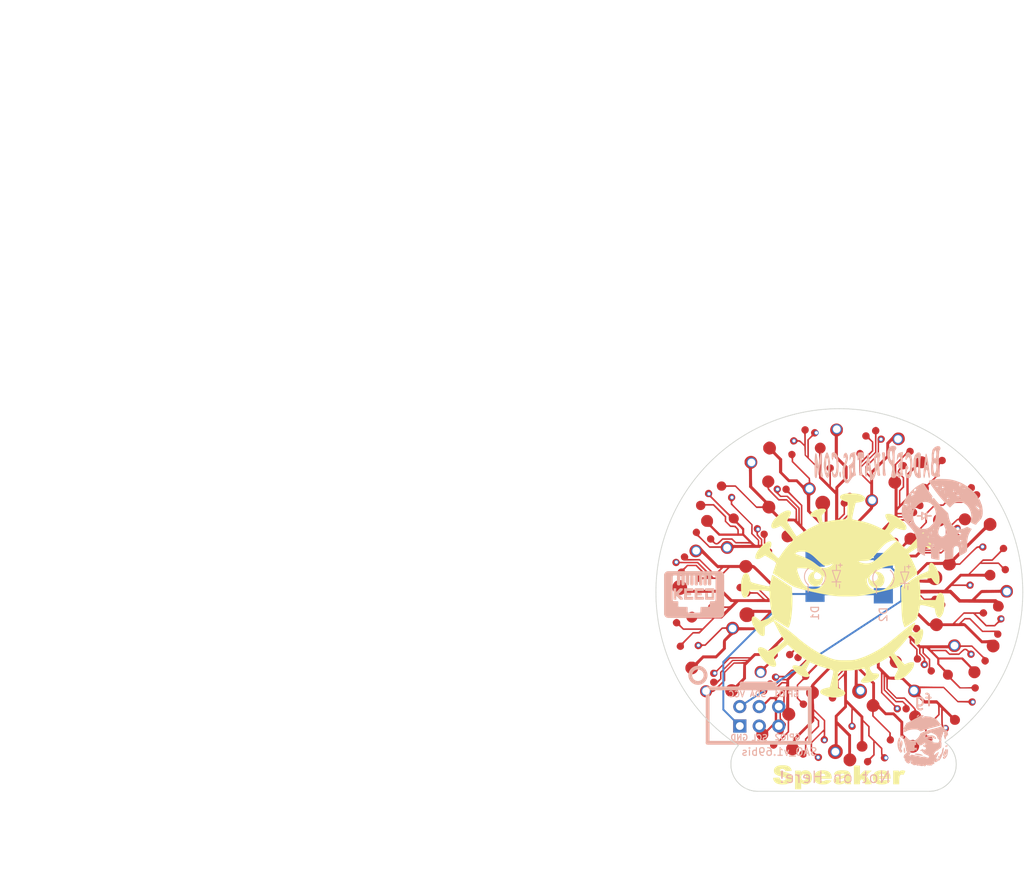
<source format=kicad_pcb>
(kicad_pcb (version 20171130) (host pcbnew "(5.1.10)-1")
  (layers (0 F.Cu signal) (31 B.Cu signal) (34 B.Paste user) (35 F.Paste user) (36 B.SilkS user) (37 F.SilkS user) (38 B.Mask user) (39 F.Mask user) (44 Edge.Cuts user))
  (net 0 "")
  (net 1 GND)
  (net 2 VCC)
  (net 3 "Net-(X1-Pad5)")
  (net 4 "Net-(X1-Pad6)")
  (net 5 "Net-(X1-Pad3)")
  (net 6 "Net-(X1-Pad4)")
  (module "Bsides-KC-2021-SAO-SVG2Shenzen v2_00:F.SilkS_g4922" (layer F.Cu) (at 88 93.35)
    (fp_text reference G*** hide)
    (fp_text value LOGO hide)
  )
  (module BadgePirate:LED_Osram_Lx_P47F_D2mm_ReverseMount_MaskNoHole (layer B.Cu) (at 112.56134 74.13498 90)
    (fp_text reference D2 (at -4.7498 0 90) (layer B.SilkS) (effects (justify mirror)))
    (fp_text value LED)
    (pad 1 smd rect (at -2.3 0 90) (size 2 2.5) (layers B.Cu) (net 1 GND))
    (pad 2 smd rect (at 2.3 0 90) (size 2 2.5) (layers B.Cu) (net 2 VCC))
  )
  (module BadgePirate:LED_Osram_Lx_P47F_D2mm_ReverseMount_MaskNoHole (layer B.Cu) (at 103.63962 73.93432 90)
    (fp_text reference D1 (at -4.7498 0 90) (layer B.SilkS) (effects (justify mirror)))
    (fp_text value LED)
    (pad 1 smd rect (at -2.3 0 90) (size 2 2.5) (layers B.Cu) (net 1 GND))
    (pad 2 smd rect (at 2.3 0 90) (size 2 2.5) (layers B.Cu) (net 2 VCC))
  )
  (module BadgePirateLogos:FG_10x10_BSILK (layer F.Cu) (at 117.7544 95.15)
    (fp_text reference G*** hide)
    (fp_text value fg (at 0 -5.08) (layer B.SilkS) (effects (font (size 1.54 1.54) (thickness 0.25)) (justify mirror)))
  )
  (module BadgePirateLogos:NG_BSilk (layer F.Cu) (at 87.74938 76.05014)
    (fp_text reference G*** hide)
    (fp_text value NG_BSilk hide)
  )
  (module BadgePirateLogos:BadgePiratesURL_BSLK (layer F.Cu) (at 111.79302 59.99734)
    (fp_text reference G*** hide)
    (fp_text value LOGO hide)
  )
  (module BadgePirateLogos:BPSkull_Distressed_10x10_BSILK (layer F.Cu) (at 120.2309 66.4464)
    (fp_text reference G*** hide)
    (fp_text value "BP Logo" hide)
  )
  (module BadgePiratesFootprints:Badgelife-SAOv169-BADGE-2x3_Back (layer F.Cu) (at 95.96628 92.2655)
    (fp_text reference X1 hide)
    (fp_text value SAO_v1.69bis (at 3.01498 4.5593) (layer B.SilkS) (effects (justify mirror)))
    (fp_text user VCC (at -2.5654 -2.9718) (layer B.SilkS) (effects (font (size 0.75 0.75)) (justify mirror)))
    (fp_text user GND (at -2.2225 2.68478) (layer B.SilkS) (effects (font (size 0.75 0.75)) (justify mirror)))
    (fp_text user SDA (at 0.2286 -2.9972) (layer B.SilkS) (effects (font (size 0.75 0.75)) (justify mirror)))
    (fp_text user SCL (at 0.4445 2.7178) (layer B.SilkS) (effects (font (size 0.75 0.75)) (justify mirror)))
    (fp_text user GPIO2 (at 4.0894 2.6416) (layer B.SilkS) (effects (font (size 0.75 0.75)) (justify mirror)))
    (fp_text user GPIO1 (at 3.9116 -2.9972) (layer B.SilkS) (effects (font (size 0.75 0.75)) (justify mirror)))
    (pad 5 thru_hole circle (at 2.9302 -1.3516 270) (size 1.7272 1.7272) (drill 1.016) (layers *.Cu *.Mask) (net 3 "Net-(X1-Pad5)"))
    (pad 6 thru_hole circle (at 2.9302 1.1884 270) (size 1.7272 1.7272) (drill 1.016) (layers *.Cu *.Mask) (net 4 "Net-(X1-Pad6)"))
    (pad 3 thru_hole oval (at 0.3902 -1.3516 270) (size 1.7272 1.7272) (drill 1.016) (layers *.Cu *.Mask) (net 5 "Net-(X1-Pad3)"))
    (pad 4 thru_hole oval (at 0.3902 1.1884 270) (size 1.7272 1.7272) (drill 1.016) (layers *.Cu *.Mask) (net 6 "Net-(X1-Pad4)"))
    (pad 1 thru_hole oval (at -2.1498 -1.3516 270) (size 1.7272 1.7272) (drill 1.016) (layers *.Cu *.Mask) (net 2 VCC))
    (pad 2 thru_hole rect (at -2.1498 1.1884 270) (size 1.7272 1.7272) (drill 1.016) (layers *.Cu *.Mask) (net 1 GND))
  )
  (module LOGO (layer F.Cu) (at 0 0)
    (fp_text reference G*** hide)
    (fp_text value LOGO hide)
  )
  (module LOGO (layer F.Cu) (at 0 0)
    (fp_text reference G*** hide)
    (fp_text value LOGO hide)
  )
  (module LOGO (layer F.Cu) (at 88.01608 93.3704)
    (fp_text reference G*** hide)
    (fp_text value LOGO hide)
    (fp_poly (pts (xy 20.213772 -30.387268) (xy 20.275646 -30.372722) (xy 20.342063 -30.350249) (xy 20.400586 -30.324995) (xy 20.438774 -30.302106) (xy 20.4468 -30.290871) (xy 20.426811 -30.286321) (xy 20.372006 -30.281939) (xy 20.289899 -30.278132) (xy 20.188008 -30.275306) (xy 20.145175 -30.274567) (xy 20.027171 -30.273019) (xy 19.946161 -30.272878) (xy 19.896812 -30.27491) (xy 19.87379 -30.279882) (xy 19.87176 -30.28856) (xy 19.885389 -30.301711) (xy 19.89654 -30.310304) (xy 19.984941 -30.357205) (xy 20.092218 -30.385283) (xy 20.197186 -30.3894) (xy 20.213772 -30.387268)) (layer F.Cu) (width 0.01))
    (fp_poly (pts (xy 9.681401 -37.090728) (xy 9.862971 -37.067249) (xy 10.0326 -37.005875) (xy 10.185074 -36.910509) (xy 10.315175 -36.785053) (xy 10.417688 -36.633408) (xy 10.476224 -36.49618) (xy 10.513335 -36.328559) (xy 10.513529 -36.158277) (xy 10.47668 -35.977168) (xy 10.467865 -35.948298) (xy 10.442527 -35.86565) (xy 10.42984 -35.811062) (xy 10.428873 -35.7725) (xy 10.438695 -35.737928) (xy 10.449681 -35.713455) (xy 10.473613 -35.680172) (xy 10.523961 -35.622434) (xy 10.596344 -35.544836) (xy 10.686384 -35.451972) (xy 10.789702 -35.348436) (xy 10.901918 -35.238823) (xy 10.903816 -35.236993) (xy 11.324167 -34.831725) (xy 11.324167 -33.114905) (xy 11.805877 -32.633536) (xy 12.287588 -32.152166) (xy 13.303731 -32.152166) (xy 13.652741 -31.801485) (xy 13.755261 -31.69916) (xy 13.851035 -31.604847) (xy 13.934992 -31.523442) (xy 14.002059 -31.459838) (xy 14.047166 -31.418928) (xy 14.060372 -31.408166) (xy 14.118994 -31.365528) (xy 14.240289 -31.470385) (xy 14.387275 -31.58722) (xy 14.519106 -31.669606) (xy 14.640624 -31.720404) (xy 14.681788 -31.731289) (xy 14.7955 -31.756736) (xy 14.7955 -32.205234) (xy 12.573 -34.427432) (xy 12.572767 -34.596841) (xy 12.570978 -34.689591) (xy 12.566478 -34.776622) (xy 12.560197 -34.840597) (xy 12.559426 -34.845552) (xy 12.545082 -34.900078) (xy 12.516261 -34.92903) (xy 12.467606 -34.946048) (xy 12.345374 -34.997138) (xy 12.251665 -35.077628) (xy 12.185494 -35.188879) (xy 12.145878 -35.332247) (xy 12.136913 -35.40245) (xy 12.133461 -35.514737) (xy 12.150536 -35.600544) (xy 12.193467 -35.672903) (xy 12.267583 -35.744847) (xy 12.28163 -35.756337) (xy 12.408147 -35.834404) (xy 12.54064 -35.872354) (xy 12.674087 -35.870197) (xy 12.803465 -35.827946) (xy 12.913303 -35.754772) (xy 13.007351 -35.648977) (xy 13.063669 -35.526435) (xy 13.080535 -35.405862) (xy 13.070642 -35.30215) (xy 13.036614 -35.209106) (xy 12.973474 -35.11688) (xy 12.889972 -35.028666) (xy 12.7635 -34.907197) (xy 12.7635 -34.5124) (xy 14.96213 -32.310916) (xy 14.984936 -32.03652) (xy 14.994604 -31.932856) (xy 15.004794 -31.844878) (xy 15.014389 -31.780971) (xy 15.022272 -31.749522) (xy 15.02333 -31.748036) (xy 15.051975 -31.733386) (xy 15.104496 -31.713982) (xy 15.123584 -31.707875) (xy 15.283144 -31.637281) (xy 15.426178 -31.531582) (xy 15.547449 -31.39647) (xy 15.641721 -31.23764) (xy 15.698061 -31.08325) (xy 15.720226 -30.963852) (xy 15.71926 -30.847842) (xy 15.693516 -30.725828) (xy 15.641347 -30.588416) (xy 15.593941 -30.489258) (xy 15.5104 -30.366823) (xy 15.391937 -30.254566) (xy 15.245703 -30.15795) (xy 15.078845 -30.082436) (xy 15.047341 -30.071562) (xy 15.033566 -30.063213) (xy 15.021987 -30.045754) (xy 15.012418 -30.015821) (xy 15.004674 -29.970048) (xy 14.99857 -29.905071) (xy 14.993921 -29.817524) (xy 14.99054 -29.704043) (xy 14.988243 -29.561263) (xy 14.986845 -29.385817) (xy 14.98616 -29.174343) (xy 14.986 -28.957675) (xy 14.986 -28.055091) (xy 15.112093 -27.930315) (xy 15.238185 -27.805538) (xy 15.166207 -27.725867) (xy 15.115695 -27.664254) (xy 15.072749 -27.602351) (xy 15.060737 -27.581431) (xy 15.03706 -27.538193) (xy 15.022911 -27.517078) (xy 15.02212 -27.516666) (xy 15.006208 -27.530821) (xy 14.965861 -27.569773) (xy 14.906449 -27.628258) (xy 14.833342 -27.701012) (xy 14.798124 -27.736284) (xy 14.579254 -27.955902) (xy 14.576088 -28.990409) (xy 14.574916 -29.233065) (xy 14.572996 -29.450151) (xy 14.570387 -29.639069) (xy 14.567147 -29.797223) (xy 14.563334 -29.922014) (xy 14.559006 -30.010845) (xy 14.554222 -30.061118) (xy 14.551919 -30.070504) (xy 14.524996 -30.105068) (xy 14.473695 -30.153525) (xy 14.408629 -30.20594) (xy 14.402127 -30.210757) (xy 14.268409 -30.333324) (xy 14.156149 -30.485214) (xy 14.072692 -30.655838) (xy 14.052669 -30.71463) (xy 14.029655 -30.78405) (xy 14.003147 -30.847488) (xy 13.969478 -30.909825) (xy 13.924983 -30.97594) (xy 13.865994 -31.050712) (xy 13.788847 -31.13902) (xy 13.689874 -31.245744) (xy 13.565412 -31.375763) (xy 13.523059 -31.419521) (xy 13.161599 -31.792333) (xy 12.650341 -31.792507) (xy 12.139084 -31.79268) (xy 10.922 -33.037704) (xy 10.92118 -33.859644) (xy 10.920359 -34.681583) (xy 10.524305 -35.089463) (xy 10.12825 -35.497342) (xy 9.937899 -35.444004) (xy 9.806493 -35.410446) (xy 9.701889 -35.393828) (xy 9.61172 -35.395037) (xy 9.523614 -35.414962) (xy 9.425204 -35.454493) (xy 9.361169 -35.485431) (xy 9.190115 -35.587434) (xy 9.055496 -35.705255) (xy 8.953069 -35.842979) (xy 8.915091 -35.915217) (xy 8.888021 -35.978452) (xy 8.871144 -36.036369) (xy 8.862147 -36.102537) (xy 8.858716 -36.190526) (xy 8.858364 -36.247916) (xy 8.859542 -36.350175) (xy 8.864824 -36.423555) (xy 8.876639 -36.481477) (xy 8.897412 -36.537363) (xy 8.919039 -36.583385) (xy 9.007941 -36.722239) (xy 9.130212 -36.851112) (xy 9.276917 -36.961487) (xy 9.371511 -37.014579) (xy 9.457437 -37.054893) (xy 9.523521 -37.078298) (xy 9.586646 -37.088942) (xy 9.663696 -37.090975) (xy 9.681401 -37.090728)) (layer F.Cu) (width 0.01))
    (fp_poly (pts (xy 7.317112 -35.215133) (xy 7.49519 -35.182148) (xy 7.655014 -35.114605) (xy 7.793789 -35.017353) (xy 7.908722 -34.895242) (xy 7.997017 -34.753124) (xy 8.05588 -34.59585) (xy 8.082515 -34.428268) (xy 8.074128 -34.255231) (xy 8.027925 -34.081589) (xy 8.003424 -34.023957) (xy 7.91326 -33.87541) (xy 7.790933 -33.748855) (xy 7.633335 -33.64134) (xy 7.559996 -33.603137) (xy 7.387167 -33.519524) (xy 7.387167 -32.743976) (xy 7.387571 -32.547996) (xy 7.388719 -32.349113) (xy 7.390513 -32.155307) (xy 7.392854 -31.974556) (xy 7.395643 -31.814839) (xy 7.398784 -31.684135) (xy 7.401034 -31.616818) (xy 7.414901 -31.265208) (xy 8.343017 -30.316979) (xy 9.271132 -29.36875) (xy 9.530358 -29.355276) (xy 9.700876 -29.341098) (xy 9.839386 -29.316375) (xy 9.95551 -29.27824) (xy 10.058873 -29.223828) (xy 10.123451 -29.178621) (xy 10.249238 -29.056866) (xy 10.341429 -28.909651) (xy 10.399717 -28.737671) (xy 10.423792 -28.541621) (xy 10.424474 -28.500604) (xy 10.422358 -28.397412) (xy 10.413796 -28.319253) (xy 10.395679 -28.248955) (xy 10.364894 -28.169351) (xy 10.36414 -28.167575) (xy 10.303697 -28.025358) (xy 10.590512 -27.726478) (xy 10.877326 -27.427599) (xy 10.748823 -27.308091) (xy 10.688138 -27.252449) (xy 10.639361 -27.209202) (xy 10.610648 -27.185529) (xy 10.607048 -27.183268) (xy 10.588724 -27.195892) (xy 10.545389 -27.234202) (xy 10.481776 -27.293756) (xy 10.402613 -27.370112) (xy 10.312632 -27.458829) (xy 10.297514 -27.473907) (xy 10.00125 -27.769861) (xy 9.867073 -27.72793) (xy 9.685845 -27.691889) (xy 9.506508 -27.694649) (xy 9.334433 -27.733432) (xy 9.17499 -27.805459) (xy 9.033553 -27.907949) (xy 8.915492 -28.038124) (xy 8.826179 -28.193203) (xy 8.792514 -28.283958) (xy 8.755269 -28.405666) (xy 7.969129 -28.405666) (xy 6.582834 -29.792083) (xy 5.196538 -31.1785) (xy 4.609102 -31.1785) (xy 4.427934 -31.178085) (xy 4.285383 -31.176729) (xy 4.17774 -31.174266) (xy 4.101296 -31.170527) (xy 4.05234 -31.165346) (xy 4.027165 -31.158556) (xy 4.02165 -31.152041) (xy 4.009297 -31.099967) (xy 3.977084 -31.027773) (xy 3.932214 -30.947896) (xy 3.881887 -30.872772) (xy 3.833303 -30.814839) (xy 3.81863 -30.801406) (xy 3.693375 -30.724297) (xy 3.550606 -30.679847) (xy 3.39963 -30.667965) (xy 3.249757 -30.688559) (xy 3.110295 -30.741538) (xy 3.009935 -30.80934) (xy 2.908288 -30.923392) (xy 2.841103 -31.061198) (xy 2.809236 -31.220767) (xy 2.806584 -31.281662) (xy 2.818723 -31.430842) (xy 2.859931 -31.555165) (xy 2.934176 -31.663861) (xy 2.99803 -31.727005) (xy 3.119361 -31.810753) (xy 3.256522 -31.859855) (xy 3.416503 -31.876751) (xy 3.427479 -31.876793) (xy 3.584598 -31.857519) (xy 3.722551 -31.800753) (xy 3.840127 -31.707342) (xy 3.936115 -31.57813) (xy 3.97972 -31.491069) (xy 4.03225 -31.369722) (xy 4.649247 -31.369361) (xy 5.266243 -31.369) (xy 6.631047 -29.993166) (xy 7.995851 -28.617333) (xy 8.345944 -28.617333) (xy 8.465457 -28.618083) (xy 8.571611 -28.620156) (xy 8.656521 -28.623287) (xy 8.712305 -28.627214) (xy 8.729519 -28.630181) (xy 8.758003 -28.659702) (xy 8.763 -28.682083) (xy 8.772262 -28.715943) (xy 8.797377 -28.777896) (xy 8.834338 -28.858648) (xy 8.872297 -28.935562) (xy 8.981595 -29.149987) (xy 7.993881 -30.137869) (xy 7.006167 -31.12575) (xy 7.004057 -32.300417) (xy 7.003408 -32.520957) (xy 7.002307 -32.729843) (xy 7.000808 -32.923045) (xy 6.998964 -33.096534) (xy 6.996831 -33.246281) (xy 6.994462 -33.368254) (xy 6.991911 -33.458425) (xy 6.989234 -33.512764) (xy 6.987552 -33.526626) (xy 6.956028 -33.573567) (xy 6.892138 -33.620592) (xy 6.878537 -33.628079) (xy 6.754548 -33.712977) (xy 6.636991 -33.830152) (xy 6.53528 -33.969652) (xy 6.503996 -34.024091) (xy 6.468162 -34.092996) (xy 6.445045 -34.147013) (xy 6.431861 -34.199095) (xy 6.425825 -34.262192) (xy 6.424154 -34.349258) (xy 6.424084 -34.395833) (xy 6.424945 -34.498227) (xy 6.42913 -34.570802) (xy 6.439038 -34.626061) (xy 6.457068 -34.676509) (xy 6.48562 -34.73465) (xy 6.491104 -34.745083) (xy 6.597246 -34.90433) (xy 6.729676 -35.034008) (xy 6.883425 -35.131288) (xy 7.053524 -35.193344) (xy 7.235006 -35.217348) (xy 7.317112 -35.215133)) (layer F.Cu) (width 0.01))
    (fp_poly (pts (xy 28.144221 -36.260942) (xy 28.26777 -36.209412) (xy 28.371347 -36.130131) (xy 28.447915 -36.028357) (xy 28.488222 -35.92046) (xy 28.508338 -35.791605) (xy 28.504865 -35.688955) (xy 28.475614 -35.602189) (xy 28.418398 -35.520987) (xy 28.399077 -35.499937) (xy 28.28308 -35.406685) (xy 28.152462 -35.352072) (xy 28.011235 -35.336727) (xy 27.863414 -35.36128) (xy 27.762906 -35.400258) (xy 27.638729 -35.459577) (xy 26.932115 -34.753198) (xy 26.2255 -34.04682) (xy 26.2255 -32.606359) (xy 26.393375 -32.525891) (xy 26.561988 -32.424625) (xy 26.696779 -32.298328) (xy 26.7988 -32.145976) (xy 26.814356 -32.114449) (xy 26.840687 -32.053496) (xy 26.857411 -31.997974) (xy 26.866638 -31.935107) (xy 26.870475 -31.852121) (xy 26.871084 -31.770721) (xy 26.870179 -31.667779) (xy 26.865799 -31.594074) (xy 26.855447 -31.536524) (xy 26.836625 -31.482045) (xy 26.806834 -31.417552) (xy 26.801645 -31.406976) (xy 26.719676 -31.277062) (xy 26.609756 -31.154741) (xy 26.485653 -31.054775) (xy 26.45554 -31.035899) (xy 26.394834 -31.000039) (xy 26.395704 -28.522083) (xy 26.489706 -28.627916) (xy 26.583707 -28.73375) (xy 26.58452 -29.718345) (xy 26.585334 -30.70294) (xy 26.82875 -30.945666) (xy 27.072167 -31.188393) (xy 27.072167 -32.325143) (xy 26.742566 -32.66728) (xy 26.412964 -33.009416) (xy 26.426578 -33.136416) (xy 26.46167 -33.300574) (xy 26.528067 -33.442404) (xy 26.594459 -33.528) (xy 26.656886 -33.599612) (xy 26.692125 -33.661592) (xy 26.705581 -33.72987) (xy 26.702661 -33.820375) (xy 26.700728 -33.841129) (xy 26.697577 -33.982939) (xy 26.721108 -34.09971) (xy 26.774191 -34.201404) (xy 26.821125 -34.259007) (xy 26.926909 -34.345869) (xy 27.04617 -34.397431) (xy 27.171599 -34.414588) (xy 27.29589 -34.398235) (xy 27.411734 -34.349267) (xy 27.511824 -34.268578) (xy 27.584522 -34.165548) (xy 27.633797 -34.030206) (xy 27.642073 -33.895473) (xy 27.610024 -33.766319) (xy 27.53832 -33.647713) (xy 27.510302 -33.616103) (xy 27.397206 -33.522758) (xy 27.274531 -33.470161) (xy 27.139406 -33.457501) (xy 27.016223 -33.476621) (xy 26.942918 -33.493977) (xy 26.896773 -33.499713) (xy 26.864054 -33.493146) (xy 26.831025 -33.473592) (xy 26.821597 -33.466942) (xy 26.750968 -33.403233) (xy 26.683746 -33.320549) (xy 26.63457 -33.237465) (xy 26.627517 -33.220688) (xy 26.618244 -33.173195) (xy 26.62698 -33.119892) (xy 26.65623 -33.056922) (xy 26.7085 -32.980429) (xy 26.786295 -32.886556) (xy 26.892121 -32.771448) (xy 26.975521 -32.685054) (xy 27.262667 -32.391509) (xy 27.262667 -31.103726) (xy 27.01925 -30.861) (xy 26.775834 -30.618274) (xy 26.775834 -28.928872) (xy 27.166384 -29.328728) (xy 27.556935 -29.728583) (xy 27.558626 -31.27375) (xy 27.560318 -32.818916) (xy 28.046681 -33.316333) (xy 28.169194 -33.441989) (xy 28.286722 -33.563203) (xy 28.394771 -33.675292) (xy 28.488852 -33.773574) (xy 28.564471 -33.853364) (xy 28.617138 -33.909979) (xy 28.633397 -33.928061) (xy 28.73375 -34.042372) (xy 28.73375 -34.330228) (xy 28.734478 -34.45053) (xy 28.737471 -34.538189) (xy 28.743942 -34.602881) (xy 28.755102 -34.654284) (xy 28.772165 -34.702074) (xy 28.783652 -34.728441) (xy 28.861436 -34.853423) (xy 28.972077 -34.965997) (xy 29.106504 -35.059618) (xy 29.255649 -35.127744) (xy 29.38153 -35.159825) (xy 29.518431 -35.167763) (xy 29.668973 -35.153702) (xy 29.812414 -35.120339) (xy 29.880119 -35.095024) (xy 30.013265 -35.014191) (xy 30.121931 -34.904007) (xy 30.204614 -34.770679) (xy 30.259809 -34.620412) (xy 30.286012 -34.459413) (xy 30.281718 -34.293887) (xy 30.245424 -34.13004) (xy 30.175624 -33.974078) (xy 30.158613 -33.946105) (xy 30.052521 -33.817317) (xy 29.919182 -33.715582) (xy 29.766497 -33.644354) (xy 29.602367 -33.607087) (xy 29.434693 -33.607238) (xy 29.396672 -33.612891) (xy 29.267181 -33.646242) (xy 29.136772 -33.697437) (xy 29.024755 -33.758583) (xy 29.002768 -33.773851) (xy 28.987619 -33.783809) (xy 28.972091 -33.78785) (xy 28.95243 -33.782947) (xy 28.924883 -33.766076) (xy 28.885696 -33.73421) (xy 28.831118 -33.684324) (xy 28.757395 -33.613391) (xy 28.660773 -33.518386) (xy 28.550775 -33.409443) (xy 28.434055 -33.292992) (xy 28.319005 -33.176857) (xy 28.211622 -33.067194) (xy 28.117907 -32.970159) (xy 28.043859 -32.891908) (xy 28.004355 -32.848709) (xy 27.861446 -32.688001) (xy 27.845896 -32.300025) (xy 27.843043 -32.198352) (xy 27.841019 -32.060606) (xy 27.839825 -31.893041) (xy 27.839461 -31.701907) (xy 27.839928 -31.493459) (xy 27.841226 -31.273948) (xy 27.843356 -31.049627) (xy 27.845819 -30.859907) (xy 27.861291 -29.807765) (xy 28.107021 -29.797178) (xy 28.35275 -29.786591) (xy 28.778068 -30.209173) (xy 29.203386 -30.631754) (xy 29.193952 -30.836335) (xy 29.196028 -31.001356) (xy 29.220883 -31.137679) (xy 29.271246 -31.253889) (xy 29.349847 -31.358573) (xy 29.365084 -31.374681) (xy 29.495787 -31.48118) (xy 29.641437 -31.548689) (xy 29.799099 -31.576592) (xy 29.965838 -31.564269) (xy 30.094865 -31.528337) (xy 30.24948 -31.472029) (xy 30.772198 -31.979887) (xy 30.905344 -32.109486) (xy 31.037471 -32.238536) (xy 31.163272 -32.361819) (xy 31.27744 -32.474121) (xy 31.374669 -32.570226) (xy 31.449651 -32.644919) (xy 31.479006 -32.674497) (xy 31.663095 -32.86125) (xy 31.669506 -33.48928) (xy 31.675917 -34.117309) (xy 31.74733 -34.218576) (xy 31.818743 -34.319842) (xy 31.784267 -34.416046) (xy 31.755613 -34.544901) (xy 31.756586 -34.677747) (xy 31.785191 -34.803444) (xy 31.839434 -34.910855) (xy 31.881712 -34.960249) (xy 31.979424 -35.037236) (xy 32.079887 -35.07985) (xy 32.198189 -35.094215) (xy 32.212199 -35.094333) (xy 32.357199 -35.075408) (xy 32.48199 -35.021219) (xy 32.582434 -34.935644) (xy 32.654396 -34.822563) (xy 32.693741 -34.685852) (xy 32.698747 -34.638064) (xy 32.691416 -34.500563) (xy 32.648935 -34.384748) (xy 32.569207 -34.285857) (xy 32.528701 -34.251721) (xy 32.396899 -34.173413) (xy 32.259566 -34.135787) (xy 32.119742 -34.139604) (xy 32.098128 -34.143935) (xy 32.029809 -34.157693) (xy 31.988417 -34.159262) (xy 31.959914 -34.147126) (xy 31.936983 -34.126557) (xy 31.915024 -34.09938) (xy 31.897409 -34.063375) (xy 31.883674 -34.013968) (xy 31.873353 -33.946585) (xy 31.865983 -33.856654) (xy 31.861098 -33.739602) (xy 31.858233 -33.590854) (xy 31.856923 -33.405838) (xy 31.856755 -33.337385) (xy 31.855834 -32.776353) (xy 31.127757 -32.048506) (xy 30.399681 -31.320659) (xy 30.44222 -31.201954) (xy 30.479047 -31.051508) (xy 30.487339 -30.894906) (xy 30.467307 -30.74594) (xy 30.433738 -30.647338) (xy 30.346644 -30.502377) (xy 30.235411 -30.39041) (xy 30.103949 -30.312722) (xy 29.956168 -30.270601) (xy 29.795977 -30.265332) (xy 29.627285 -30.2982) (xy 29.509176 -30.343238) (xy 29.392504 -30.396652) (xy 28.945585 -29.951492) (xy 28.498666 -29.506333) (xy 27.758473 -29.506333) (xy 27.143051 -28.887208) (xy 27.007323 -28.750029) (xy 26.878708 -28.61883) (xy 26.760807 -28.497373) (xy 26.65722 -28.389418) (xy 26.571549 -28.298728) (xy 26.507392 -28.229063) (xy 26.468352 -28.184184) (xy 26.461231 -28.174949) (xy 26.42599 -28.121128) (xy 26.405982 -28.073324) (xy 26.397001 -28.015775) (xy 26.394838 -27.932719) (xy 26.394834 -27.926241) (xy 26.394834 -27.770666) (xy 26.954429 -27.770666) (xy 27.378423 -28.191598) (xy 27.802417 -28.612529) (xy 28.278667 -28.623053) (xy 28.418275 -28.626762) (xy 28.545054 -28.631312) (xy 28.652394 -28.636369) (xy 28.733688 -28.641602) (xy 28.782327 -28.646678) (xy 28.791959 -28.648886) (xy 28.822041 -28.683611) (xy 28.829 -28.732634) (xy 28.838485 -28.786788) (xy 28.863258 -28.86106) (xy 28.89526 -28.933669) (xy 28.948028 -29.02471) (xy 29.004968 -29.088544) (xy 29.056092 -29.126242) (xy 29.191323 -29.191262) (xy 29.324305 -29.217349) (xy 29.449934 -29.207234) (xy 29.563109 -29.163647) (xy 29.658726 -29.089318) (xy 29.731683 -28.986978) (xy 29.776877 -28.859357) (xy 29.789652 -28.73375) (xy 29.772461 -28.585063) (xy 29.722345 -28.459155) (xy 29.64149 -28.359232) (xy 29.532083 -28.288501) (xy 29.470735 -28.266054) (xy 29.372579 -28.246429) (xy 29.280571 -28.250136) (xy 29.182814 -28.279303) (xy 29.067409 -28.336057) (xy 29.061834 -28.339168) (xy 28.92425 -28.41625) (xy 27.861088 -28.42943) (xy 27.450752 -28.004805) (xy 27.040417 -27.580179) (xy 26.717625 -27.580173) (xy 26.394834 -27.580166) (xy 26.394834 -27.347333) (xy 27.033063 -27.347333) (xy 27.301062 -27.613974) (xy 27.39212 -27.70291) (xy 27.477345 -27.783098) (xy 27.550495 -27.848896) (xy 27.605334 -27.894666) (xy 27.632086 -27.913207) (xy 27.684633 -27.931138) (xy 27.762946 -27.947349) (xy 27.850489 -27.95845) (xy 27.854376 -27.958774) (xy 27.936719 -27.96671) (xy 27.987327 -27.97659) (xy 28.016751 -27.992386) (xy 28.035538 -28.01807) (xy 28.041039 -28.029049) (xy 28.095948 -28.110004) (xy 28.177302 -28.189278) (xy 28.270909 -28.253329) (xy 28.28256 -28.259486) (xy 28.417538 -28.307851) (xy 28.548563 -28.317216) (xy 28.670343 -28.290891) (xy 28.777586 -28.232188) (xy 28.864999 -28.14442) (xy 28.927293 -28.030897) (xy 28.959174 -27.89493) (xy 28.962226 -27.834166) (xy 28.946162 -27.69083) (xy 28.896643 -27.571308) (xy 28.811673 -27.47109) (xy 28.795615 -27.457335) (xy 28.681413 -27.388484) (xy 28.556648 -27.356572) (xy 28.428413 -27.360061) (xy 28.303801 -27.397414) (xy 28.189904 -27.467094) (xy 28.093816 -27.567564) (xy 28.061752 -27.616379) (xy 28.01685 -27.686646) (xy 27.978709 -27.727328) (xy 27.937577 -27.747817) (xy 27.921118 -27.751866) (xy 27.860906 -27.757584) (xy 27.799548 -27.748011) (xy 27.733124 -27.720445) (xy 27.657717 -27.672186) (xy 27.569409 -27.600533) (xy 27.46428 -27.502786) (xy 27.338412 -27.376242) (xy 27.264603 -27.29936) (xy 27.128957 -27.156833) (xy 26.77777 -27.156973) (xy 26.64609 -27.15745) (xy 26.549562 -27.159262) (xy 26.48101 -27.163161) (xy 26.433258 -27.169899) (xy 26.399128 -27.180229) (xy 26.371445 -27.194901) (xy 26.363084 -27.200426) (xy 26.312092 -27.231943) (xy 26.238779 -27.27338) (xy 26.158777 -27.315908) (xy 26.156709 -27.316969) (xy 26.013834 -27.390199) (xy 26.013834 -30.916497) (xy 25.902709 -30.944312) (xy 25.710943 -31.010809) (xy 25.54687 -31.105788) (xy 25.412799 -31.2263) (xy 25.311039 -31.369398) (xy 25.243899 -31.532133) (xy 25.213687 -31.711556) (xy 25.214087 -31.823561) (xy 25.246018 -32.00655) (xy 25.315418 -32.173656) (xy 25.419225 -32.321213) (xy 25.554378 -32.445554) (xy 25.717813 -32.543013) (xy 25.860375 -32.597245) (xy 26.013834 -32.643123) (xy 26.013834 -34.105156) (xy 26.717625 -34.817566) (xy 26.862018 -34.964289) (xy 26.998987 -35.104543) (xy 27.125277 -35.23492) (xy 27.237634 -35.352011) (xy 27.332801 -35.452406) (xy 27.407523 -35.532695) (xy 27.458547 -35.589469) (xy 27.481497 -35.617619) (xy 27.530533 -35.714523) (xy 27.557661 -35.835087) (xy 27.558344 -35.84046) (xy 27.58174 -35.96367) (xy 27.620497 -36.058121) (xy 27.680204 -36.136244) (xy 27.699985 -36.155542) (xy 27.806638 -36.233171) (xy 27.921882 -36.272514) (xy 28.007741 -36.27946) (xy 28.144221 -36.260942)) (layer F.Cu) (width 0.01))
    (fp_poly (pts (xy 19.885275 -27.512308) (xy 19.884408 -27.458158) (xy 19.88076 -27.39743) (xy 19.87077 -27.267609) (xy 19.515696 -26.914381) (xy 19.378098 -26.902834) (xy 19.308176 -26.898549) (xy 19.25864 -26.898534) (xy 19.2405 -26.902617) (xy 19.254655 -26.921242) (xy 19.293576 -26.96343) (xy 19.351944 -27.023927) (xy 19.424445 -27.097481) (xy 19.505759 -27.178837) (xy 19.590572 -27.262742) (xy 19.673564 -27.343943) (xy 19.749421 -27.417186) (xy 19.812824 -27.477218) (xy 19.858456 -27.518786) (xy 19.881001 -27.536636) (xy 19.882375 -27.53682) (xy 19.885275 -27.512308)) (layer F.Cu) (width 0.01))
    (fp_poly (pts (xy 18.590665 -39.43358) (xy 18.742197 -39.38968) (xy 18.859504 -39.328702) (xy 18.977758 -39.237338) (xy 19.08612 -39.125863) (xy 19.173752 -39.00455) (xy 19.200912 -38.954881) (xy 19.230106 -38.89377) (xy 19.248787 -38.844933) (xy 19.258744 -38.796532) (xy 19.261772 -38.736731) (xy 19.25966 -38.653692) (xy 19.256624 -38.586801) (xy 19.249727 -38.474059) (xy 19.239942 -38.39132) (xy 19.224878 -38.326257) (xy 19.202147 -38.266543) (xy 19.189199 -38.23899) (xy 19.114993 -38.124732) (xy 19.008411 -38.012122) (xy 18.878825 -37.909818) (xy 18.750516 -37.83383) (xy 18.6055 -37.760801) (xy 18.6055 -35.104652) (xy 19.2405 -34.469916) (xy 19.8755 -33.835181) (xy 19.8755 -32.247143) (xy 19.261667 -31.633583) (xy 18.647834 -31.020024) (xy 18.647834 -26.977398) (xy 18.997084 -27.326166) (xy 19.346334 -27.674935) (xy 19.346334 -28.573913) (xy 19.277542 -28.609106) (xy 19.155363 -28.686915) (xy 19.060056 -28.779202) (xy 19.009333 -28.857309) (xy 18.971211 -28.982202) (xy 18.970694 -29.112602) (xy 19.005916 -29.238712) (xy 19.075011 -29.350734) (xy 19.110434 -29.388205) (xy 19.176207 -29.449993) (xy 19.287728 -29.389269) (xy 19.35406 -29.357893) (xy 19.447556 -29.319827) (xy 19.554762 -29.280319) (xy 19.642667 -29.250783) (xy 19.886084 -29.173021) (xy 19.892188 -29.015892) (xy 19.89401 -28.932268) (xy 19.889133 -28.875919) (xy 19.873961 -28.831902) (xy 19.8449 -28.785273) (xy 19.832543 -28.767998) (xy 19.750029 -28.683035) (xy 19.651813 -28.626383) (xy 19.536834 -28.575534) (xy 19.536834 -27.569102) (xy 19.189962 -27.222709) (xy 18.843091 -26.876315) (xy 18.644921 -26.858553) (xy 18.543442 -26.848983) (xy 18.445022 -26.838897) (xy 18.366278 -26.830023) (xy 18.346209 -26.827493) (xy 18.245667 -26.814194) (xy 18.245667 -30.19441) (xy 17.197917 -31.242) (xy 16.150167 -32.289589) (xy 16.150167 -33.390242) (xy 14.270277 -35.27425) (xy 14.249236 -35.864451) (xy 14.228195 -36.454651) (xy 14.009139 -36.675084) (xy 13.9208 -36.762227) (xy 13.832636 -36.846148) (xy 13.753696 -36.918427) (xy 13.693031 -36.970642) (xy 13.682537 -36.978988) (xy 13.573558 -37.049138) (xy 13.477157 -37.081562) (xy 13.395103 -37.076241) (xy 13.329164 -37.033157) (xy 13.294863 -36.98312) (xy 13.212379 -36.867131) (xy 13.101743 -36.779308) (xy 12.969441 -36.723478) (xy 12.821958 -36.703469) (xy 12.821029 -36.703465) (xy 12.739139 -36.708384) (xy 12.663042 -36.721482) (xy 12.628946 -36.73212) (xy 12.551086 -36.783347) (xy 12.477706 -36.864207) (xy 12.415219 -36.963194) (xy 12.37004 -37.068803) (xy 12.348584 -37.169527) (xy 12.351048 -37.230613) (xy 12.396344 -37.364549) (xy 12.474766 -37.480294) (xy 12.579518 -37.572004) (xy 12.703801 -37.633835) (xy 12.840819 -37.659942) (xy 12.850791 -37.660283) (xy 12.956662 -37.644343) (xy 13.066924 -37.596386) (xy 13.169224 -37.523275) (xy 13.244258 -37.441668) (xy 13.301443 -37.364831) (xy 13.343138 -37.316087) (xy 13.378417 -37.289048) (xy 13.416354 -37.277331) (xy 13.466022 -37.274548) (xy 13.481789 -37.2745) (xy 13.557352 -37.26987) (xy 13.625112 -37.258206) (xy 13.645209 -37.252081) (xy 13.679487 -37.230078) (xy 13.737112 -37.18333) (xy 13.811807 -37.117337) (xy 13.897297 -37.037598) (xy 13.964087 -36.972707) (xy 14.224 -36.715752) (xy 14.221496 -37.360251) (xy 14.220437 -37.523893) (xy 14.218651 -37.675973) (xy 14.216267 -37.810738) (xy 14.213415 -37.922435) (xy 14.210226 -38.005311) (xy 14.206829 -38.053613) (xy 14.205621 -38.061265) (xy 14.174342 -38.114795) (xy 14.106684 -38.174306) (xy 14.086551 -38.188265) (xy 13.979673 -38.280315) (xy 13.900147 -38.391962) (xy 13.853371 -38.51403) (xy 13.843 -38.602452) (xy 13.862913 -38.744507) (xy 13.920338 -38.870516) (xy 14.011803 -38.97504) (xy 14.128768 -39.050286) (xy 14.251323 -39.087282) (xy 14.377696 -39.089584) (xy 14.499872 -39.060527) (xy 14.60984 -39.003446) (xy 14.699585 -38.921677) (xy 14.761095 -38.818556) (xy 14.773402 -38.781968) (xy 14.79779 -38.629486) (xy 14.785111 -38.488562) (xy 14.737192 -38.36377) (xy 14.655858 -38.259682) (xy 14.542935 -38.180871) (xy 14.531066 -38.175071) (xy 14.4145 -38.119926) (xy 14.4145 -35.356253) (xy 14.472709 -35.304058) (xy 14.527769 -35.255545) (xy 14.579499 -35.211233) (xy 14.580261 -35.210595) (xy 14.629605 -35.169327) (xy 14.618517 -37.340303) (xy 14.874048 -37.598443) (xy 14.960125 -37.686701) (xy 15.036733 -37.767694) (xy 15.098357 -37.835399) (xy 15.139482 -37.883794) (xy 15.153465 -37.903612) (xy 15.164185 -37.939747) (xy 15.160466 -37.987299) (xy 15.140936 -38.058247) (xy 15.132999 -38.0823) (xy 15.104233 -38.196104) (xy 15.104232 -38.294359) (xy 15.134038 -38.393509) (xy 15.155568 -38.439126) (xy 15.201873 -38.507704) (xy 15.268431 -38.580421) (xy 15.34211 -38.64475) (xy 15.409772 -38.688166) (xy 15.422401 -38.693611) (xy 15.487053 -38.70744) (xy 15.573895 -38.713039) (xy 15.663773 -38.71038) (xy 15.73753 -38.699437) (xy 15.754854 -38.694084) (xy 15.827581 -38.652074) (xy 15.906257 -38.583842) (xy 15.978397 -38.501276) (xy 16.015835 -38.445611) (xy 16.060235 -38.331983) (xy 16.06802 -38.214106) (xy 16.043694 -38.097803) (xy 15.991759 -37.988895) (xy 15.91672 -37.893203) (xy 15.823079 -37.81655) (xy 15.715339 -37.764756) (xy 15.598005 -37.743645) (xy 15.483113 -37.756943) (xy 15.418371 -37.772429) (xy 15.367189 -37.781509) (xy 15.354334 -37.7825) (xy 15.328746 -37.768297) (xy 15.279089 -37.729) (xy 15.211102 -37.669572) (xy 15.130527 -37.594979) (xy 15.068888 -37.535597) (xy 14.816667 -37.288694) (xy 14.816667 -34.949805) (xy 15.455869 -34.323569) (xy 15.592072 -34.190437) (xy 15.719 -34.066966) (xy 15.833459 -33.956217) (xy 15.932258 -33.861252) (xy 16.012205 -33.785131) (xy 16.070109 -33.730916) (xy 16.102778 -33.701668) (xy 16.108819 -33.697333) (xy 16.117924 -33.71812) (xy 16.126067 -33.778981) (xy 16.133166 -33.877666) (xy 16.13914 -34.011923) (xy 16.143908 -34.179504) (xy 16.147388 -34.378158) (xy 16.149501 -34.605633) (xy 16.150167 -34.84429) (xy 16.150031 -35.034884) (xy 16.149473 -35.187441) (xy 16.148268 -35.306259) (xy 16.146192 -35.395636) (xy 16.143018 -35.459867) (xy 16.138523 -35.50325) (xy 16.132482 -35.530081) (xy 16.124669 -35.544659) (xy 16.114859 -35.551279) (xy 16.113125 -35.551875) (xy 15.964306 -35.619977) (xy 15.830786 -35.721698) (xy 15.721166 -35.848886) (xy 15.644047 -35.993385) (xy 15.642109 -35.998476) (xy 15.607671 -36.139815) (xy 15.602098 -36.292159) (xy 15.624809 -36.439966) (xy 15.662556 -36.543698) (xy 15.746497 -36.672993) (xy 15.860658 -36.787943) (xy 15.99301 -36.876868) (xy 16.019008 -36.889759) (xy 16.161396 -36.935166) (xy 16.316049 -36.948369) (xy 16.468487 -36.929204) (xy 16.567188 -36.895966) (xy 16.662488 -36.838709) (xy 16.76168 -36.754726) (xy 16.852241 -36.656312) (xy 16.921646 -36.555761) (xy 16.930381 -36.539454) (xy 16.987648 -36.383806) (xy 17.005411 -36.225064) (xy 16.985592 -36.068857) (xy 16.930113 -35.920814) (xy 16.840895 -35.786563) (xy 16.719859 -35.671736) (xy 16.610542 -35.60237) (xy 16.51 -35.549489) (xy 16.51 -32.437579) (xy 17.504834 -31.443421) (xy 17.504834 -33.120131) (xy 17.395255 -33.191774) (xy 17.277132 -33.284264) (xy 17.196576 -33.384855) (xy 17.148856 -33.499844) (xy 17.142029 -33.528982) (xy 17.133783 -33.665204) (xy 17.162759 -33.792982) (xy 17.224273 -33.906057) (xy 17.313641 -33.998176) (xy 17.426178 -34.06308) (xy 17.557202 -34.094515) (xy 17.565981 -34.095231) (xy 17.714016 -34.087726) (xy 17.841863 -34.044772) (xy 17.945859 -33.969759) (xy 18.02234 -33.866079) (xy 18.067643 -33.737124) (xy 18.078979 -33.620332) (xy 18.062379 -33.473207) (xy 18.012322 -33.351952) (xy 17.92842 -33.256011) (xy 17.810288 -33.184829) (xy 17.764125 -33.166816) (xy 17.695334 -33.142859) (xy 17.695334 -31.248118) (xy 17.972773 -30.977612) (xy 18.07677 -30.87751) (xy 18.15486 -30.805596) (xy 18.21021 -30.759291) (xy 18.245988 -30.736012) (xy 18.265362 -30.73318) (xy 18.268782 -30.736428) (xy 18.276912 -30.769475) (xy 18.283308 -30.833788) (xy 18.287066 -30.918305) (xy 18.287676 -30.96697) (xy 18.288 -31.16819) (xy 18.901834 -31.78175) (xy 19.515667 -32.395309) (xy 19.515667 -33.637633) (xy 18.8595 -34.306349) (xy 18.203334 -34.975066) (xy 18.203334 -37.772761) (xy 18.057371 -37.86283) (xy 17.89075 -37.986091) (xy 17.760724 -38.126582) (xy 17.668394 -38.282011) (xy 17.614863 -38.450083) (xy 17.601232 -38.628506) (xy 17.619281 -38.774704) (xy 17.677288 -38.959263) (xy 17.768092 -39.117427) (xy 17.890257 -39.247706) (xy 18.042348 -39.348609) (xy 18.222928 -39.418645) (xy 18.245342 -39.424624) (xy 18.417027 -39.44896) (xy 18.590665 -39.43358)) (layer F.Cu) (width 0.01))
    (fp_poly (pts (xy 23.653313 -38.992164) (xy 23.739877 -38.955642) (xy 23.85869 -38.878103) (xy 23.947182 -38.776049) (xy 24.002945 -38.656323) (xy 24.023572 -38.525765) (xy 24.006656 -38.39122) (xy 23.971147 -38.298249) (xy 23.906832 -38.191578) (xy 23.834182 -38.118877) (xy 23.74461 -38.071785) (xy 23.735132 -38.068416) (xy 23.65375 -38.040441) (xy 23.648285 -36.858173) (xy 23.642819 -35.675905) (xy 22.61641 -34.649659) (xy 21.59 -33.623413) (xy 21.59 -33.030314) (xy 22.214417 -32.406166) (xy 22.838834 -31.782019) (xy 22.838834 -32.332595) (xy 22.51075 -32.660166) (xy 22.182667 -32.987738) (xy 22.182667 -33.835125) (xy 22.984236 -34.636486) (xy 23.785804 -35.437846) (xy 23.800959 -36.128631) (xy 23.80582 -36.420015) (xy 23.806696 -36.670723) (xy 23.803574 -36.882223) (xy 23.796439 -37.055985) (xy 23.791654 -37.125559) (xy 23.781595 -37.272341) (xy 23.778815 -37.385725) (xy 23.784547 -37.474212) (xy 23.800023 -37.546303) (xy 23.826478 -37.610499) (xy 23.865143 -37.675301) (xy 23.873086 -37.687088) (xy 23.958968 -37.780151) (xy 24.062456 -37.841033) (xy 24.177039 -37.871644) (xy 24.296201 -37.873895) (xy 24.41343 -37.849696) (xy 24.522211 -37.800957) (xy 24.616031 -37.729586) (xy 24.688376 -37.637496) (xy 24.732733 -37.526595) (xy 24.743715 -37.4318) (xy 24.730328 -37.340583) (xy 24.694625 -37.237076) (xy 24.643933 -37.139213) (xy 24.599764 -37.079503) (xy 24.536765 -37.01771) (xy 24.472661 -36.976059) (xy 24.397 -36.950939) (xy 24.299328 -36.938743) (xy 24.183597 -36.935833) (xy 23.981834 -36.935833) (xy 23.981404 -35.380083) (xy 23.177286 -34.561703) (xy 22.373167 -33.743322) (xy 22.373167 -33.093361) (xy 22.606 -32.86125) (xy 22.838834 -32.629138) (xy 22.838834 -33.136577) (xy 23.886584 -34.184166) (xy 24.934334 -35.231756) (xy 24.934334 -36.942835) (xy 25.268046 -37.283293) (xy 25.377706 -37.397517) (xy 25.488495 -37.517092) (xy 25.592896 -37.633605) (xy 25.683395 -37.738645) (xy 25.752477 -37.823801) (xy 25.761333 -37.835407) (xy 25.880962 -37.983392) (xy 25.992457 -38.095788) (xy 26.1027 -38.176583) (xy 26.218574 -38.229768) (xy 26.346962 -38.259332) (xy 26.494746 -38.269266) (xy 26.509839 -38.269333) (xy 26.706244 -38.253117) (xy 26.877187 -38.203824) (xy 27.024791 -38.120484) (xy 27.151185 -38.002129) (xy 27.18319 -37.962416) (xy 27.265816 -37.822117) (xy 27.32029 -37.66168) (xy 27.345485 -37.491543) (xy 27.340273 -37.322142) (xy 27.303528 -37.163913) (xy 27.276395 -37.099117) (xy 27.189622 -36.965114) (xy 27.06999 -36.842652) (xy 26.926709 -36.738536) (xy 26.76899 -36.659574) (xy 26.622108 -36.615598) (xy 26.470637 -36.606088) (xy 26.315007 -36.634163) (xy 26.161764 -36.696452) (xy 26.01745 -36.789582) (xy 25.888611 -36.91018) (xy 25.787345 -37.04576) (xy 25.710033 -37.171016) (xy 25.5021 -36.963863) (xy 25.294167 -36.756711) (xy 25.294167 -35.083589) (xy 24.246417 -34.036) (xy 23.198667 -32.98841) (xy 23.198667 -30.224952) (xy 23.256875 -30.203213) (xy 23.44332 -30.113903) (xy 23.598465 -29.997326) (xy 23.721077 -29.854548) (xy 23.781986 -29.74975) (xy 23.808676 -29.69252) (xy 23.826421 -29.643026) (xy 23.837034 -29.59018) (xy 23.842325 -29.522892) (xy 23.844108 -29.430073) (xy 23.84425 -29.36875) (xy 23.843111 -29.253204) (xy 23.838813 -29.169634) (xy 23.830031 -29.107719) (xy 23.815442 -29.057141) (xy 23.799453 -29.0195) (xy 23.74214 -28.928201) (xy 23.656927 -28.830199) (xy 23.554666 -28.735825) (xy 23.446212 -28.655411) (xy 23.372192 -28.612844) (xy 23.286377 -28.566026) (xy 23.23369 -28.523458) (xy 23.20689 -28.476639) (xy 23.198736 -28.41707) (xy 23.198667 -28.409155) (xy 23.181695 -28.345414) (xy 23.130646 -28.257517) (xy 23.098125 -28.21214) (xy 23.059509 -28.165341) (xy 22.997245 -28.095727) (xy 22.914785 -28.006779) (xy 22.815581 -27.901976) (xy 22.703085 -27.784797) (xy 22.580748 -27.658723) (xy 22.45202 -27.527233) (xy 22.320355 -27.393807) (xy 22.189203 -27.261924) (xy 22.062017 -27.135064) (xy 21.942247 -27.016708) (xy 21.833344 -26.910333) (xy 21.738762 -26.819421) (xy 21.66195 -26.747452) (xy 21.606361 -26.697903) (xy 21.575447 -26.674256) (xy 21.571179 -26.672734) (xy 21.533616 -26.678339) (xy 21.469273 -26.690262) (xy 21.3995 -26.704388) (xy 21.320364 -26.721186) (xy 21.251856 -26.736012) (xy 21.213566 -26.744573) (xy 21.205491 -26.750005) (xy 21.206294 -26.762388) (xy 21.218106 -26.784103) (xy 21.243058 -26.81753) (xy 21.283283 -26.865047) (xy 21.340912 -26.929036) (xy 21.418076 -27.011876) (xy 21.516908 -27.115947) (xy 21.639538 -27.24363) (xy 21.788098 -27.397303) (xy 21.919837 -27.533127) (xy 22.069116 -27.687159) (xy 22.211559 -27.834651) (xy 22.344014 -27.972307) (xy 22.463334 -28.096829) (xy 22.566367 -28.20492) (xy 22.649963 -28.293283) (xy 22.710974 -28.358622) (xy 22.746248 -28.397638) (xy 22.750101 -28.402191) (xy 22.792633 -28.459258) (xy 22.808118 -28.502147) (xy 22.793612 -28.538844) (xy 22.746173 -28.577338) (xy 22.668996 -28.622255) (xy 22.516333 -28.726842) (xy 22.388243 -28.856777) (xy 22.288399 -29.005644) (xy 22.220475 -29.167023) (xy 22.188144 -29.334495) (xy 22.189461 -29.460215) (xy 22.216746 -29.582287) (xy 22.270793 -29.715595) (xy 22.344489 -29.845988) (xy 22.43072 -29.959313) (xy 22.451404 -29.9813) (xy 22.526697 -30.047155) (xy 22.613271 -30.106702) (xy 22.699371 -30.153158) (xy 22.77324 -30.179741) (xy 22.801792 -30.18346) (xy 22.812155 -30.185936) (xy 22.82039 -30.196124) (xy 22.82674 -30.218359) (xy 22.831448 -30.256972) (xy 22.834755 -30.316297) (xy 22.836905 -30.400667) (xy 22.838139 -30.514416) (xy 22.838701 -30.661877) (xy 22.838834 -30.845242) (xy 22.838834 -31.506817) (xy 21.3995 -32.945683) (xy 21.3995 -35.048499) (xy 21.307607 -35.083593) (xy 21.187612 -35.150282) (xy 21.097742 -35.245218) (xy 21.040672 -35.364423) (xy 21.019075 -35.503918) (xy 21.018965 -35.513055) (xy 21.036655 -35.647377) (xy 21.086944 -35.766469) (xy 21.16391 -35.86602) (xy 21.261628 -35.941715) (xy 21.374177 -35.989242) (xy 21.495632 -36.004289) (xy 21.620071 -35.982541) (xy 21.648888 -35.971716) (xy 21.739059 -35.918337) (xy 21.829292 -35.838338) (xy 21.905688 -35.745066) (xy 21.934374 -35.697583) (xy 21.96855 -35.597585) (xy 21.977961 -35.486197) (xy 21.962192 -35.381094) (xy 21.942959 -35.332982) (xy 21.899802 -35.269164) (xy 21.839216 -35.201275) (xy 21.772309 -35.13981) (xy 21.710193 -35.095268) (xy 21.674755 -35.079588) (xy 21.628459 -35.061285) (xy 21.606199 -35.043449) (xy 21.600338 -35.01452) (xy 21.595435 -34.952028) (xy 21.591957 -34.864744) (xy 21.59037 -34.761436) (xy 21.590324 -34.745198) (xy 21.59 -34.470147) (xy 22.32025 -35.200166) (xy 23.0505 -35.930186) (xy 23.0505 -36.994725) (xy 22.867689 -37.167771) (xy 22.772504 -37.257418) (xy 22.701358 -37.321491) (xy 22.647519 -37.363491) (xy 22.604254 -37.386919) (xy 22.564834 -37.395275) (xy 22.522526 -37.392062) (xy 22.470598 -37.380778) (xy 22.462068 -37.378728) (xy 22.293227 -37.352422) (xy 22.147573 -37.360084) (xy 22.026058 -37.401581) (xy 21.958717 -37.448165) (xy 21.86569 -37.554084) (xy 21.809106 -37.671157) (xy 21.786712 -37.793368) (xy 21.796255 -37.914703) (xy 21.835484 -38.029144) (xy 21.902146 -38.130676) (xy 21.993989 -38.213284) (xy 22.108759 -38.27095) (xy 22.244206 -38.29766) (xy 22.277197 -38.298788) (xy 22.41913 -38.281286) (xy 22.539662 -38.227262) (xy 22.638592 -38.136837) (xy 22.697493 -38.047083) (xy 22.720985 -37.993487) (xy 22.73499 -37.932965) (xy 22.741632 -37.852696) (xy 22.743058 -37.771916) (xy 22.743895 -37.69385) (xy 22.748534 -37.632024) (xy 22.760902 -37.579552) (xy 22.784926 -37.529545) (xy 22.824531 -37.475115) (xy 22.883644 -37.409373) (xy 22.966191 -37.325431) (xy 23.038408 -37.253751) (xy 23.241 -37.053086) (xy 23.241 -35.844914) (xy 23.038092 -35.644248) (xy 22.927455 -35.534044) (xy 22.804764 -35.410458) (xy 22.673435 -35.277047) (xy 22.536881 -35.137369) (xy 22.398519 -34.994981) (xy 22.261761 -34.85344) (xy 22.130025 -34.716304) (xy 22.006723 -34.58713) (xy 21.895271 -34.469475) (xy 21.799084 -34.366896) (xy 21.721577 -34.282951) (xy 21.666163 -34.221197) (xy 21.63626 -34.185191) (xy 21.633304 -34.180853) (xy 21.602627 -34.107308) (xy 21.590554 -34.011761) (xy 21.590079 -33.983173) (xy 21.59 -33.856264) (xy 22.521334 -34.787416) (xy 23.452667 -35.718569) (xy 23.452131 -36.872243) (xy 23.451594 -38.025916) (xy 23.320488 -38.089416) (xy 23.236316 -38.135904) (xy 23.177714 -38.185253) (xy 23.129207 -38.250674) (xy 23.126556 -38.25495) (xy 23.074297 -38.376804) (xy 23.060243 -38.503518) (xy 23.081769 -38.628761) (xy 23.136253 -38.746202) (xy 23.22107 -38.849509) (xy 23.333599 -38.932351) (xy 23.424355 -38.973673) (xy 23.512346 -39.000602) (xy 23.582761 -39.007103) (xy 23.653313 -38.992164)) (layer F.Cu) (width 0.01))
    (fp_poly (pts (xy 16.839895 -29.979545) (xy 17.017656 -29.919146) (xy 17.181416 -29.824441) (xy 17.326349 -29.697355) (xy 17.447625 -29.539811) (xy 17.499936 -29.446086) (xy 17.533265 -29.377185) (xy 17.555587 -29.322882) (xy 17.569107 -29.271588) (xy 17.576032 -29.211716) (xy 17.578566 -29.131676) (xy 17.578917 -29.031181) (xy 17.578271 -28.920932) (xy 17.575071 -28.841698) (xy 17.567424 -28.782163) (xy 17.553435 -28.731014) (xy 17.531211 -28.676937) (xy 17.513194 -28.6385) (xy 17.464286 -28.547372) (xy 17.402542 -28.447429) (xy 17.349152 -28.371012) (xy 17.250834 -28.241107) (xy 17.250834 -26.636328) (xy 17.070917 -26.592512) (xy 16.891 -26.548695) (xy 16.891 -27.811762) (xy 16.954329 -27.902339) (xy 16.994478 -27.969376) (xy 17.023755 -28.035607) (xy 17.030889 -28.06086) (xy 17.034097 -28.11199) (xy 17.014884 -28.154235) (xy 16.981767 -28.191156) (xy 16.892959 -28.25103) (xy 16.771275 -28.287422) (xy 16.619224 -28.300087) (xy 16.439318 -28.288776) (xy 16.270501 -28.260977) (xy 16.083918 -28.222832) (xy 15.989483 -28.305958) (xy 15.858832 -28.446963) (xy 15.762989 -28.605332) (xy 15.701055 -28.77586) (xy 15.672131 -28.95334) (xy 15.675318 -29.132567) (xy 15.709717 -29.308333) (xy 15.77443 -29.475434) (xy 15.868557 -29.628662) (xy 15.991199 -29.762812) (xy 16.141457 -29.872678) (xy 16.270898 -29.935678) (xy 16.461688 -29.989735) (xy 16.652963 -30.003716) (xy 16.839895 -29.979545)) (layer F.Cu) (width 0.01))
    (fp_poly (pts (xy 27.910675 -27.403753) (xy 28.025904 -27.35446) (xy 28.129013 -27.273346) (xy 28.213761 -27.159894) (xy 28.226752 -27.135666) (xy 28.257137 -27.037574) (xy 28.263428 -26.92311) (xy 28.245918 -26.810504) (xy 28.220457 -26.744083) (xy 28.140267 -26.629332) (xy 28.036515 -26.54206) (xy 27.916762 -26.485178) (xy 27.788571 -26.461599) (xy 27.659502 -26.474234) (xy 27.586121 -26.4998) (xy 27.522492 -26.53813) (xy 27.450663 -26.595156) (xy 27.401943 -26.64221) (xy 27.307062 -26.744083) (xy 27.130491 -26.751367) (xy 27.043106 -26.755818) (xy 26.9844 -26.763624) (xy 26.940742 -26.779613) (xy 26.898504 -26.808613) (xy 26.849002 -26.851096) (xy 26.744084 -26.94354) (xy 27.28083 -26.945166) (xy 27.314264 -27.060176) (xy 27.371154 -27.190968) (xy 27.453371 -27.293037) (xy 27.554672 -27.365866) (xy 27.668817 -27.408939) (xy 27.789565 -27.42174) (xy 27.910675 -27.403753)) (layer F.Cu) (width 0.01))
    (fp_poly (pts (xy 15.432049 -27.263417) (xy 15.493376 -27.259762) (xy 15.598886 -27.252191) (xy 15.681792 -27.242264) (xy 15.747209 -27.225267) (xy 15.800253 -27.19649) (xy 15.846039 -27.151222) (xy 15.88968 -27.08475) (xy 15.936294 -26.992363) (xy 15.990994 -26.869349) (xy 16.039181 -26.757008) (xy 16.090974 -26.634958) (xy 16.136069 -26.526704) (xy 16.172127 -26.43803) (xy 16.196808 -26.37472) (xy 16.207774 -26.342555) (xy 16.207981 -26.339759) (xy 16.191928 -26.352434) (xy 16.149719 -26.39159) (xy 16.085025 -26.453663) (xy 16.001512 -26.53509) (xy 15.90285 -26.632307) (xy 15.792708 -26.74175) (xy 15.741737 -26.792677) (xy 15.627789 -26.90705) (xy 15.524136 -27.011737) (xy 15.434408 -27.103021) (xy 15.362233 -27.177186) (xy 15.311241 -27.230514) (xy 15.28506 -27.259289) (xy 15.282334 -27.263189) (xy 15.301946 -27.266384) (xy 15.354829 -27.266412) (xy 15.432049 -27.263417)) (layer F.Cu) (width 0.01))
    (fp_poly (pts (xy 36.003952 -31.533811) (xy 36.030103 -31.531679) (xy 36.186886 -31.505199) (xy 36.310268 -31.453911) (xy 36.402234 -31.376242) (xy 36.464767 -31.270623) (xy 36.49522 -31.163429) (xy 36.507442 -31.009766) (xy 36.484921 -30.874202) (xy 36.42904 -30.760076) (xy 36.341181 -30.670727) (xy 36.274886 -30.630975) (xy 36.21766 -30.607845) (xy 36.154753 -30.593941) (xy 36.073289 -30.587281) (xy 35.981787 -30.585833) (xy 35.781939 -30.585833) (xy 35.242345 -30.043918) (xy 34.70275 -29.502003) (xy 33.24225 -29.529375) (xy 33.115913 -29.401437) (xy 32.989575 -29.2735) (xy 34.815865 -29.2735) (xy 35.738723 -30.226) (xy 35.940403 -30.226312) (xy 36.057852 -30.229222) (xy 36.142413 -30.240055) (xy 36.203329 -30.262602) (xy 36.249842 -30.300653) (xy 36.291197 -30.357999) (xy 36.300837 -30.374122) (xy 36.386139 -30.484933) (xy 36.492004 -30.558989) (xy 36.620752 -30.59772) (xy 36.672605 -30.603257) (xy 36.814162 -30.598881) (xy 36.931767 -30.563757) (xy 37.033564 -30.49474) (xy 37.08247 -30.444964) (xy 37.161137 -30.326929) (xy 37.201005 -30.200491) (xy 37.203005 -30.071865) (xy 37.168067 -29.947268) (xy 37.097121 -29.832916) (xy 36.991098 -29.735027) (xy 36.97454 -29.723671) (xy 36.87763 -29.680078) (xy 36.760765 -29.657935) (xy 36.641628 -29.659307) (xy 36.564893 -29.675839) (xy 36.477829 -29.720233) (xy 36.389403 -29.790969) (xy 36.314092 -29.87513) (xy 36.279036 -29.930904) (xy 36.245814 -29.983605) (xy 36.212469 -30.018064) (xy 36.204754 -30.022306) (xy 36.143359 -30.033924) (xy 36.058535 -30.035831) (xy 35.967795 -30.029082) (xy 35.888653 -30.01473) (xy 35.849991 -30.000959) (xy 35.817923 -29.977488) (xy 35.760471 -29.928069) (xy 35.682062 -29.856809) (xy 35.587124 -29.767817) (xy 35.480085 -29.665201) (xy 35.365372 -29.553068) (xy 35.336699 -29.524709) (xy 34.891148 -29.083) (xy 32.796914 -29.083) (xy 32.596667 -28.881916) (xy 32.39642 -28.680833) (xy 31.294599 -28.680833) (xy 30.770883 -28.156802) (xy 30.247167 -27.632772) (xy 30.247167 -26.49824) (xy 29.831171 -26.060245) (xy 29.721028 -25.944342) (xy 29.617912 -25.835954) (xy 29.526144 -25.739615) (xy 29.450045 -25.659857) (xy 29.393937 -25.601212) (xy 29.362141 -25.568215) (xy 29.360212 -25.566243) (xy 29.30525 -25.510235) (xy 29.214151 -25.549984) (xy 29.123051 -25.589733) (xy 30.034537 -26.553583) (xy 30.035019 -27.124212) (xy 30.0355 -27.69484) (xy 30.622371 -28.283087) (xy 31.209242 -28.871333) (xy 31.760079 -28.872002) (xy 32.310917 -28.87267) (xy 33.067625 -29.642627) (xy 33.824334 -30.412584) (xy 33.824334 -30.605722) (xy 33.828506 -30.732503) (xy 33.843389 -30.827856) (xy 33.872532 -30.902077) (xy 33.919486 -30.965462) (xy 33.962672 -31.00699) (xy 34.087962 -31.096776) (xy 34.211865 -31.144365) (xy 34.335284 -31.149741) (xy 34.459124 -31.112893) (xy 34.58429 -31.033806) (xy 34.627645 -30.996988) (xy 34.710083 -30.910579) (xy 34.757842 -30.828224) (xy 34.77621 -30.740022) (xy 34.776834 -30.717726) (xy 34.759832 -30.581408) (xy 34.712491 -30.451709) (xy 34.640307 -30.338306) (xy 34.548777 -30.250871) (xy 34.492679 -30.217592) (xy 34.406911 -30.192979) (xy 34.300349 -30.184943) (xy 34.191164 -30.193512) (xy 34.101842 -30.216949) (xy 34.044083 -30.236673) (xy 34.003513 -30.23748) (xy 33.959608 -30.219682) (xy 33.958538 -30.219129) (xy 33.924699 -30.194569) (xy 33.871186 -30.147818) (xy 33.804429 -30.085344) (xy 33.730858 -30.013613) (xy 33.656905 -29.939094) (xy 33.588999 -29.868254) (xy 33.533573 -29.807561) (xy 33.497055 -29.763483) (xy 33.485667 -29.743529) (xy 33.506019 -29.733311) (xy 33.563824 -29.723801) (xy 33.654203 -29.715285) (xy 33.772276 -29.708049) (xy 33.913165 -29.702379) (xy 34.071991 -29.698563) (xy 34.243876 -29.696887) (xy 34.28083 -29.696833) (xy 34.624908 -29.696833) (xy 35.063035 -30.146625) (xy 35.204998 -30.29232) (xy 35.320231 -30.411067) (xy 35.411349 -30.506431) (xy 35.480964 -30.581978) (xy 35.53169 -30.641273) (xy 35.56614 -30.687881) (xy 35.586928 -30.725368) (xy 35.596667 -30.7573) (xy 35.597972 -30.787242) (xy 35.593455 -30.818759) (xy 35.58573 -30.855417) (xy 35.585035 -30.85876) (xy 35.562625 -30.99739) (xy 35.560427 -31.108061) (xy 35.579417 -31.20052) (xy 35.620565 -31.284516) (xy 35.628792 -31.297112) (xy 35.687579 -31.371154) (xy 35.758801 -31.443181) (xy 35.792651 -31.471479) (xy 35.8459 -31.509842) (xy 35.888096 -31.530287) (xy 35.935394 -31.536912) (xy 36.003952 -31.533811)) (layer F.Cu) (width 0.01))
    (fp_poly (pts (xy 25.304225 -26.51125) (xy 25.337746 -26.467451) (xy 25.355897 -26.438306) (xy 25.356906 -26.434902) (xy 25.347531 -26.412862) (xy 25.321151 -26.360348) (xy 25.281195 -26.283958) (xy 25.231097 -26.190292) (xy 25.197291 -26.127985) (xy 25.125316 -25.999511) (xy 25.063801 -25.899208) (xy 25.00551 -25.816792) (xy 24.943207 -25.741977) (xy 24.874996 -25.669875) (xy 24.807317 -25.603269) (xy 24.749292 -25.549792) (xy 24.707909 -25.515663) (xy 24.691413 -25.50647) (xy 24.662729 -25.51483) (xy 24.606709 -25.536347) (xy 24.534559 -25.566674) (xy 24.521584 -25.572355) (xy 24.448597 -25.605398) (xy 24.391102 -25.633102) (xy 24.35989 -25.650233) (xy 24.357979 -25.651714) (xy 24.368498 -25.669577) (xy 24.405669 -25.713398) (xy 24.465979 -25.779434) (xy 24.545916 -25.863938) (xy 24.641968 -25.963167) (xy 24.750624 -26.073375) (xy 24.797423 -26.120288) (xy 25.252305 -26.57475) (xy 25.304225 -26.51125)) (layer F.Cu) (width 0.01))
    (fp_poly (pts (xy 9.605962 -32.647928) (xy 9.680713 -32.641275) (xy 9.741976 -32.627095) (xy 9.804138 -32.602858) (xy 9.825949 -32.592855) (xy 9.978812 -32.50025) (xy 10.105958 -32.380851) (xy 10.204488 -32.240618) (xy 10.271507 -32.085512) (xy 10.304118 -31.921493) (xy 10.299423 -31.754521) (xy 10.279039 -31.660638) (xy 10.220275 -31.524453) (xy 10.128298 -31.391913) (xy 10.011875 -31.272135) (xy 9.87977 -31.174239) (xy 9.750504 -31.110818) (xy 9.683889 -31.083046) (xy 9.635137 -31.056403) (xy 9.616735 -31.03939) (xy 9.613717 -31.012669) (xy 9.623575 -30.977193) (xy 9.648134 -30.93083) (xy 9.689223 -30.871448) (xy 9.748669 -30.796915) (xy 9.8283 -30.7051) (xy 9.929942 -30.593872) (xy 10.055423 -30.461097) (xy 10.20657 -30.304646) (xy 10.385211 -30.122385) (xy 10.518117 -29.987875) (xy 10.932187 -29.569833) (xy 11.969891 -29.569833) (xy 12.617488 -28.936215) (xy 13.265085 -28.302598) (xy 13.277288 -27.55509) (xy 13.281169 -27.339205) (xy 13.285386 -27.16168) (xy 13.290374 -27.018542) (xy 13.296572 -26.905818) (xy 13.304415 -26.819536) (xy 13.314341 -26.755722) (xy 13.326787 -26.710404) (xy 13.342188 -26.679608) (xy 13.360983 -26.659362) (xy 13.376901 -26.649065) (xy 13.402465 -26.641916) (xy 13.417382 -26.661535) (xy 13.427358 -26.70772) (xy 13.430342 -26.746583) (xy 13.433098 -26.822475) (xy 13.435545 -26.930095) (xy 13.437599 -27.064139) (xy 13.439181 -27.219303) (xy 13.440209 -27.390286) (xy 13.440601 -27.569693) (xy 13.440834 -28.35297) (xy 12.681599 -29.111985) (xy 11.922365 -29.870999) (xy 11.505845 -29.855381) (xy 11.089325 -29.839764) (xy 10.820454 -30.103087) (xy 10.726454 -30.192991) (xy 10.635815 -30.275785) (xy 10.555565 -30.345335) (xy 10.492729 -30.395506) (xy 10.461164 -30.416779) (xy 10.369251 -30.489526) (xy 10.293695 -30.590487) (xy 10.239377 -30.708291) (xy 10.211179 -30.831567) (xy 10.213983 -30.948942) (xy 10.220484 -30.977416) (xy 10.277327 -31.1083) (xy 10.365066 -31.215561) (xy 10.47763 -31.293715) (xy 10.608947 -31.337278) (xy 10.620976 -31.33924) (xy 10.749297 -31.338219) (xy 10.873419 -31.30048) (xy 10.985056 -31.231441) (xy 11.075925 -31.136521) (xy 11.13774 -31.021137) (xy 11.145938 -30.995909) (xy 11.166382 -30.85766) (xy 11.145256 -30.727086) (xy 11.082686 -30.60455) (xy 10.978798 -30.490412) (xy 10.964707 -30.478261) (xy 10.910398 -30.429907) (xy 10.872112 -30.39093) (xy 10.8585 -30.370621) (xy 10.872305 -30.348878) (xy 10.909719 -30.30383) (xy 10.964743 -30.242432) (xy 11.020059 -30.183435) (xy 11.181617 -30.014333) (xy 12.054629 -30.014333) (xy 12.842981 -29.22577) (xy 13.631334 -28.437208) (xy 13.631987 -27.548312) (xy 13.632619 -27.35145) (xy 13.63415 -27.16202) (xy 13.63647 -26.985493) (xy 13.639467 -26.827339) (xy 13.64303 -26.693031) (xy 13.647051 -26.588038) (xy 13.651417 -26.517831) (xy 13.653141 -26.501435) (xy 13.670583 -26.406194) (xy 13.69367 -26.336094) (xy 13.719826 -26.296424) (xy 13.746478 -26.29247) (xy 13.752538 -26.297299) (xy 13.755666 -26.320918) (xy 13.758815 -26.383037) (xy 13.761913 -26.479823) (xy 13.764889 -26.607443) (xy 13.767671 -26.762063) (xy 13.770189 -26.93985) (xy 13.77237 -27.13697) (xy 13.774144 -27.349592) (xy 13.775145 -27.513122) (xy 13.781374 -28.712583) (xy 12.981395 -29.50921) (xy 12.827087 -29.662343) (xy 12.679864 -29.807432) (xy 12.542799 -29.941517) (xy 12.418964 -30.061639) (xy 12.311432 -30.164838) (xy 12.223277 -30.248156) (xy 12.157571 -30.308633) (xy 12.117387 -30.34331) (xy 12.108906 -30.349441) (xy 12.058053 -30.374431) (xy 12.004543 -30.38475) (xy 11.931296 -30.383042) (xy 11.905883 -30.380858) (xy 11.773549 -30.380447) (xy 11.662977 -30.409233) (xy 11.562077 -30.470995) (xy 11.529758 -30.498429) (xy 11.439851 -30.603551) (xy 11.386356 -30.718569) (xy 11.366392 -30.837973) (xy 11.37708 -30.956254) (xy 11.415539 -31.067901) (xy 11.478887 -31.167403) (xy 11.564245 -31.24925) (xy 11.668732 -31.307933) (xy 11.789468 -31.337941) (xy 11.923572 -31.333763) (xy 11.96233 -31.325908) (xy 12.083432 -31.276575) (xy 12.182926 -31.195875) (xy 12.257489 -31.090621) (xy 12.303799 -30.967626) (xy 12.318535 -30.833703) (xy 12.298373 -30.695666) (xy 12.287034 -30.660026) (xy 12.270441 -30.606497) (xy 12.270776 -30.568225) (xy 12.291114 -30.526221) (xy 12.314421 -30.491002) (xy 12.340083 -30.459984) (xy 12.392581 -30.402061) (xy 12.468918 -30.320362) (xy 12.566097 -30.218018) (xy 12.681123 -30.098159) (xy 12.810999 -29.963917) (xy 12.952729 -29.81842) (xy 13.103317 -29.664801) (xy 13.170959 -29.596102) (xy 13.97 -28.785669) (xy 13.97 -26.062503) (xy 14.226716 -25.793939) (xy 14.309233 -25.706874) (xy 14.379823 -25.630971) (xy 14.433965 -25.57121) (xy 14.467139 -25.532572) (xy 14.475424 -25.520013) (xy 14.432541 -25.492272) (xy 14.370977 -25.453621) (xy 14.299962 -25.409704) (xy 14.228724 -25.366166) (xy 14.166494 -25.328648) (xy 14.122501 -25.302797) (xy 14.10609 -25.294166) (xy 14.099582 -25.31253) (xy 14.097 -25.354649) (xy 14.093034 -25.373915) (xy 14.079466 -25.400262) (xy 14.053792 -25.43649) (xy 14.013506 -25.485396) (xy 13.956104 -25.549777) (xy 13.879081 -25.632432) (xy 13.779932 -25.736159) (xy 13.656153 -25.863755) (xy 13.505238 -26.018019) (xy 13.481152 -26.042566) (xy 12.865304 -26.67) (xy 11.995995 -26.67) (xy 12.006223 -26.760748) (xy 12.024513 -26.835107) (xy 12.058498 -26.915362) (xy 12.07442 -26.943324) (xy 12.132388 -27.035151) (xy 12.548486 -27.022462) (xy 12.680334 -27.018231) (xy 12.800526 -27.013981) (xy 12.901546 -27.010008) (xy 12.975878 -27.006609) (xy 13.016006 -27.004082) (xy 13.0175 -27.003928) (xy 13.070417 -26.998083) (xy 13.076031 -27.591922) (xy 13.081645 -28.18576) (xy 12.483364 -28.782329) (xy 11.885084 -29.378898) (xy 11.365159 -29.379115) (xy 10.845234 -29.379333) (xy 10.198499 -30.030208) (xy 10.05934 -30.171129) (xy 9.927358 -30.306445) (xy 9.80605 -30.432451) (xy 9.698914 -30.545441) (xy 9.609445 -30.641708) (xy 9.541143 -30.717548) (xy 9.497503 -30.769254) (xy 9.485466 -30.785769) (xy 9.444168 -30.864292) (xy 9.421527 -30.935452) (xy 9.419167 -30.958882) (xy 9.407309 -31.019754) (xy 9.377815 -31.069378) (xy 9.339802 -31.093342) (xy 9.333782 -31.093833) (xy 9.274756 -31.105944) (xy 9.195364 -31.137915) (xy 9.108331 -31.183204) (xy 9.026382 -31.235268) (xy 8.968333 -31.281722) (xy 8.855642 -31.414027) (xy 8.777898 -31.562906) (xy 8.734218 -31.7224) (xy 8.723719 -31.886548) (xy 8.745517 -32.049389) (xy 8.798729 -32.204963) (xy 8.882472 -32.34731) (xy 8.995862 -32.470467) (xy 9.138016 -32.568476) (xy 9.160757 -32.580144) (xy 9.231862 -32.613352) (xy 9.290409 -32.633903) (xy 9.351154 -32.64479) (xy 9.428854 -32.649003) (xy 9.503336 -32.649583) (xy 9.605962 -32.647928)) (layer F.Cu) (width 0.01))
    (fp_poly (pts (xy 31.961636 -27.653034) (xy 32.037967 -27.647969) (xy 32.097652 -27.636927) (xy 32.153517 -27.617781) (xy 32.199848 -27.597187) (xy 32.355193 -27.503607) (xy 32.485254 -27.383341) (xy 32.587135 -27.242278) (xy 32.657943 -27.08631) (xy 32.69478 -26.921327) (xy 32.694754 -26.753219) (xy 32.671462 -26.637567) (xy 32.6108 -26.471413) (xy 32.531286 -26.335406) (xy 32.42622 -26.22143) (xy 32.2889 -26.121369) (xy 32.206242 -26.074122) (xy 32.06405 -26.019648) (xy 31.905605 -25.994896) (xy 31.742779 -25.999505) (xy 31.587441 -26.033114) (xy 31.451464 -26.09536) (xy 31.448577 -26.097178) (xy 31.353534 -26.157452) (xy 30.375202 -25.17775) (xy 30.369393 -24.919921) (xy 30.363584 -24.662093) (xy 30.178375 -24.853697) (xy 29.993167 -25.045301) (xy 29.993167 -25.283877) (xy 30.56172 -25.852138) (xy 31.130274 -26.420399) (xy 31.080304 -26.577756) (xy 31.047825 -26.693548) (xy 31.033312 -26.789195) (xy 31.035641 -26.882338) (xy 31.053688 -26.990616) (xy 31.053926 -26.99175) (xy 31.112244 -27.178144) (xy 31.202602 -27.338652) (xy 31.323443 -27.471162) (xy 31.473208 -27.573564) (xy 31.489369 -27.581893) (xy 31.557236 -27.614643) (xy 31.612209 -27.635664) (xy 31.667392 -27.647544) (xy 31.735887 -27.652869) (xy 31.830797 -27.654227) (xy 31.855834 -27.65425) (xy 31.961636 -27.653034)) (layer F.Cu) (width 0.01))
    (fp_poly (pts (xy 26.176763 -24.513588) (xy 26.301503 -24.460775) (xy 26.402541 -24.378114) (xy 26.47535 -24.269987) (xy 26.515399 -24.14078) (xy 26.521834 -24.058752) (xy 26.517906 -24.008655) (xy 26.508205 -23.982796) (xy 26.505653 -23.981833) (xy 26.486255 -23.996127) (xy 26.442148 -24.035858) (xy 26.378329 -24.096298) (xy 26.29979 -24.17272) (xy 26.214917 -24.257) (xy 25.940361 -24.532166) (xy 26.03285 -24.532166) (xy 26.176763 -24.513588)) (layer F.Cu) (width 0.01))
    (fp_poly (pts (xy 11.900365 -25.315333) (xy 12.058556 -25.144177) (xy 12.205395 -24.980723) (xy 12.338493 -24.82792) (xy 12.455461 -24.688715) (xy 12.553913 -24.566057) (xy 12.631459 -24.462895) (xy 12.685712 -24.382176) (xy 12.714283 -24.32685) (xy 12.717961 -24.305963) (xy 12.722373 -24.256369) (xy 12.730713 -24.237116) (xy 12.732219 -24.210984) (xy 12.706343 -24.173194) (xy 12.649157 -24.118108) (xy 12.645737 -24.11509) (xy 12.588998 -24.069547) (xy 12.54241 -24.040013) (xy 12.517242 -24.032911) (xy 12.487557 -24.030828) (xy 12.427984 -24.017506) (xy 12.348688 -23.995408) (xy 12.300064 -23.980313) (xy 12.167509 -23.942334) (xy 12.058844 -23.923986) (xy 11.960636 -23.924926) (xy 11.859448 -23.944809) (xy 11.787282 -23.967194) (xy 11.701799 -24.001276) (xy 11.620563 -24.041822) (xy 11.569419 -24.074248) (xy 11.47113 -24.165564) (xy 11.381488 -24.278351) (xy 11.312316 -24.396652) (xy 11.289282 -24.452358) (xy 11.258619 -24.588539) (xy 11.250634 -24.741569) (xy 11.26498 -24.893581) (xy 11.300325 -25.024221) (xy 11.360911 -25.138709) (xy 11.447517 -25.252062) (xy 11.548366 -25.350974) (xy 11.651682 -25.422138) (xy 11.653208 -25.422936) (xy 11.751606 -25.474083) (xy 11.900365 -25.315333)) (layer F.Cu) (width 0.01))
    (fp_poly (pts (xy 9.113211 -25.432846) (xy 9.238014 -25.381179) (xy 9.336862 -25.296606) (xy 9.408124 -25.180385) (xy 9.440203 -25.083043) (xy 9.455127 -24.967693) (xy 9.439224 -24.862343) (xy 9.389804 -24.759885) (xy 9.304179 -24.653213) (xy 9.261019 -24.609542) (xy 9.201083 -24.548639) (xy 9.165327 -24.501166) (xy 9.145806 -24.452979) (xy 9.134576 -24.389936) (xy 9.133674 -24.382837) (xy 9.128252 -24.312209) (xy 9.125157 -24.21388) (xy 9.12469 -24.102435) (xy 9.126202 -24.020434) (xy 9.133417 -23.77561) (xy 9.057303 -23.720943) (xy 9.003857 -23.687792) (xy 8.970625 -23.682214) (xy 8.956762 -23.690705) (xy 8.946643 -23.720527) (xy 8.939278 -23.787885) (xy 8.934584 -23.894196) (xy 8.932476 -24.040873) (xy 8.932334 -24.100025) (xy 8.932334 -24.484916) (xy 8.816299 -24.532011) (xy 8.701943 -24.596291) (xy 8.60731 -24.684406) (xy 8.542275 -24.786508) (xy 8.530442 -24.817083) (xy 8.517652 -24.881985) (xy 8.511559 -24.968717) (xy 8.512538 -25.039147) (xy 8.536906 -25.180633) (xy 8.591952 -25.293059) (xy 8.676996 -25.375807) (xy 8.791361 -25.428261) (xy 8.934367 -25.449801) (xy 8.964084 -25.450348) (xy 9.113211 -25.432846)) (layer F.Cu) (width 0.01))
    (fp_poly (pts (xy 28.20276 -25.175326) (xy 28.366388 -25.127549) (xy 28.436675 -25.096829) (xy 28.514016 -25.060753) (xy 28.562794 -25.041437) (xy 28.592549 -25.037188) (xy 28.612817 -25.046311) (xy 28.629112 -25.062653) (xy 28.66257 -25.090279) (xy 28.686092 -25.083922) (xy 28.702793 -25.040559) (xy 28.712777 -24.981465) (xy 28.728586 -24.910273) (xy 28.757143 -24.820956) (xy 28.791124 -24.735549) (xy 28.846489 -24.57523) (xy 28.865195 -24.449799) (xy 28.874143 -24.309916) (xy 28.642464 -24.055916) (xy 28.555045 -23.960915) (xy 28.46899 -23.868879) (xy 28.392069 -23.788019) (xy 28.332052 -23.726544) (xy 28.311877 -23.706666) (xy 28.212968 -23.611416) (xy 28.043894 -23.614885) (xy 27.936891 -23.622136) (xy 27.836889 -23.637718) (xy 27.773976 -23.654616) (xy 27.710891 -23.67516) (xy 27.669142 -23.679686) (xy 27.630997 -23.668477) (xy 27.6081 -23.657249) (xy 27.565751 -23.628837) (xy 27.502722 -23.578657) (xy 27.428565 -23.514573) (xy 27.373455 -23.46406) (xy 27.304398 -23.399771) (xy 27.247281 -23.347872) (xy 27.208696 -23.314268) (xy 27.195417 -23.3045) (xy 27.177481 -23.318406) (xy 27.138541 -23.354869) (xy 27.087011 -23.406007) (xy 27.086805 -23.406216) (xy 26.986618 -23.507933) (xy 27.167678 -23.706953) (xy 27.237732 -23.786501) (xy 27.297117 -23.858715) (xy 27.339836 -23.915967) (xy 27.359891 -23.950627) (xy 27.360295 -23.952022) (xy 27.360545 -23.999066) (xy 27.347869 -24.06505) (xy 27.338426 -24.096525) (xy 27.317783 -24.189636) (xy 27.306827 -24.308439) (xy 27.305539 -24.437421) (xy 27.313896 -24.56107) (xy 27.331876 -24.663873) (xy 27.339248 -24.688637) (xy 27.386735 -24.782999) (xy 27.462347 -24.883088) (xy 27.555475 -24.977553) (xy 27.655508 -25.055042) (xy 27.71208 -25.087524) (xy 27.882934 -25.155408) (xy 28.044051 -25.184644) (xy 28.20276 -25.175326)) (layer F.Cu) (width 0.01))
    (fp_poly (pts (xy 35.368508 -27.690094) (xy 35.535401 -27.631026) (xy 35.691112 -27.534201) (xy 35.747498 -27.486397) (xy 35.868239 -27.349606) (xy 35.950362 -27.199794) (xy 35.993948 -27.041105) (xy 35.999078 -26.877681) (xy 35.965833 -26.713665) (xy 35.894292 -26.553198) (xy 35.784538 -26.400424) (xy 35.725113 -26.337638) (xy 35.59511 -26.239374) (xy 35.443805 -26.174778) (xy 35.277333 -26.145282) (xy 35.101833 -26.152316) (xy 35.009667 -26.170727) (xy 34.862275 -26.221622) (xy 34.736031 -26.296052) (xy 34.625456 -26.398929) (xy 34.52507 -26.535168) (xy 34.445998 -26.676242) (xy 34.406995 -26.747075) (xy 34.370878 -26.802032) (xy 34.344625 -26.830664) (xy 34.341935 -26.832055) (xy 34.324579 -26.833148) (xy 34.299734 -26.823927) (xy 34.264991 -26.802235) (xy 34.217945 -26.765918) (xy 34.156185 -26.712818) (xy 34.077305 -26.64078) (xy 33.978896 -26.547649) (xy 33.85855 -26.431267) (xy 33.71386 -26.28948) (xy 33.542417 -26.120131) (xy 33.501542 -26.079627) (xy 32.893 -25.476343) (xy 32.893 -24.457835) (xy 32.220836 -23.785917) (xy 31.548673 -23.114) (xy 31.21542 -23.114) (xy 31.075756 -23.115364) (xy 30.972415 -23.119371) (xy 30.907316 -23.125896) (xy 30.882378 -23.134813) (xy 30.882167 -23.135831) (xy 30.89896 -23.162048) (xy 30.911253 -23.168823) (xy 30.939587 -23.193619) (xy 30.972767 -23.240775) (xy 30.979566 -23.252825) (xy 31.018794 -23.325666) (xy 31.528034 -23.325666) (xy 32.115267 -23.913181) (xy 32.7025 -24.500695) (xy 32.7025 -25.562544) (xy 33.332613 -26.186802) (xy 33.526048 -26.377392) (xy 33.692491 -26.538982) (xy 33.834001 -26.673363) (xy 33.952637 -26.782328) (xy 34.050458 -26.867669) (xy 34.129524 -26.931177) (xy 34.191894 -26.974644) (xy 34.239626 -26.999862) (xy 34.27478 -27.008623) (xy 34.277036 -27.008666) (xy 34.348298 -27.028433) (xy 34.404182 -27.084939) (xy 34.434612 -27.153315) (xy 34.46887 -27.234964) (xy 34.523136 -27.329737) (xy 34.587929 -27.423589) (xy 34.653769 -27.502472) (xy 34.697609 -27.542965) (xy 34.854983 -27.637842) (xy 35.022875 -27.693795) (xy 35.195858 -27.711115) (xy 35.368508 -27.690094)) (layer F.Cu) (width 0.01))
    (fp_poly (pts (xy 9.836342 -23.085162) (xy 9.894661 -23.030056) (xy 10.011834 -22.914363) (xy 10.011834 -22.749598) (xy 10.00996 -22.672331) (xy 10.004992 -22.614812) (xy 9.997904 -22.5871) (xy 9.995959 -22.586003) (xy 9.974981 -22.601327) (xy 9.934985 -22.64046) (xy 9.884486 -22.695052) (xy 9.882644 -22.697128) (xy 9.797873 -22.801231) (xy 9.745513 -22.88727) (xy 9.722822 -22.960774) (xy 9.724522 -23.01603) (xy 9.740674 -23.083704) (xy 9.760559 -23.117444) (xy 9.790381 -23.117759) (xy 9.836342 -23.085162)) (layer F.Cu) (width 0.01))
    (fp_poly (pts (xy 1.859233 -30.770925) (xy 1.954649 -30.718365) (xy 2.041015 -30.642416) (xy 2.128445 -30.539369) (xy 2.180142 -30.437652) (xy 2.197709 -30.32897) (xy 2.18275 -30.205029) (xy 2.148124 -30.088416) (xy 2.095807 -29.94025) (xy 3.148695 -28.885085) (xy 3.385244 -28.648309) (xy 3.593923 -28.440101) (xy 3.776495 -28.258795) (xy 3.934725 -28.102726) (xy 4.070376 -27.970229) (xy 4.185212 -27.859639) (xy 4.280995 -27.769291) (xy 4.35949 -27.697519) (xy 4.422459 -27.642658) (xy 4.471667 -27.603044) (xy 4.508877 -27.577011) (xy 4.535852 -27.562894) (xy 4.553124 -27.559) (xy 4.593558 -27.570414) (xy 4.649113 -27.599022) (xy 4.669214 -27.611883) (xy 4.800342 -27.676417) (xy 4.943678 -27.703989) (xy 5.092372 -27.69544) (xy 5.239576 -27.65161) (xy 5.378441 -27.573339) (xy 5.448379 -27.516285) (xy 5.555879 -27.390252) (xy 5.625452 -27.245462) (xy 5.656907 -27.082349) (xy 5.658723 -27.042621) (xy 5.657756 -26.957273) (xy 5.648004 -26.888813) (xy 5.625292 -26.81886) (xy 5.589388 -26.737446) (xy 5.516993 -26.582642) (xy 5.94408 -26.155174) (xy 6.371167 -25.727705) (xy 6.371359 -25.368061) (xy 6.371551 -25.008416) (xy 7.011651 -24.360387) (xy 7.15079 -24.22044) (xy 7.284437 -24.087755) (xy 7.408897 -23.965876) (xy 7.520476 -23.858345) (xy 7.615479 -23.768707) (xy 7.690214 -23.700505) (xy 7.740984 -23.657281) (xy 7.756436 -23.646012) (xy 7.82157 -23.608644) (xy 7.879124 -23.588541) (xy 7.948053 -23.580647) (xy 8.005144 -23.579666) (xy 8.149167 -23.579666) (xy 8.149167 -24.162137) (xy 7.276955 -25.029583) (xy 7.288106 -25.61335) (xy 7.299257 -26.197118) (xy 5.956795 -27.539455) (xy 4.614334 -28.881791) (xy 4.614044 -29.040604) (xy 4.61193 -29.147468) (xy 4.603591 -29.221699) (xy 4.585345 -29.272922) (xy 4.55351 -29.310761) (xy 4.504403 -29.344841) (xy 4.49565 -29.350031) (xy 4.381868 -29.434172) (xy 4.305962 -29.53319) (xy 4.265606 -29.651675) (xy 4.258477 -29.794218) (xy 4.259926 -29.81547) (xy 4.289804 -29.957713) (xy 4.351488 -30.077226) (xy 4.439758 -30.170467) (xy 4.549395 -30.233899) (xy 4.67518 -30.263982) (xy 4.811895 -30.257176) (xy 4.883733 -30.238499) (xy 5.006204 -30.177245) (xy 5.101942 -30.087286) (xy 5.167958 -29.974965) (xy 5.201265 -29.846623) (xy 5.198873 -29.708604) (xy 5.176751 -29.616687) (xy 5.120977 -29.510335) (xy 5.027521 -29.407693) (xy 4.901015 -29.313739) (xy 4.88657 -29.304919) (xy 4.846769 -29.277929) (xy 4.824661 -29.248694) (xy 4.814112 -29.203637) (xy 4.809201 -29.13362) (xy 4.80743 -29.067441) (xy 4.813146 -29.019007) (xy 4.831339 -28.974405) (xy 4.867003 -28.919725) (xy 4.904017 -28.869368) (xy 4.934536 -28.833413) (xy 4.992546 -28.770071) (xy 5.075591 -28.681872) (xy 5.181213 -28.57135) (xy 5.306957 -28.441037) (xy 5.450366 -28.293465) (xy 5.608983 -28.131167) (xy 5.780352 -27.956675) (xy 5.962016 -27.772521) (xy 6.151519 -27.581237) (xy 6.238441 -27.493767) (xy 7.471834 -26.253784) (xy 7.472406 -25.673434) (xy 7.472979 -25.093083) (xy 8.337667 -24.204083) (xy 8.338956 -23.9395) (xy 8.340181 -23.80754) (xy 8.343478 -23.712192) (xy 8.350507 -23.647737) (xy 8.362927 -23.608455) (xy 8.382397 -23.588628) (xy 8.410576 -23.582536) (xy 8.442132 -23.583845) (xy 8.479377 -23.589547) (xy 8.506611 -23.603337) (xy 8.525457 -23.631093) (xy 8.537537 -23.678692) (xy 8.544477 -23.752012) (xy 8.547898 -23.85693) (xy 8.549224 -23.971581) (xy 8.551334 -24.247078) (xy 8.295136 -24.500747) (xy 8.2077 -24.58957) (xy 8.129428 -24.673293) (xy 8.066128 -24.745378) (xy 8.023604 -24.799285) (xy 8.009386 -24.822528) (xy 7.99182 -24.884763) (xy 7.981079 -24.964641) (xy 7.979544 -25.002445) (xy 7.975672 -25.100384) (xy 7.961824 -25.166647) (xy 7.933743 -25.2115) (xy 7.887173 -25.245212) (xy 7.876573 -25.250852) (xy 7.761297 -25.332242) (xy 7.678588 -25.439668) (xy 7.630148 -25.570195) (xy 7.617194 -25.698377) (xy 7.635159 -25.834219) (xy 7.689619 -25.952845) (xy 7.771604 -26.049802) (xy 7.882131 -26.132664) (xy 7.998992 -26.174296) (xy 8.124256 -26.174988) (xy 8.259994 -26.13503) (xy 8.28847 -26.122238) (xy 8.397089 -26.059968) (xy 8.471931 -25.988733) (xy 8.52155 -25.899726) (xy 8.531614 -25.871865) (xy 8.547058 -25.781623) (xy 8.545507 -25.671454) (xy 8.528664 -25.55941) (xy 8.498228 -25.463545) (xy 8.491893 -25.45029) (xy 8.448036 -25.382189) (xy 8.391037 -25.317177) (xy 8.331019 -25.264782) (xy 8.278106 -25.234528) (xy 8.258497 -25.230666) (xy 8.210153 -25.216528) (xy 8.181591 -25.171473) (xy 8.170613 -25.09154) (xy 8.170334 -25.071827) (xy 8.17542 -25.007448) (xy 8.193096 -24.94515) (xy 8.226987 -24.879518) (xy 8.280719 -24.805136) (xy 8.357917 -24.716588) (xy 8.462207 -24.608458) (xy 8.517177 -24.553711) (xy 8.741834 -24.33184) (xy 8.741834 -23.962711) (xy 8.74232 -23.826273) (xy 8.744157 -23.725775) (xy 8.747915 -23.654831) (xy 8.754161 -23.607054) (xy 8.763464 -23.576058) (xy 8.776393 -23.555458) (xy 8.778286 -23.553304) (xy 8.792919 -23.533955) (xy 8.795279 -23.514378) (xy 8.781227 -23.488003) (xy 8.746626 -23.448256) (xy 8.687338 -23.388565) (xy 8.653955 -23.355846) (xy 8.493172 -23.198666) (xy 6.887128 -23.198516) (xy 6.626233 -23.198318) (xy 6.374802 -23.197793) (xy 6.136478 -23.196968) (xy 5.914903 -23.195871) (xy 5.713722 -23.194531) (xy 5.536577 -23.192974) (xy 5.387111 -23.191231) (xy 5.268969 -23.189327) (xy 5.185793 -23.187292) (xy 5.141226 -23.185153) (xy 5.140704 -23.185105) (xy 5.000324 -23.171844) (xy 4.961643 -23.044091) (xy 4.892508 -22.877999) (xy 4.79248 -22.724057) (xy 4.669059 -22.59158) (xy 4.529747 -22.489886) (xy 4.504162 -22.475881) (xy 4.424072 -22.448149) (xy 4.315973 -22.429481) (xy 4.193355 -22.420564) (xy 4.069705 -22.422087) (xy 3.958512 -22.434737) (xy 3.911091 -22.445652) (xy 3.756594 -22.510828) (xy 3.614478 -22.610459) (xy 3.491436 -22.737047) (xy 3.394163 -22.883097) (xy 3.329355 -23.041112) (xy 3.312206 -23.116234) (xy 3.298279 -23.198666) (xy 1.833479 -23.198666) (xy 1.165448 -23.861678) (xy 0.98198 -24.043346) (xy 0.825493 -24.197201) (xy 0.693298 -24.325625) (xy 0.582703 -24.431001) (xy 0.49102 -24.51571) (xy 0.415559 -24.582136) (xy 0.353628 -24.632659) (xy 0.30254 -24.669662) (xy 0.259603 -24.695528) (xy 0.222128 -24.712638) (xy 0.194462 -24.721572) (xy 0.128575 -24.739323) (xy 0.045301 -24.761814) (xy -0.003884 -24.775122) (xy -0.135761 -24.829933) (xy -0.237093 -24.913451) (xy -0.306153 -25.023372) (xy -0.341212 -25.157391) (xy -0.345456 -25.230666) (xy -0.326683 -25.36001) (xy -0.2748 -25.475982) (xy -0.196162 -25.574052) (xy -0.097127 -25.649693) (xy 0.015951 -25.698375) (xy 0.136715 -25.715569) (xy 0.258809 -25.696748) (xy 0.291722 -25.684677) (xy 0.409643 -25.614309) (xy 0.503662 -25.515545) (xy 0.56819 -25.396725) (xy 0.59764 -25.266187) (xy 0.598807 -25.226488) (xy 0.594069 -25.160023) (xy 0.579948 -25.094196) (xy 0.55306 -25.018957) (xy 0.510024 -24.924256) (xy 0.470233 -24.844445) (xy 0.483055 -24.826708) (xy 0.522934 -24.782034) (xy 0.58699 -24.713422) (xy 0.672346 -24.62387) (xy 0.776125 -24.516375) (xy 0.895449 -24.393938) (xy 1.02744 -24.259555) (xy 1.165986 -24.119487) (xy 1.869786 -23.410333) (xy 3.299046 -23.410333) (xy 3.377418 -23.573275) (xy 3.479388 -23.742676) (xy 3.606558 -23.882797) (xy 3.754799 -23.990361) (xy 3.919987 -24.062092) (xy 4.023398 -24.086226) (xy 4.174425 -24.091017) (xy 4.333542 -24.061358) (xy 4.491652 -24.001488) (xy 4.639661 -23.915646) (xy 4.768472 -23.808071) (xy 4.8605 -23.696129) (xy 4.937827 -23.579666) (xy 5.945539 -23.579776) (xy 6.156572 -23.58009) (xy 6.361541 -23.580945) (xy 6.555135 -23.582281) (xy 6.732048 -23.584037) (xy 6.88697 -23.586154) (xy 7.014593 -23.58857) (xy 7.109608 -23.591227) (xy 7.159995 -23.593576) (xy 7.254234 -23.600167) (xy 7.312579 -23.606176) (xy 7.341386 -23.613666) (xy 7.347009 -23.624701) (xy 7.335806 -23.641342) (xy 7.329378 -23.64855) (xy 7.306029 -23.673846) (xy 7.283208 -23.69498) (xy 7.257065 -23.712356) (xy 7.22375 -23.726375) (xy 7.179411 -23.73744) (xy 7.1202 -23.745955) (xy 7.042264 -23.752321) (xy 6.941754 -23.756941) (xy 6.81482 -23.760219) (xy 6.657611 -23.762555) (xy 6.466276 -23.764354) (xy 6.236965 -23.766018) (xy 6.203822 -23.766248) (xy 5.242726 -23.772913) (xy 4.987545 -24.014956) (xy 4.732363 -24.257) (xy 3.587115 -24.257) (xy 3.322849 -23.990168) (xy 3.206043 -23.874647) (xy 3.110951 -23.787399) (xy 3.031609 -23.724667) (xy 2.962051 -23.682693) (xy 2.896312 -23.657722) (xy 2.828428 -23.645995) (xy 2.772694 -23.643631) (xy 2.663225 -23.649127) (xy 2.575368 -23.670556) (xy 2.4947 -23.713831) (xy 2.406796 -23.784867) (xy 2.389371 -23.800799) (xy 2.318068 -23.86386) (xy 2.26336 -23.90033) (xy 2.212448 -23.914078) (xy 2.152534 -23.908975) (xy 2.085221 -23.892776) (xy 1.965052 -23.881442) (xy 1.842641 -23.906708) (xy 1.727113 -23.964394) (xy 1.627598 -24.050322) (xy 1.570287 -24.128514) (xy 1.526757 -24.240083) (xy 1.51235 -24.367204) (xy 1.527364 -24.494423) (xy 1.561379 -24.587087) (xy 1.639639 -24.697002) (xy 1.740308 -24.776414) (xy 1.856134 -24.825024) (xy 1.979865 -24.842534) (xy 2.104249 -24.828645) (xy 2.222033 -24.783058) (xy 2.325966 -24.705475) (xy 2.393516 -24.621355) (xy 2.450055 -24.503208) (xy 2.469237 -24.380981) (xy 2.452372 -24.245109) (xy 2.44767 -24.22621) (xy 2.430435 -24.151695) (xy 2.426629 -24.102601) (xy 2.435955 -24.0643) (xy 2.444013 -24.047344) (xy 2.488384 -23.984121) (xy 2.551497 -23.920075) (xy 2.622158 -23.864172) (xy 2.689169 -23.825378) (xy 2.737303 -23.8125) (xy 2.786319 -23.820594) (xy 2.844246 -23.846787) (xy 2.914988 -23.893947) (xy 3.002447 -23.96494) (xy 3.110528 -24.062635) (xy 3.218873 -24.16623) (xy 3.508029 -24.4475) (xy 4.816107 -24.4475) (xy 5.058834 -24.204083) (xy 5.30156 -23.960666) (xy 6.14328 -23.960666) (xy 6.327378 -23.961057) (xy 6.497575 -23.96217) (xy 6.649377 -23.96392) (xy 6.778291 -23.966222) (xy 6.879822 -23.968989) (xy 6.949477 -23.972136) (xy 6.982763 -23.975576) (xy 6.985 -23.97675) (xy 6.970611 -23.995408) (xy 6.930057 -24.039775) (xy 6.867257 -24.105775) (xy 6.786132 -24.189334) (xy 6.690601 -24.286379) (xy 6.587922 -24.3895) (xy 6.190843 -24.786166) (xy 3.058867 -24.786166) (xy 2.482308 -25.36244) (xy 1.905749 -25.938713) (xy 1.593166 -25.950004) (xy 1.465441 -25.95541) (xy 1.371312 -25.961822) (xy 1.302044 -25.970509) (xy 1.248901 -25.982738) (xy 1.203147 -25.99978) (xy 1.181897 -26.009721) (xy 1.028915 -26.107652) (xy 0.903683 -26.236258) (xy 0.820986 -26.369044) (xy 0.787715 -26.440293) (xy 0.767126 -26.498906) (xy 0.756219 -26.559656) (xy 0.751999 -26.637315) (xy 0.751417 -26.711888) (xy 0.753074 -26.814507) (xy 0.759732 -26.889255) (xy 0.773921 -26.950526) (xy 0.798174 -27.012709) (xy 0.808145 -27.034449) (xy 0.888811 -27.168607) (xy 0.995494 -27.290622) (xy 1.116808 -27.38858) (xy 1.182697 -27.426451) (xy 1.241621 -27.453353) (xy 1.294363 -27.470463) (xy 1.353465 -27.47991) (xy 1.431466 -27.483821) (xy 1.524 -27.48438) (xy 1.633831 -27.48254) (xy 1.713975 -27.476386) (xy 1.777009 -27.464034) (xy 1.83551 -27.4436) (xy 1.856355 -27.434587) (xy 1.96179 -27.37045) (xy 2.067201 -27.276683) (xy 2.161746 -27.164587) (xy 2.234588 -27.04546) (xy 2.239521 -27.035181) (xy 2.266011 -26.973935) (xy 2.282824 -26.918375) (xy 2.292084 -26.855679) (xy 2.295914 -26.773025) (xy 2.296501 -26.691166) (xy 2.29573 -26.589803) (xy 2.291591 -26.517215) (xy 2.281205 -26.459851) (xy 2.261698 -26.404156) (xy 2.230191 -26.336575) (xy 2.214575 -26.30516) (xy 2.132732 -26.141404) (xy 2.305932 -25.951685) (xy 2.373474 -25.879984) (xy 2.464493 -25.786667) (xy 2.571618 -25.67911) (xy 2.68748 -25.564692) (xy 2.804706 -25.450788) (xy 2.845487 -25.41165) (xy 3.211842 -25.061333) (xy 5.482167 -25.061333) (xy 5.482167 -25.274051) (xy 5.479505 -25.394424) (xy 5.468346 -25.48504) (xy 5.443926 -25.558311) (xy 5.401483 -25.626649) (xy 5.336253 -25.702466) (xy 5.305287 -25.735005) (xy 5.235733 -25.804244) (xy 5.176033 -25.853297) (xy 5.116182 -25.885952) (xy 5.046174 -25.905996) (xy 4.956001 -25.917218) (xy 4.835658 -25.923404) (xy 4.804834 -25.924443) (xy 4.54025 -25.932957) (xy 4.185709 -26.28537) (xy 3.831167 -26.637783) (xy 3.830992 -26.923766) (xy 3.830817 -27.20975) (xy 3.075473 -27.966458) (xy 2.320128 -28.723166) (xy 1.314252 -28.723166) (xy 1.299823 -28.643791) (xy 1.252725 -28.497328) (xy 1.171383 -28.368697) (xy 1.061901 -28.262928) (xy 0.930386 -28.185054) (xy 0.782945 -28.140105) (xy 0.677334 -28.130913) (xy 0.521905 -28.150453) (xy 0.382914 -28.206003) (xy 0.26486 -28.292956) (xy 0.172244 -28.406706) (xy 0.109567 -28.542647) (xy 0.081329 -28.696174) (xy 0.080211 -28.742055) (xy 0.096325 -28.90655) (xy 0.14233 -29.042556) (xy 0.220141 -29.153358) (xy 0.331677 -29.242239) (xy 0.391102 -29.274842) (xy 0.460526 -29.30747) (xy 0.515534 -29.326754) (xy 0.571253 -29.335421) (xy 0.642812 -29.3362) (xy 0.715266 -29.333281) (xy 0.816217 -29.326248) (xy 0.889023 -29.314407) (xy 0.947846 -29.294473) (xy 1.000044 -29.267184) (xy 1.100234 -29.19315) (xy 1.184487 -29.101876) (xy 1.241709 -29.005957) (xy 1.250392 -28.983028) (xy 1.273283 -28.913666) (xy 2.424333 -28.913666) (xy 3.223 -28.113978) (xy 4.021667 -27.314289) (xy 4.021667 -26.701183) (xy 4.312709 -26.412672) (xy 4.60375 -26.124162) (xy 4.910667 -26.110825) (xy 5.217584 -26.097489) (xy 5.415579 -25.894222) (xy 5.49233 -25.812438) (xy 5.560036 -25.734761) (xy 5.611936 -25.669333) (xy 5.641267 -25.624295) (xy 5.64312 -25.620241) (xy 5.659679 -25.552101) (xy 5.669574 -25.443703) (xy 5.672667 -25.30543) (xy 5.672667 -25.061333) (xy 6.089532 -25.061333) (xy 6.103142 -25.299209) (xy 6.107803 -25.37616) (xy 6.11004 -25.4387) (xy 6.106968 -25.491795) (xy 6.0957 -25.540409) (xy 6.07335 -25.589508) (xy 6.037031 -25.644057) (xy 5.983857 -25.709021) (xy 5.910941 -25.789366) (xy 5.815398 -25.890056) (xy 5.69434 -26.016058) (xy 5.674263 -26.036968) (xy 5.33719 -26.388186) (xy 5.09747 -26.401098) (xy 4.933549 -26.41432) (xy 4.803495 -26.435967) (xy 4.699239 -26.46867) (xy 4.612712 -26.51506) (xy 4.535846 -26.577768) (xy 4.525967 -26.58743) (xy 4.461413 -26.661662) (xy 4.415106 -26.741578) (xy 4.38454 -26.835614) (xy 4.367208 -26.952208) (xy 4.360603 -27.099796) (xy 4.360334 -27.144868) (xy 4.360334 -27.37922) (xy 3.137891 -28.601527) (xy 1.915448 -29.823833) (xy 1.750794 -29.823833) (xy 1.629226 -29.829343) (xy 1.536263 -29.84922) (xy 1.459221 -29.888482) (xy 1.385417 -29.952148) (xy 1.360676 -29.978207) (xy 1.301409 -30.049495) (xy 1.266368 -30.114292) (xy 1.251136 -30.186861) (xy 1.251299 -30.281466) (xy 1.25416 -30.322229) (xy 1.284077 -30.470742) (xy 1.346911 -30.593563) (xy 1.440984 -30.688734) (xy 1.564622 -30.7543) (xy 1.643769 -30.776853) (xy 1.758827 -30.789331) (xy 1.859233 -30.770925)) (layer F.Cu) (width 0.01))
    (fp_poly (pts (xy 34.302378 -26.210618) (xy 34.36636 -26.19409) (xy 34.429132 -26.15988) (xy 34.43424 -26.156527) (xy 34.540858 -26.064396) (xy 34.61016 -25.952767) (xy 34.643616 -25.819103) (xy 34.646028 -25.791209) (xy 34.643138 -25.656407) (xy 34.612854 -25.545057) (xy 34.551481 -25.445537) (xy 34.527161 -25.41703) (xy 34.453695 -25.34527) (xy 34.3822 -25.301335) (xy 34.298427 -25.27924) (xy 34.188131 -25.273004) (xy 34.184167 -25.273) (xy 34.088297 -25.277833) (xy 34.010343 -25.290933) (xy 33.97515 -25.30338) (xy 33.919806 -25.342803) (xy 33.853342 -25.405559) (xy 33.787657 -25.479457) (xy 33.739371 -25.544914) (xy 33.707324 -25.594199) (xy 33.595563 -25.481224) (xy 33.48634 -25.350619) (xy 33.408469 -25.208746) (xy 33.360513 -25.050305) (xy 33.341038 -24.869997) (xy 33.348609 -24.662521) (xy 33.355761 -24.595666) (xy 33.377477 -24.41575) (xy 32.577082 -23.614212) (xy 31.776688 -22.812674) (xy 30.847886 -22.81483) (xy 30.650003 -22.81487) (xy 30.462299 -22.814106) (xy 30.289637 -22.812616) (xy 30.13688 -22.810478) (xy 30.008893 -22.807768) (xy 29.910537 -22.804565) (xy 29.846678 -22.800946) (xy 29.826716 -22.798561) (xy 29.749918 -22.771997) (xy 29.685268 -22.730692) (xy 29.679031 -22.724818) (xy 29.623712 -22.6695) (xy 32.099454 -22.6695) (xy 32.921411 -23.491659) (xy 33.743368 -24.313819) (xy 33.729005 -24.502368) (xy 33.723043 -24.614202) (xy 33.727523 -24.696172) (xy 33.746115 -24.760201) (xy 33.782489 -24.818215) (xy 33.840316 -24.882135) (xy 33.848419 -24.890315) (xy 33.967333 -24.987541) (xy 34.090784 -25.043893) (xy 34.211305 -25.060868) (xy 34.339512 -25.045041) (xy 34.448891 -24.993745) (xy 34.518999 -24.934911) (xy 34.61109 -24.817212) (xy 34.664904 -24.690407) (xy 34.680503 -24.560181) (xy 34.65795 -24.432223) (xy 34.597307 -24.31222) (xy 34.511146 -24.216536) (xy 34.453415 -24.171165) (xy 34.398891 -24.136694) (xy 34.381521 -24.128582) (xy 34.30539 -24.112917) (xy 34.203534 -24.11) (xy 34.090416 -24.119283) (xy 33.980502 -24.140218) (xy 33.965121 -24.144348) (xy 33.838549 -24.179862) (xy 32.984095 -23.318848) (xy 32.129641 -22.457833) (xy 29.410422 -22.457833) (xy 29.157084 -22.203833) (xy 28.903745 -21.949833) (xy 28.09632 -21.949833) (xy 28.007577 -22.116387) (xy 27.968078 -22.191923) (xy 27.937623 -22.252841) (xy 27.920767 -22.289901) (xy 27.918834 -22.296303) (xy 27.938924 -22.300436) (xy 27.994892 -22.30405) (xy 28.080283 -22.306933) (xy 28.188644 -22.308873) (xy 28.313518 -22.309659) (xy 28.326814 -22.309666) (xy 28.734795 -22.309666) (xy 29.304859 -22.881166) (xy 29.432846 -23.00896) (xy 29.551856 -23.126798) (xy 29.658513 -23.231413) (xy 29.749441 -23.319537) (xy 29.821264 -23.387901) (xy 29.870605 -23.433238) (xy 29.894089 -23.452279) (xy 29.895227 -23.452666) (xy 29.921514 -23.442142) (xy 29.97367 -23.414134) (xy 30.041915 -23.373995) (xy 30.065474 -23.359512) (xy 30.196621 -23.283146) (xy 30.333098 -23.212421) (xy 30.45791 -23.155985) (xy 30.490584 -23.143118) (xy 30.492003 -23.13455) (xy 30.453931 -23.125828) (xy 30.379204 -23.117451) (xy 30.319602 -23.112909) (xy 30.177288 -23.098265) (xy 30.071461 -23.076091) (xy 30.004015 -23.04692) (xy 29.978155 -23.016649) (xy 29.987708 -23.004146) (xy 30.026382 -22.993595) (xy 30.096037 -22.984903) (xy 30.198535 -22.977978) (xy 30.335737 -22.972728) (xy 30.509503 -22.96906) (xy 30.721696 -22.966884) (xy 30.974176 -22.966105) (xy 30.998584 -22.966101) (xy 31.675917 -22.966115) (xy 32.432625 -23.708582) (xy 33.189334 -24.451049) (xy 33.189334 -25.346421) (xy 33.421321 -25.579585) (xy 33.513562 -25.674648) (xy 33.605581 -25.773586) (xy 33.688193 -25.866261) (xy 33.752213 -25.942532) (xy 33.765853 -25.959956) (xy 33.866837 -26.075376) (xy 33.967616 -26.153457) (xy 34.075753 -26.198472) (xy 34.19881 -26.214699) (xy 34.216898 -26.214916) (xy 34.302378 -26.210618)) (layer F.Cu) (width 0.01))
    (fp_poly (pts (xy 10.44575 -21.361701) (xy 10.486139 -21.33403) (xy 10.529103 -21.295031) (xy 10.564275 -21.255619) (xy 10.581288 -21.226709) (xy 10.580278 -21.220055) (xy 10.561463 -21.228344) (xy 10.523406 -21.26041) (xy 10.486708 -21.296646) (xy 10.449528 -21.338723) (xy 10.435685 -21.361756) (xy 10.44575 -21.361701)) (layer F.Cu) (width 0.01))
    (fp_poly (pts (xy 38.707642 -27.081189) (xy 38.866655 -27.012037) (xy 39.01526 -26.903894) (xy 39.136321 -26.77438) (xy 39.232818 -26.624897) (xy 39.290835 -26.466135) (xy 39.313238 -26.289739) (xy 39.313711 -26.25725) (xy 39.301767 -26.095876) (xy 39.262817 -25.956999) (xy 39.192187 -25.828952) (xy 39.094232 -25.709642) (xy 38.949081 -25.581949) (xy 38.789211 -25.490719) (xy 38.619416 -25.436946) (xy 38.44449 -25.421628) (xy 38.269226 -25.445759) (xy 38.109085 -25.504992) (xy 37.970381 -25.573275) (xy 37.881732 -25.513965) (xy 37.856019 -25.491897) (xy 37.802241 -25.441711) (xy 37.722255 -25.365235) (xy 37.617921 -25.264295) (xy 37.491097 -25.140719) (xy 37.343642 -24.996333) (xy 37.177413 -24.832965) (xy 36.994269 -24.652441) (xy 36.796068 -24.45659) (xy 36.584669 -24.247237) (xy 36.36193 -24.02621) (xy 36.12971 -23.795336) (xy 35.889867 -23.556442) (xy 35.835311 -23.502041) (xy 33.877539 -21.549427) (xy 33.943306 -21.363338) (xy 34.009072 -21.17725) (xy 34.252107 -21.171315) (xy 34.495142 -21.165379) (xy 35.020821 -21.700481) (xy 35.20731 -21.889583) (xy 35.394341 -22.077857) (xy 35.579231 -22.262691) (xy 35.759296 -22.441476) (xy 35.931855 -22.6116) (xy 36.094224 -22.770453) (xy 36.24372 -22.915424) (xy 36.37766 -23.043902) (xy 36.493363 -23.153277) (xy 36.588144 -23.240938) (xy 36.659321 -23.304275) (xy 36.704212 -23.340676) (xy 36.711131 -23.345335) (xy 36.807884 -23.386725) (xy 36.922033 -23.408523) (xy 36.995574 -23.417668) (xy 37.04091 -23.431936) (xy 37.07213 -23.458255) (xy 37.097918 -23.495) (xy 37.182897 -23.614016) (xy 37.266106 -23.696722) (xy 37.35527 -23.748063) (xy 37.458115 -23.772984) (xy 37.539084 -23.777362) (xy 37.68161 -23.75873) (xy 37.803129 -23.705433) (xy 37.900103 -23.621367) (xy 37.968992 -23.510428) (xy 38.006257 -23.376512) (xy 38.011049 -23.257787) (xy 38.002463 -23.168345) (xy 37.984419 -23.102576) (xy 37.951281 -23.04199) (xy 37.940416 -23.02611) (xy 37.852083 -22.93335) (xy 37.741241 -22.866885) (xy 37.617969 -22.829763) (xy 37.492344 -22.825034) (xy 37.375613 -22.855226) (xy 37.285402 -22.905433) (xy 37.201482 -22.97021) (xy 37.133993 -23.04019) (xy 37.093073 -23.106008) (xy 37.08818 -23.120725) (xy 37.054553 -23.179314) (xy 36.995085 -23.207832) (xy 36.914998 -23.204966) (xy 36.845279 -23.181757) (xy 36.802529 -23.156536) (xy 36.740317 -23.109736) (xy 36.657609 -23.040384) (xy 36.553371 -22.947506) (xy 36.426571 -22.830127) (xy 36.276175 -22.687272) (xy 36.101151 -22.517969) (xy 35.900465 -22.321241) (xy 35.673084 -22.096116) (xy 35.417975 -21.841618) (xy 35.316694 -21.740158) (xy 34.554804 -20.976166) (xy 34.297994 -20.976166) (xy 34.183046 -20.975532) (xy 34.102913 -20.971492) (xy 34.050078 -20.960844) (xy 34.017024 -20.940383) (xy 33.996233 -20.906906) (xy 33.980189 -20.857209) (xy 33.975157 -20.838583) (xy 33.915839 -20.692726) (xy 33.821783 -20.555304) (xy 33.700584 -20.434486) (xy 33.559837 -20.338441) (xy 33.471775 -20.297123) (xy 33.395255 -20.271398) (xy 33.317447 -20.256318) (xy 33.222868 -20.24957) (xy 33.147 -20.248554) (xy 32.97914 -20.258584) (xy 32.838862 -20.291057) (xy 32.715851 -20.349547) (xy 32.599793 -20.437626) (xy 32.598848 -20.438476) (xy 32.513158 -20.523347) (xy 32.449339 -20.608353) (xy 32.398197 -20.707974) (xy 32.355603 -20.821513) (xy 32.307014 -20.965583) (xy 31.748684 -20.971235) (xy 31.190355 -20.976888) (xy 31.126219 -21.037923) (xy 31.011611 -21.131445) (xy 30.904742 -21.188144) (xy 30.808194 -21.208013) (xy 30.724549 -21.191043) (xy 30.656391 -21.137227) (xy 30.606301 -21.046558) (xy 30.603754 -21.039453) (xy 30.58831 -21.003439) (xy 30.566132 -20.984555) (xy 30.524912 -20.977301) (xy 30.462175 -20.976166) (xy 30.342657 -20.976166) (xy 28.980415 -19.614408) (xy 28.969337 -19.686746) (xy 28.962312 -19.744373) (xy 28.954429 -19.826712) (xy 28.947364 -19.916216) (xy 28.947197 -19.918616) (xy 28.936136 -20.078149) (xy 29.565323 -20.707075) (xy 30.19451 -21.336) (xy 30.67063 -21.338024) (xy 30.829636 -21.339165) (xy 31.018182 -21.341272) (xy 31.223491 -21.344154) (xy 31.432786 -21.347622) (xy 31.63329 -21.351487) (xy 31.746236 -21.353969) (xy 31.922414 -21.358258) (xy 32.060955 -21.362258) (xy 32.166551 -21.366357) (xy 32.243893 -21.370943) (xy 32.297674 -21.376405) (xy 32.332583 -21.383132) (xy 32.353313 -21.391512) (xy 32.364556 -21.401934) (xy 32.366695 -21.405364) (xy 32.415101 -21.476191) (xy 32.485595 -21.560655) (xy 32.566728 -21.646565) (xy 32.647048 -21.721727) (xy 32.709235 -21.770142) (xy 32.795417 -21.817208) (xy 32.898396 -21.859103) (xy 32.964399 -21.878968) (xy 33.032406 -21.894447) (xy 33.089808 -21.902716) (xy 33.149156 -21.903891) (xy 33.223 -21.898089) (xy 33.323891 -21.885426) (xy 33.345278 -21.882511) (xy 33.580917 -21.850213) (xy 33.760627 -22.011148) (xy 33.798385 -22.046469) (xy 33.864069 -22.109688) (xy 33.955644 -22.198797) (xy 34.071073 -22.311785) (xy 34.208322 -22.446643) (xy 34.365356 -22.601363) (xy 34.540138 -22.773935) (xy 34.730635 -22.96235) (xy 34.93481 -23.164599) (xy 35.150628 -23.378672) (xy 35.376054 -23.60256) (xy 35.609053 -23.834254) (xy 35.805975 -24.030293) (xy 37.671614 -25.888503) (xy 37.668849 -26.199877) (xy 37.669795 -26.351805) (xy 37.677683 -26.470501) (xy 37.695516 -26.564881) (xy 37.726298 -26.643863) (xy 37.773033 -26.716363) (xy 37.838724 -26.7913) (xy 37.883091 -26.835872) (xy 38.039872 -26.964338) (xy 38.204336 -27.052924) (xy 38.372865 -27.10181) (xy 38.54184 -27.111173) (xy 38.707642 -27.081189)) (layer F.Cu) (width 0.01))
    (fp_poly (pts (xy 0.185671 -23.620582) (xy 0.361174 -23.572481) (xy 0.408956 -23.552166) (xy 0.530831 -23.484284) (xy 0.635145 -23.39749) (xy 0.734683 -23.280984) (xy 0.742687 -23.27024) (xy 0.796683 -23.20128) (xy 0.869961 -23.114745) (xy 0.963846 -23.009231) (xy 1.079668 -22.883335) (xy 1.218754 -22.735652) (xy 1.382432 -22.564778) (xy 1.572029 -22.369308) (xy 1.788873 -22.147839) (xy 2.034293 -21.898967) (xy 2.146347 -21.785791) (xy 2.969778 -20.955) (xy 5.750983 -20.955) (xy 5.811223 -21.097875) (xy 5.887549 -21.236499) (xy 5.990942 -21.363215) (xy 6.111786 -21.468273) (xy 6.240468 -21.541921) (xy 6.25475 -21.54771) (xy 6.389702 -21.583828) (xy 6.544394 -21.599355) (xy 6.702484 -21.594252) (xy 6.847634 -21.568475) (xy 6.906357 -21.549355) (xy 7.037553 -21.479239) (xy 7.162276 -21.377569) (xy 7.269393 -21.254865) (xy 7.338967 -21.140492) (xy 7.381978 -21.056615) (xy 7.417642 -21.003512) (xy 7.455108 -20.972972) (xy 7.503524 -20.956782) (xy 7.552087 -20.949171) (xy 7.637132 -20.924431) (xy 7.732863 -20.868461) (xy 7.763754 -20.845854) (xy 7.799848 -20.814904) (xy 7.862912 -20.756806) (xy 7.950027 -20.674392) (xy 8.058274 -20.570493) (xy 8.184733 -20.447941) (xy 8.326485 -20.309568) (xy 8.480611 -20.158205) (xy 8.644191 -19.996683) (xy 8.814307 -19.827834) (xy 8.851385 -19.790916) (xy 9.818186 -18.82775) (xy 9.782718 -18.612299) (xy 9.766898 -18.521559) (xy 9.7523 -18.447359) (xy 9.740861 -18.399042) (xy 9.735733 -18.385588) (xy 9.719073 -18.398005) (xy 9.675359 -18.437805) (xy 9.607342 -18.502306) (xy 9.517773 -18.588825) (xy 9.409402 -18.694682) (xy 9.28498 -18.817196) (xy 9.147258 -18.953684) (xy 8.998986 -19.101467) (xy 8.910233 -19.1903) (xy 8.635624 -19.464816) (xy 8.389579 -19.709172) (xy 8.172166 -19.923304) (xy 7.983452 -20.107147) (xy 7.823505 -20.260636) (xy 7.692392 -20.383708) (xy 7.590179 -20.476297) (xy 7.516936 -20.538341) (xy 7.472729 -20.569773) (xy 7.46117 -20.574) (xy 7.435645 -20.556459) (xy 7.401405 -20.511037) (xy 7.373937 -20.462875) (xy 7.301872 -20.336566) (xy 7.223721 -20.236795) (xy 7.126757 -20.148292) (xy 7.085571 -20.116819) (xy 6.934099 -20.025714) (xy 6.77214 -19.964883) (xy 6.607701 -19.935635) (xy 6.448792 -19.939277) (xy 6.303422 -19.977117) (xy 6.283295 -19.985816) (xy 6.167974 -20.05394) (xy 6.049445 -20.150157) (xy 5.939555 -20.262994) (xy 5.850151 -20.380977) (xy 5.817584 -20.436855) (xy 5.74675 -20.573843) (xy 5.10105 -20.573922) (xy 4.45535 -20.574) (xy 3.016484 -19.134666) (xy 2.053284 -19.133447) (xy 1.852256 -19.132874) (xy 1.661791 -19.131724) (xy 1.486587 -19.130068) (xy 1.331341 -19.127977) (xy 1.200753 -19.125524) (xy 1.09952 -19.12278) (xy 1.03234 -19.119817) (xy 1.006909 -19.117455) (xy 0.94917 -19.10149) (xy 0.919256 -19.073371) (xy 0.907313 -19.041283) (xy 0.864975 -18.958187) (xy 0.789531 -18.882498) (xy 0.690165 -18.819715) (xy 0.576062 -18.775341) (xy 0.456407 -18.754874) (xy 0.427831 -18.754131) (xy 0.296916 -18.773104) (xy 0.185457 -18.824684) (xy 0.095652 -18.902823) (xy 0.029703 -19.001472) (xy -0.010191 -19.11458) (xy -0.021828 -19.236099) (xy -0.00301 -19.35998) (xy 0.048464 -19.480172) (xy 0.126601 -19.58234) (xy 0.227869 -19.666965) (xy 0.333211 -19.712076) (xy 0.450882 -19.720286) (xy 0.527625 -19.709254) (xy 0.667134 -19.662473) (xy 0.777891 -19.584932) (xy 0.861109 -19.475774) (xy 0.862818 -19.472688) (xy 0.899875 -19.414769) (xy 0.942233 -19.373839) (xy 0.997428 -19.34741) (xy 1.072994 -19.332997) (xy 1.176466 -19.328114) (xy 1.29619 -19.329715) (xy 1.513417 -19.33575) (xy 0.784628 -20.071291) (xy 0.05584 -20.806833) (xy -0.988279 -20.806833) (xy -1.203223 -20.585908) (xy -1.279854 -20.504512) (xy -1.344411 -20.430924) (xy -1.391559 -20.371616) (xy -1.415965 -20.33306) (xy -1.418166 -20.325095) (xy -1.411525 -20.282015) (xy -1.394688 -20.218287) (xy -1.384098 -20.185223) (xy -1.362524 -20.066367) (xy -1.37163 -19.940588) (xy -1.407728 -19.818224) (xy -1.46713 -19.709615) (xy -1.546149 -19.625099) (xy -1.595232 -19.593346) (xy -1.7243 -19.548016) (xy -1.855185 -19.539143) (xy -1.981608 -19.563118) (xy -2.097288 -19.616331) (xy -2.195946 -19.695174) (xy -2.271301 -19.796037) (xy -2.317076 -19.915312) (xy -2.328215 -20.014604) (xy -2.309675 -20.133706) (xy -2.258628 -20.250032) (xy -2.182563 -20.346924) (xy -2.176167 -20.352845) (xy -2.085581 -20.423521) (xy -1.994602 -20.467105) (xy -1.889415 -20.488391) (xy -1.773898 -20.492484) (xy -1.690032 -20.492506) (xy -1.633819 -20.498074) (xy -1.590596 -20.513613) (xy -1.545698 -20.543545) (xy -1.509315 -20.572297) (xy -1.450961 -20.622562) (xy -1.374831 -20.692761) (xy -1.292359 -20.772184) (xy -1.238746 -20.825735) (xy -1.06991 -20.997333) (xy 0.134876 -20.997333) (xy 0.908813 -20.229686) (xy 1.061378 -20.078891) (xy 1.207354 -19.935625) (xy 1.34352 -19.802978) (xy 1.466657 -19.68404) (xy 1.573544 -19.581902) (xy 1.660963 -19.499655) (xy 1.725692 -19.440388) (xy 1.764512 -19.407192) (xy 1.769792 -19.403329) (xy 1.842167 -19.362434) (xy 1.911289 -19.336709) (xy 1.9681 -19.327952) (xy 2.003544 -19.337964) (xy 2.010834 -19.355435) (xy 1.996341 -19.376596) (xy 1.954594 -19.425033) (xy 1.888191 -19.498009) (xy 1.799727 -19.592781) (xy 1.6918 -19.706611) (xy 1.567007 -19.836759) (xy 1.427945 -19.980484) (xy 1.277209 -20.135046) (xy 1.127125 -20.28784) (xy 0.243417 -21.184436) (xy -0.902391 -21.186135) (xy -2.048199 -21.187833) (xy -2.106187 -21.069309) (xy -2.182053 -20.958135) (xy -2.28173 -20.877093) (xy -2.39794 -20.82758) (xy -2.523409 -20.810992) (xy -2.650862 -20.828724) (xy -2.773021 -20.882173) (xy -2.837342 -20.929024) (xy -2.931469 -21.033862) (xy -2.986856 -21.155162) (xy -3.004737 -21.293666) (xy -2.986316 -21.434051) (xy -2.930353 -21.55527) (xy -2.838322 -21.65747) (xy -2.721728 -21.732248) (xy -2.596593 -21.76928) (xy -2.469613 -21.770316) (xy -2.347484 -21.737108) (xy -2.236902 -21.671404) (xy -2.144562 -21.574956) (xy -2.081053 -21.459515) (xy -2.04857 -21.378333) (xy 0.328247 -21.378333) (xy 1.354667 -20.35175) (xy 2.381087 -19.325166) (xy 2.931853 -19.325166) (xy 3.556 -19.949583) (xy 4.180148 -20.574) (xy 3.631743 -20.574) (xy 3.301336 -20.245916) (xy 2.97093 -19.917833) (xy 2.149678 -19.917833) (xy 1.331322 -20.735197) (xy 0.512965 -21.55256) (xy -0.436726 -21.540014) (xy -0.635824 -21.537413) (xy -0.823931 -21.53501) (xy -0.996382 -21.53286) (xy -1.148512 -21.531021) (xy -1.275656 -21.529547) (xy -1.373149 -21.528494) (xy -1.436326 -21.527918) (xy -1.45791 -21.527829) (xy -1.568819 -21.547067) (xy -1.679346 -21.598417) (xy -1.775392 -21.673942) (xy -1.824731 -21.734287) (xy -1.860688 -21.813101) (xy -1.886395 -21.915656) (xy -1.898528 -22.023929) (xy -1.894735 -22.113839) (xy -1.877164 -22.181359) (xy -1.841319 -22.244601) (xy -1.781585 -22.31543) (xy -1.693813 -22.398411) (xy -1.60991 -22.449109) (xy -1.516241 -22.473785) (xy -1.425529 -22.479) (xy -1.286396 -22.461106) (xy -1.167248 -22.406361) (xy -1.064832 -22.313167) (xy -1.049751 -22.294544) (xy -0.97465 -22.169986) (xy -0.940601 -22.040106) (xy -0.947225 -21.901882) (xy -0.984697 -21.775208) (xy -0.98642 -21.765657) (xy -0.98067 -21.757901) (xy -0.963555 -21.751754) (xy -0.931183 -21.74703) (xy -0.87966 -21.743543) (xy -0.805095 -21.741107) (xy -0.703595 -21.739538) (xy -0.571267 -21.738649) (xy -0.404218 -21.738253) (xy -0.208539 -21.738166) (xy 0.582284 -21.738166) (xy 1.418167 -20.902083) (xy 2.254049 -20.066) (xy 2.826441 -20.066) (xy 3.066897 -20.307141) (xy 3.163242 -20.404931) (xy 3.22919 -20.476653) (xy 3.264885 -20.525556) (xy 3.270469 -20.554886) (xy 3.246087 -20.567894) (xy 3.191881 -20.567826) (xy 3.107994 -20.557932) (xy 3.077754 -20.553633) (xy 2.998757 -20.542885) (xy 2.932993 -20.535134) (xy 2.895183 -20.532086) (xy 2.87377 -20.546501) (xy 2.825181 -20.588131) (xy 2.752233 -20.654311) (xy 2.657742 -20.742379) (xy 2.544522 -20.849672) (xy 2.415391 -20.973526) (xy 2.273164 -21.111278) (xy 2.120657 -21.260265) (xy 2.006023 -21.373041) (xy 1.843039 -21.533496) (xy 1.684619 -21.688782) (xy 1.534131 -21.835645) (xy 1.394939 -21.97083) (xy 1.270411 -22.091083) (xy 1.163912 -22.193147) (xy 1.078809 -22.27377) (xy 1.018467 -22.329694) (xy 0.99638 -22.349326) (xy 0.839497 -22.484235) (xy 0.792198 -22.391165) (xy 0.703864 -22.261891) (xy 0.583597 -22.151245) (xy 0.439065 -22.062901) (xy 0.27794 -22.000532) (xy 0.107891 -21.967814) (xy -0.063411 -21.96842) (xy -0.084822 -21.971063) (xy -0.254018 -22.014673) (xy -0.406423 -22.093566) (xy -0.538073 -22.202682) (xy -0.645004 -22.336959) (xy -0.723252 -22.491339) (xy -0.768853 -22.660759) (xy -0.777845 -22.840161) (xy -0.77688 -22.854581) (xy -0.743726 -23.036188) (xy -0.676187 -23.198842) (xy -0.579003 -23.339753) (xy -0.456914 -23.456135) (xy -0.314662 -23.545197) (xy -0.156987 -23.604151) (xy 0.011371 -23.630209) (xy 0.185671 -23.620582)) (layer F.Cu) (width 0.01))
    (fp_poly (pts (xy 31.699072 -20.18671) (xy 31.757384 -20.151324) (xy 31.827097 -20.101711) (xy 31.901332 -20.042352) (xy 31.95681 -19.993228) (xy 32.068301 -19.874371) (xy 32.14902 -19.750299) (xy 32.201776 -19.613242) (xy 32.229374 -19.45543) (xy 32.234623 -19.269093) (xy 32.233252 -19.228059) (xy 32.226275 -19.11592) (xy 32.214423 -19.03165) (xy 32.19488 -18.960833) (xy 32.168633 -18.897217) (xy 32.078336 -18.746459) (xy 31.95859 -18.614242) (xy 31.81602 -18.503606) (xy 31.657257 -18.417593) (xy 31.488929 -18.359244) (xy 31.317663 -18.331599) (xy 31.150088 -18.3377) (xy 31.01975 -18.370136) (xy 30.837251 -18.448509) (xy 30.683867 -18.539992) (xy 30.6425 -18.571203) (xy 30.56073 -18.636915) (xy 29.943573 -18.648254) (xy 29.785422 -18.651636) (xy 29.640641 -18.655642) (xy 29.514748 -18.660048) (xy 29.413264 -18.664628) (xy 29.341706 -18.669157) (xy 29.305593 -18.67341) (xy 29.302766 -18.674393) (xy 29.285752 -18.703059) (xy 29.27147 -18.757156) (xy 29.268063 -18.779639) (xy 29.257973 -18.844232) (xy 29.246363 -18.894421) (xy 29.243163 -18.903636) (xy 29.245401 -18.944468) (xy 29.267943 -18.984893) (xy 29.281405 -18.999818) (xy 29.298173 -19.011412) (xy 29.323586 -19.020252) (xy 29.362984 -19.026913) (xy 29.421704 -19.031972) (xy 29.505087 -19.036004) (xy 29.618471 -19.039585) (xy 29.767196 -19.043291) (xy 29.820948 -19.044547) (xy 30.335326 -19.056499) (xy 30.322037 -19.127333) (xy 30.314762 -19.175087) (xy 30.314397 -19.199016) (xy 30.314999 -19.199592) (xy 30.33721 -19.202132) (xy 30.393284 -19.20803) (xy 30.474959 -19.216429) (xy 30.573975 -19.226473) (xy 30.58267 -19.227349) (xy 30.691566 -19.238026) (xy 30.765981 -19.243828) (xy 30.813535 -19.244297) (xy 30.841847 -19.238975) (xy 30.858539 -19.227405) (xy 30.87067 -19.210049) (xy 31.00227 -19.000384) (xy 31.119659 -18.827562) (xy 31.224931 -18.68936) (xy 31.32018 -18.583552) (xy 31.407501 -18.507915) (xy 31.488989 -18.460225) (xy 31.566737 -18.438258) (xy 31.599366 -18.436166) (xy 31.682336 -18.455558) (xy 31.751435 -18.511147) (xy 31.806427 -18.599055) (xy 31.847078 -18.7154) (xy 31.873153 -18.856305) (xy 31.884417 -19.017889) (xy 31.880636 -19.196274) (xy 31.861574 -19.387579) (xy 31.826997 -19.587926) (xy 31.776671 -19.793435) (xy 31.710359 -20.000226) (xy 31.696328 -20.038293) (xy 31.670282 -20.110181) (xy 31.651584 -20.166919) (xy 31.644174 -20.196533) (xy 31.644167 -20.196874) (xy 31.65904 -20.203387) (xy 31.699072 -20.18671)) (layer F.Cu) (width 0.01))
    (fp_poly (pts (xy 9.736385 -18.293593) (xy 9.731103 -18.242999) (xy 9.717919 -18.186624) (xy 9.700546 -18.140036) (xy 9.6827 -18.118803) (xy 9.681347 -18.118666) (xy 9.654678 -18.122644) (xy 9.652 -18.125479) (xy 9.658692 -18.155003) (xy 9.675133 -18.20327) (xy 9.695867 -18.25649) (xy 9.715442 -18.300871) (xy 9.728403 -18.322623) (xy 9.730052 -18.322837) (xy 9.736385 -18.293593)) (layer F.Cu) (width 0.01))
    (fp_poly (pts (xy 5.884598 -18.489047) (xy 5.985496 -18.47517) (xy 5.99409 -18.01646) (xy 5.99636 -17.838411) (xy 5.995728 -17.701811) (xy 5.992201 -17.606878) (xy 5.985784 -17.55383) (xy 5.980551 -17.542199) (xy 5.931296 -17.527514) (xy 5.856715 -17.52742) (xy 5.770655 -17.540456) (xy 5.686964 -17.565165) (xy 5.661929 -17.575769) (xy 5.584589 -17.621311) (xy 5.510866 -17.679747) (xy 5.484657 -17.706315) (xy 5.402453 -17.822283) (xy 5.361674 -17.938044) (xy 5.361643 -18.057801) (xy 5.401681 -18.185756) (xy 5.405867 -18.194912) (xy 5.484829 -18.324918) (xy 5.582789 -18.418997) (xy 5.69738 -18.475694) (xy 5.826234 -18.493554) (xy 5.884598 -18.489047)) (layer F.Cu) (width 0.01))
    (fp_poly (pts (xy 29.408643 -17.067033) (xy 29.451846 -17.026984) (xy 29.513945 -16.966378) (xy 29.589767 -16.89024) (xy 29.651425 -16.827105) (xy 29.897917 -16.572711) (xy 30.278917 -16.573338) (xy 30.442725 -16.57403) (xy 30.569604 -16.576141) (xy 30.664954 -16.580635) (xy 30.734178 -16.588475) (xy 30.782676 -16.600623) (xy 30.81585 -16.618044) (xy 30.839101 -16.641701) (xy 30.857831 -16.672556) (xy 30.860133 -16.676985) (xy 30.942279 -16.792056) (xy 31.053221 -16.878889) (xy 31.187087 -16.933543) (xy 31.263809 -16.947938) (xy 31.333537 -16.949979) (xy 31.409613 -16.942859) (xy 31.48034 -16.92898) (xy 31.534021 -16.910742) (xy 31.558959 -16.890543) (xy 31.5595 -16.887268) (xy 31.553519 -16.860646) (xy 31.537198 -16.802095) (xy 31.512973 -16.720042) (xy 31.483282 -16.622917) (xy 31.480775 -16.614852) (xy 31.40205 -16.361833) (xy 31.073317 -16.366681) (xy 30.943175 -16.368577) (xy 30.784754 -16.37085) (xy 30.612104 -16.3733) (xy 30.439275 -16.375728) (xy 30.299316 -16.377672) (xy 29.854048 -16.383815) (xy 29.623849 -16.614731) (xy 29.536435 -16.702764) (xy 29.474329 -16.767485) (xy 29.432944 -16.815556) (xy 29.407698 -16.853642) (xy 29.394007 -16.888406) (xy 29.387285 -16.926513) (xy 29.383871 -16.963573) (xy 29.381049 -17.027645) (xy 29.383935 -17.070474) (xy 29.389512 -17.0815) (xy 29.408643 -17.067033)) (layer F.Cu) (width 0.01))
    (fp_poly (pts (xy 29.431251 -16.417546) (xy 29.462269 -16.396089) (xy 29.483379 -16.367882) (xy 29.485167 -16.359241) (xy 29.470819 -16.341673) (xy 29.440406 -16.344453) (xy 29.412872 -16.364132) (xy 29.407804 -16.373329) (xy 29.40341 -16.408521) (xy 29.407957 -16.418679) (xy 29.431251 -16.417546)) (layer F.Cu) (width 0.01))
    (fp_poly (pts (xy 32.568747 -16.033655) (xy 32.598406 -15.97293) (xy 32.633463 -15.84772) (xy 32.634286 -15.710976) (xy 32.601221 -15.575586) (xy 32.58685 -15.541625) (xy 32.549305 -15.471777) (xy 32.519269 -15.435971) (xy 32.499827 -15.435312) (xy 32.494064 -15.470909) (xy 32.498414 -15.509875) (xy 32.503712 -15.563042) (xy 32.508029 -15.646416) (xy 32.510874 -15.747871) (xy 32.511767 -15.839207) (xy 32.513318 -15.954937) (xy 32.518546 -16.030324) (xy 32.528697 -16.067292) (xy 32.545016 -16.067762) (xy 32.568747 -16.033655)) (layer F.Cu) (width 0.01))
    (fp_poly (pts (xy 40.393759 -23.574232) (xy 40.508069 -23.518287) (xy 40.5946 -23.439525) (xy 40.669508 -23.320547) (xy 40.708894 -23.192922) (xy 40.713735 -23.063849) (xy 40.685008 -22.940527) (xy 40.623691 -22.830154) (xy 40.530762 -22.739928) (xy 40.496563 -22.717687) (xy 40.447021 -22.690646) (xy 40.401745 -22.673437) (xy 40.348935 -22.663873) (xy 40.276795 -22.659763) (xy 40.179818 -22.658916) (xy 39.963053 -22.658916) (xy 39.385926 -22.082125) (xy 38.8088 -21.505333) (xy 38.269192 -21.504828) (xy 38.117404 -21.503943) (xy 37.975442 -21.501721) (xy 37.850126 -21.498379) (xy 37.748278 -21.494132) (xy 37.676719 -21.489197) (xy 37.646656 -21.485089) (xy 37.564521 -21.449166) (xy 37.480682 -21.382784) (xy 37.477634 -21.379761) (xy 37.391539 -21.293666) (xy 39.614028 -21.293666) (xy 39.885712 -21.021378) (xy 40.157397 -20.749089) (xy 40.284168 -20.788544) (xy 40.431611 -20.821579) (xy 40.559051 -20.821383) (xy 40.67175 -20.788398) (xy 40.786096 -20.715738) (xy 40.869873 -20.620708) (xy 40.923276 -20.510018) (xy 40.946501 -20.390379) (xy 40.939743 -20.268501) (xy 40.903198 -20.151093) (xy 40.837061 -20.044865) (xy 40.741529 -19.956528) (xy 40.645972 -19.904042) (xy 40.539226 -19.878248) (xy 40.418859 -19.878711) (xy 40.303643 -19.904433) (xy 40.257038 -19.924737) (xy 40.150499 -20.002524) (xy 40.068583 -20.105824) (xy 40.015799 -20.225356) (xy 39.996655 -20.351837) (xy 40.006086 -20.441343) (xy 40.015176 -20.518049) (xy 40.007414 -20.578213) (xy 40.00703 -20.579245) (xy 39.986413 -20.61185) (xy 39.942294 -20.668373) (xy 39.8803 -20.742017) (xy 39.806063 -20.825983) (xy 39.769505 -20.866037) (xy 39.550862 -21.103166) (xy 37.200157 -21.103166) (xy 36.554834 -20.457583) (xy 35.90951 -19.812) (xy 36.840714 -19.812185) (xy 37.771917 -19.81237) (xy 37.852742 -19.937826) (xy 37.956569 -20.074741) (xy 38.074557 -20.188953) (xy 38.197451 -20.271802) (xy 38.223282 -20.284528) (xy 38.296487 -20.311316) (xy 38.37858 -20.325454) (xy 38.485601 -20.329638) (xy 38.491584 -20.329635) (xy 38.628588 -20.319702) (xy 38.745621 -20.287102) (xy 38.854111 -20.226786) (xy 38.965489 -20.133707) (xy 38.990573 -20.109269) (xy 39.055968 -20.039959) (xy 39.098258 -19.980691) (xy 39.127351 -19.915007) (xy 39.147119 -19.849244) (xy 39.172429 -19.701503) (xy 39.172921 -19.549278) (xy 39.149452 -19.407143) (xy 39.115552 -19.313657) (xy 39.075693 -19.250323) (xy 39.016422 -19.177426) (xy 38.957941 -19.117814) (xy 38.828585 -19.023351) (xy 38.683551 -18.964235) (xy 38.517047 -18.938407) (xy 38.44925 -18.936871) (xy 38.304773 -18.952205) (xy 38.17609 -18.997897) (xy 38.058277 -19.077079) (xy 37.946413 -19.192885) (xy 37.858808 -19.312628) (xy 37.784646 -19.424358) (xy 37.513698 -19.438176) (xy 37.442217 -19.440723) (xy 37.333206 -19.443121) (xy 37.19147 -19.445327) (xy 37.021814 -19.447296) (xy 36.82904 -19.448985) (xy 36.617954 -19.45035) (xy 36.393358 -19.451349) (xy 36.160058 -19.451936) (xy 35.983171 -19.452081) (xy 34.723593 -19.452166) (xy 34.205334 -18.933583) (xy 33.687074 -18.415) (xy 35.380084 -18.41515) (xy 35.433 -18.5262) (xy 35.511691 -18.644197) (xy 35.619307 -18.732946) (xy 35.750933 -18.788636) (xy 35.780372 -18.79561) (xy 35.886391 -18.809168) (xy 35.977417 -18.798892) (xy 36.063387 -18.761121) (xy 36.154238 -18.692191) (xy 36.213639 -18.635939) (xy 36.348694 -18.501194) (xy 36.338854 -18.336389) (xy 36.315104 -18.17726) (xy 36.264508 -18.050613) (xy 36.186596 -17.955813) (xy 36.080896 -17.89223) (xy 35.988355 -17.865619) (xy 35.895949 -17.857214) (xy 35.791481 -17.861429) (xy 35.692043 -17.876505) (xy 35.614725 -17.900685) (xy 35.606216 -17.904922) (xy 35.558456 -17.942199) (xy 35.501274 -18.003224) (xy 35.445999 -18.074847) (xy 35.409414 -18.133418) (xy 35.396598 -18.154128) (xy 35.380016 -18.171433) (xy 35.356034 -18.185625) (xy 35.321017 -18.196998) (xy 35.271331 -18.205845) (xy 35.203341 -18.212457) (xy 35.113414 -18.217128) (xy 34.997916 -18.220151) (xy 34.853211 -18.221819) (xy 34.675666 -18.222424) (xy 34.461646 -18.222259) (xy 34.311167 -18.221904) (xy 33.475084 -18.219677) (xy 33.233396 -17.968088) (xy 32.991709 -17.7165) (xy 33.390691 -17.7165) (xy 34.00425 -17.102666) (xy 34.61781 -16.488833) (xy 36.097501 -16.488833) (xy 36.691292 -17.078363) (xy 36.840538 -17.226436) (xy 36.963019 -17.347459) (xy 37.061981 -17.444239) (xy 37.14067 -17.519583) (xy 37.20233 -17.576299) (xy 37.250207 -17.617196) (xy 37.287547 -17.64508) (xy 37.317595 -17.66276) (xy 37.343595 -17.673043) (xy 37.368794 -17.678737) (xy 37.388579 -17.681613) (xy 37.43121 -17.684543) (xy 37.511288 -17.687376) (xy 37.62393 -17.690036) (xy 37.764249 -17.692448) (xy 37.92736 -17.694533) (xy 38.108379 -17.696218) (xy 38.30242 -17.697425) (xy 38.436329 -17.697927) (xy 38.64178 -17.698781) (xy 38.842031 -17.700158) (xy 39.031419 -17.701981) (xy 39.20428 -17.704173) (xy 39.354952 -17.706657) (xy 39.477773 -17.709355) (xy 39.567078 -17.712191) (xy 39.600205 -17.713802) (xy 39.819827 -17.727083) (xy 39.903319 -17.87525) (xy 40.008625 -18.034915) (xy 40.127263 -18.160175) (xy 40.266535 -18.258527) (xy 40.288631 -18.270866) (xy 40.3494 -18.302485) (xy 40.399591 -18.322813) (xy 40.451654 -18.334335) (xy 40.518042 -18.339532) (xy 40.611207 -18.340887) (xy 40.64 -18.340916) (xy 40.745406 -18.33974) (xy 40.821448 -18.334752) (xy 40.881065 -18.323765) (xy 40.937195 -18.304594) (xy 40.987771 -18.282134) (xy 41.154818 -18.185883) (xy 41.285005 -18.069915) (xy 41.379579 -17.932241) (xy 41.439789 -17.770875) (xy 41.46688 -17.583828) (xy 41.468767 -17.515416) (xy 41.461181 -17.360987) (xy 41.434373 -17.233261) (xy 41.383236 -17.119182) (xy 41.30266 -17.005696) (xy 41.242548 -16.937292) (xy 41.154013 -16.848571) (xy 41.072801 -16.786538) (xy 40.987161 -16.745948) (xy 40.885341 -16.72156) (xy 40.755589 -16.708131) (xy 40.724667 -16.706267) (xy 40.530612 -16.706708) (xy 40.366269 -16.733347) (xy 40.226777 -16.789172) (xy 40.107275 -16.87717) (xy 40.002903 -17.00033) (xy 39.908801 -17.161637) (xy 39.877775 -17.226817) (xy 39.826143 -17.340383) (xy 38.777863 -17.326868) (xy 38.564955 -17.323922) (xy 38.359951 -17.320702) (xy 38.167746 -17.317312) (xy 37.993232 -17.313855) (xy 37.8413 -17.310435) (xy 37.716845 -17.307155) (xy 37.624757 -17.304117) (xy 37.569931 -17.301426) (xy 37.568703 -17.301336) (xy 37.407823 -17.28932) (xy 37.007996 -16.889077) (xy 36.608168 -16.488833) (xy 39.26411 -16.488833) (xy 39.385847 -16.394362) (xy 39.468244 -16.336604) (xy 39.546375 -16.299015) (xy 39.641296 -16.271985) (xy 39.665621 -16.26669) (xy 39.830186 -16.217291) (xy 39.965633 -16.142648) (xy 40.075035 -16.039553) (xy 40.161465 -15.904799) (xy 40.227995 -15.735178) (xy 40.249674 -15.657048) (xy 40.267722 -15.578227) (xy 40.273682 -15.521431) (xy 40.267629 -15.468136) (xy 40.250688 -15.40343) (xy 40.196175 -15.269931) (xy 40.115282 -15.140337) (xy 40.017916 -15.028638) (xy 39.94043 -14.965285) (xy 39.888479 -14.931702) (xy 39.844836 -14.910024) (xy 39.797583 -14.897368) (xy 39.7348 -14.890852) (xy 39.64457 -14.887594) (xy 39.616471 -14.886954) (xy 39.51793 -14.886639) (xy 39.42881 -14.889639) (xy 39.361859 -14.895369) (xy 39.33825 -14.899702) (xy 39.185035 -14.961899) (xy 39.057078 -15.055852) (xy 38.958416 -15.178198) (xy 38.92276 -15.245777) (xy 38.8983 -15.30747) (xy 38.883196 -15.369064) (xy 38.875385 -15.443843) (xy 38.872806 -15.545091) (xy 38.872738 -15.568083) (xy 38.873702 -15.66851) (xy 38.878367 -15.739206) (xy 38.889127 -15.792751) (xy 38.908378 -15.841727) (xy 38.934214 -15.890981) (xy 38.965408 -15.951163) (xy 38.98415 -15.995075) (xy 38.986747 -16.011308) (xy 38.964792 -16.012664) (xy 38.903253 -16.014219) (xy 38.804876 -16.015946) (xy 38.672411 -16.017816) (xy 38.508604 -16.019802) (xy 38.316205 -16.021875) (xy 38.09796 -16.024007) (xy 37.856618 -16.02617) (xy 37.594927 -16.028336) (xy 37.315635 -16.030477) (xy 37.021489 -16.032565) (xy 36.715238 -16.034572) (xy 36.702617 -16.034651) (xy 34.427584 -16.048898) (xy 33.221084 -17.249786) (xy 32.67075 -17.26012) (xy 32.546088 -17.262488) (xy 32.438875 -17.264524) (xy 32.344923 -17.266219) (xy 32.260042 -17.267562) (xy 32.180043 -17.268544) (xy 32.100738 -17.269155) (xy 32.017936 -17.269385) (xy 31.92745 -17.269225) (xy 31.82509 -17.268665) (xy 31.706666 -17.267694) (xy 31.567991 -17.266304) (xy 31.404873 -17.264485) (xy 31.213126 -17.262226) (xy 30.988559 -17.259519) (xy 30.726983 -17.256353) (xy 30.649334 -17.255417) (xy 30.42263 -17.252706) (xy 30.208875 -17.250188) (xy 30.011761 -17.247903) (xy 29.834979 -17.245893) (xy 29.68222 -17.244199) (xy 29.557177 -17.24286) (xy 29.463541 -17.24192) (xy 29.405002 -17.241417) (xy 29.385253 -17.241386) (xy 29.382196 -17.261583) (xy 29.377434 -17.315544) (xy 29.371648 -17.394766) (xy 29.366196 -17.479511) (xy 29.351802 -17.7165) (xy 32.480411 -17.7165) (xy 33.528 -18.76425) (xy 34.57559 -19.812) (xy 35.655429 -19.812) (xy 36.597167 -20.753916) (xy 37.538905 -21.695833) (xy 38.727765 -21.695833) (xy 39.224469 -22.198541) (xy 39.345637 -22.322044) (xy 39.458953 -22.439197) (xy 39.560483 -22.545806) (xy 39.646296 -22.63768) (xy 39.71246 -22.710627) (xy 39.755044 -22.760455) (xy 39.767888 -22.777916) (xy 39.796368 -22.829821) (xy 39.802966 -22.86802) (xy 39.789752 -22.913714) (xy 39.782802 -22.930694) (xy 39.756026 -23.044565) (xy 39.760086 -23.170616) (xy 39.792029 -23.295521) (xy 39.848904 -23.405956) (xy 39.901657 -23.467228) (xy 40.013333 -23.544259) (xy 40.138101 -23.58755) (xy 40.267673 -23.59743) (xy 40.393759 -23.574232)) (layer F.Cu) (width 0.01))
    (fp_poly (pts (xy 6.932772 -15.408901) (xy 7.062833 -15.375133) (xy 7.187758 -15.31991) (xy 7.318219 -15.238699) (xy 7.436318 -15.149928) (xy 7.496052 -15.102416) (xy 8.673071 -15.091833) (xy 9.850089 -15.08125) (xy 9.910352 -14.827367) (xy 9.970614 -14.573483) (xy 9.583766 -14.190688) (xy 9.196917 -13.807892) (xy 8.873015 -13.684437) (xy 8.752408 -13.638833) (xy 8.664956 -13.607164) (xy 8.604405 -13.587898) (xy 8.564504 -13.579505) (xy 8.538998 -13.580454) (xy 8.521636 -13.589212) (xy 8.513656 -13.596439) (xy 8.504953 -13.608436) (xy 8.503879 -13.623679) (xy 8.513362 -13.645669) (xy 8.53633 -13.677908) (xy 8.57571 -13.723899) (xy 8.63443 -13.787143) (xy 8.715416 -13.871143) (xy 8.821598 -13.979401) (xy 8.901368 -14.060239) (xy 9.016905 -14.177372) (xy 9.128158 -14.2905) (xy 9.230044 -14.394429) (xy 9.317481 -14.483967) (xy 9.38539 -14.55392) (xy 9.428686 -14.599096) (xy 9.429264 -14.599708) (xy 9.533992 -14.710833) (xy 7.6835 -14.710833) (xy 7.683267 -14.536208) (xy 7.681531 -14.442493) (xy 7.677157 -14.354671) (xy 7.671029 -14.289576) (xy 7.669914 -14.282208) (xy 7.657326 -14.229804) (xy 7.6355 -14.207428) (xy 7.595053 -14.202833) (xy 7.527082 -14.182946) (xy 7.468829 -14.12748) (xy 7.423791 -14.042732) (xy 7.395461 -13.934997) (xy 7.387126 -13.828335) (xy 7.383307 -13.779279) (xy 7.36601 -13.743418) (xy 7.32638 -13.707664) (xy 7.286584 -13.679726) (xy 7.170157 -13.606971) (xy 7.066067 -13.55832) (xy 6.959066 -13.528935) (xy 6.833903 -13.513976) (xy 6.752167 -13.510156) (xy 6.633706 -13.50876) (xy 6.54508 -13.513649) (xy 6.474104 -13.525978) (xy 6.423807 -13.541269) (xy 6.24711 -13.621934) (xy 6.096176 -13.730956) (xy 6.015665 -13.81054) (xy 5.894397 -13.971173) (xy 5.812258 -14.145842) (xy 5.768472 -14.336831) (xy 5.762265 -14.546421) (xy 5.762772 -14.554988) (xy 5.773329 -14.663948) (xy 5.792959 -14.752683) (xy 5.827261 -14.843156) (xy 5.847344 -14.886862) (xy 5.95087 -15.058362) (xy 6.082525 -15.199764) (xy 6.238728 -15.309012) (xy 6.415899 -15.384053) (xy 6.610454 -15.422833) (xy 6.786906 -15.425745) (xy 6.932772 -15.408901)) (layer F.Cu) (width 0.01))
    (fp_poly (pts (xy 28.920641 -13.12039) (xy 29.014927 -13.108616) (xy 29.078099 -13.090573) (xy 29.187772 -13.02307) (xy 29.272719 -12.926904) (xy 29.329156 -12.810205) (xy 29.353295 -12.681104) (xy 29.341348 -12.547732) (xy 29.337693 -12.533241) (xy 29.302284 -12.454569) (xy 29.241551 -12.367984) (xy 29.166907 -12.286568) (xy 29.089764 -12.223407) (xy 29.046638 -12.199551) (xy 28.967993 -12.179507) (xy 28.870616 -12.1726) (xy 28.77228 -12.178526) (xy 28.69076 -12.196984) (xy 28.67025 -12.205945) (xy 28.570145 -12.27518) (xy 28.487975 -12.363936) (xy 28.430918 -12.462213) (xy 28.406153 -12.560011) (xy 28.405667 -12.574535) (xy 28.415817 -12.633201) (xy 28.442938 -12.71369) (xy 28.482035 -12.805919) (xy 28.528115 -12.899804) (xy 28.576183 -12.985263) (xy 28.621244 -13.052213) (xy 28.658305 -13.09057) (xy 28.662498 -13.093047) (xy 28.728634 -13.1127) (xy 28.819946 -13.121783) (xy 28.920641 -13.12039)) (layer F.Cu) (width 0.01))
    (fp_poly (pts (xy -1.798057 -18.958229) (xy -1.653371 -18.911237) (xy -1.542838 -18.844401) (xy -1.428603 -18.746747) (xy -1.31971 -18.627828) (xy -1.225203 -18.497193) (xy -1.171923 -18.402826) (xy -1.137766 -18.332467) (xy -1.114746 -18.27753) (xy -1.100664 -18.226579) (xy -1.093324 -18.168179) (xy -1.09053 -18.090895) (xy -1.090083 -17.98329) (xy -1.090083 -17.716495) (xy 1.227804 -17.716497) (xy 3.545691 -17.7165) (xy 4.15925 -17.102666) (xy 4.77281 -16.488833) (xy 6.383512 -16.488833) (xy 6.65264 -16.489022) (xy 6.918164 -16.489568) (xy 7.175712 -16.49044) (xy 7.420915 -16.491608) (xy 7.649403 -16.493041) (xy 7.856806 -16.49471) (xy 8.038754 -16.496582) (xy 8.190877 -16.498628) (xy 8.308806 -16.500817) (xy 8.379697 -16.502796) (xy 8.76518 -16.516759) (xy 8.674132 -16.611096) (xy 8.627579 -16.65754) (xy 8.557294 -16.725416) (xy 8.47078 -16.807582) (xy 8.375538 -16.896894) (xy 8.310807 -16.956966) (xy 8.03853 -17.2085) (xy 7.640496 -17.2085) (xy 7.51304 -17.207824) (xy 7.398765 -17.205944) (xy 7.304977 -17.203083) (xy 7.238981 -17.199463) (xy 7.208193 -17.195349) (xy 7.177039 -17.167902) (xy 7.147542 -17.118912) (xy 7.145609 -17.114435) (xy 7.092274 -17.022007) (xy 7.017903 -16.939152) (xy 6.932523 -16.87409) (xy 6.846164 -16.835042) (xy 6.795576 -16.8275) (xy 6.771195 -16.829728) (xy 6.76611 -16.84203) (xy 6.782124 -16.87283) (xy 6.816081 -16.923352) (xy 6.897854 -17.062609) (xy 6.970217 -17.230724) (xy 7.027457 -17.404291) (xy 7.051659 -17.480328) (xy 7.073292 -17.537649) (xy 7.088601 -17.566614) (xy 7.091349 -17.568333) (xy 7.109311 -17.550929) (xy 7.131511 -17.508801) (xy 7.132537 -17.506354) (xy 7.161386 -17.457516) (xy 7.193313 -17.428886) (xy 7.224196 -17.423874) (xy 7.290653 -17.418638) (xy 7.38593 -17.413521) (xy 7.503271 -17.408867) (xy 7.635922 -17.405018) (xy 7.6835 -17.403951) (xy 8.138584 -17.394505) (xy 8.561917 -16.977945) (xy 8.675751 -16.867331) (xy 8.78363 -16.765125) (xy 8.880834 -16.675595) (xy 8.962641 -16.603013) (xy 9.024332 -16.551649) (xy 9.061185 -16.525772) (xy 9.062532 -16.525109) (xy 9.126245 -16.505166) (xy 9.207049 -16.492903) (xy 9.289593 -16.48919) (xy 9.358528 -16.494897) (xy 9.392888 -16.506392) (xy 9.388328 -16.523464) (xy 9.357275 -16.56457) (xy 9.298921 -16.630578) (xy 9.212458 -16.722353) (xy 9.097078 -16.840764) (xy 8.951973 -16.986677) (xy 8.85843 -17.079731) (xy 8.731808 -17.205517) (xy 8.615178 -17.321796) (xy 8.511842 -17.425245) (xy 8.425101 -17.51254) (xy 8.358257 -17.580358) (xy 8.314611 -17.625375) (xy 8.297464 -17.644267) (xy 8.297334 -17.644579) (xy 8.31653 -17.649102) (xy 8.366245 -17.652158) (xy 8.419189 -17.653) (xy 8.541044 -17.653) (xy 9.105119 -17.086791) (xy 9.669193 -16.520583) (xy 9.683373 -16.31909) (xy 9.697552 -16.117597) (xy 7.658651 -16.124956) (xy 5.61975 -16.132314) (xy 3.460906 -13.97) (xy 2.4865 -13.97) (xy 1.51671 -12.98575) (xy 0.546921 -12.0015) (xy -0.271531 -12.0015) (xy -0.855916 -11.401707) (xy -1.017924 -11.235225) (xy -1.152669 -11.09609) (xy -1.262575 -10.981469) (xy -1.350066 -10.88853) (xy -1.417564 -10.81444) (xy -1.467493 -10.756367) (xy -1.502277 -10.711477) (xy -1.52434 -10.676937) (xy -1.536105 -10.649916) (xy -1.539995 -10.62758) (xy -1.538435 -10.607097) (xy -1.537973 -10.6045) (xy -1.511954 -10.455638) (xy -1.497009 -10.340475) (xy -1.493953 -10.251642) (xy -1.503601 -10.181767) (xy -1.526767 -10.123478) (xy -1.564266 -10.069404) (xy -1.601736 -10.027755) (xy -1.71793 -9.933192) (xy -1.844903 -9.878626) (xy -1.979214 -9.864744) (xy -2.117423 -9.892234) (xy -2.171083 -9.914059) (xy -2.285237 -9.987094) (xy -2.371709 -10.083349) (xy -2.426717 -10.195594) (xy -2.446482 -10.316597) (xy -2.433881 -10.416747) (xy -2.392972 -10.524036) (xy -2.331775 -10.627526) (xy -2.259681 -10.713252) (xy -2.20522 -10.756805) (xy -2.157984 -10.780972) (xy -2.102734 -10.796829) (xy -2.027979 -10.80666) (xy -1.924113 -10.812671) (xy -1.720144 -10.820863) (xy -1.034819 -11.506432) (xy -0.349494 -12.192) (xy -0.031872 -12.192922) (xy 0.122373 -12.194091) (xy 0.241495 -12.19785) (xy 0.332699 -12.206091) (xy 0.403191 -12.220705) (xy 0.460176 -12.243585) (xy 0.510859 -12.276624) (xy 0.562444 -12.321712) (xy 0.600485 -12.358992) (xy 0.729827 -12.488333) (xy -1.617178 -12.488333) (xy -1.874101 -12.742333) (xy -1.977181 -12.841687) (xy -2.06255 -12.91873) (xy -2.126966 -12.970719) (xy -2.167186 -12.994908) (xy -2.174101 -12.996333) (xy -2.22046 -12.989418) (xy -2.284614 -12.972106) (xy -2.307166 -12.964583) (xy -2.445508 -12.935806) (xy -2.577942 -12.948899) (xy -2.703702 -13.00371) (xy -2.775869 -13.056759) (xy -2.867996 -13.159384) (xy -2.922634 -13.279169) (xy -2.941656 -13.420284) (xy -2.941702 -13.426009) (xy -2.935567 -13.521772) (xy -2.912137 -13.59934) (xy -2.865112 -13.672286) (xy -2.790406 -13.75204) (xy -2.670573 -13.845763) (xy -2.548341 -13.89728) (xy -2.424677 -13.906581) (xy -2.300551 -13.87366) (xy -2.176932 -13.798506) (xy -2.128864 -13.757561) (xy -2.065932 -13.690653) (xy -2.024558 -13.620821) (xy -2.000832 -13.536973) (xy -1.990846 -13.428014) (xy -1.989785 -13.362836) (xy -1.98663 -13.277415) (xy -1.978484 -13.200988) (xy -1.967417 -13.151169) (xy -1.944539 -13.114362) (xy -1.897601 -13.055625) (xy -1.832993 -12.982439) (xy -1.757104 -12.902285) (xy -1.740273 -12.885208) (xy -1.535377 -12.678833) (xy 0.92101 -12.678833) (xy 1.566334 -13.324416) (xy 2.211657 -13.97) (xy 0.213299 -13.97) (xy 0.189576 -13.881899) (xy 0.153531 -13.805481) (xy 0.08861 -13.71998) (xy 0.004069 -13.634692) (xy -0.090833 -13.558914) (xy -0.186839 -13.501944) (xy -0.1905 -13.500221) (xy -0.329829 -13.448241) (xy -0.458935 -13.429917) (xy -0.591181 -13.443751) (xy -0.624416 -13.451573) (xy -0.778858 -13.510516) (xy -0.912658 -13.599315) (xy -1.022864 -13.712192) (xy -1.106524 -13.843369) (xy -1.160687 -13.987067) (xy -1.1824 -14.137507) (xy -1.168712 -14.28891) (xy -1.121776 -14.425202) (xy -1.037286 -14.55448) (xy -0.920649 -14.668084) (xy -0.780969 -14.759846) (xy -0.62735 -14.823596) (xy -0.493212 -14.85109) (xy -0.417713 -14.856411) (xy -0.358893 -14.851178) (xy -0.298054 -14.831837) (xy -0.229324 -14.800959) (xy -0.061334 -14.701405) (xy 0.070966 -14.579386) (xy 0.151638 -14.464525) (xy 0.215708 -14.351) (xy 3.292636 -14.351) (xy 4.265084 -15.33525) (xy 3.70575 -15.3409) (xy 3.538889 -15.34175) (xy 3.370488 -15.341105) (xy 3.209953 -15.339109) (xy 3.066691 -15.335909) (xy 2.950106 -15.33165) (xy 2.892084 -15.328312) (xy 2.783675 -15.319942) (xy 2.709541 -15.31195) (xy 2.661687 -15.302424) (xy 2.632118 -15.289454) (xy 2.612836 -15.27113) (xy 2.60475 -15.259662) (xy 2.505106 -15.132386) (xy 2.39764 -15.04509) (xy 2.278956 -14.99565) (xy 2.16008 -14.981766) (xy 2.025071 -14.996324) (xy 1.908284 -15.043354) (xy 1.812421 -15.113494) (xy 1.74244 -15.1843) (xy 1.699481 -15.25585) (xy 1.67793 -15.341699) (xy 1.672167 -15.452007) (xy 1.675584 -15.551599) (xy 1.689777 -15.624563) (xy 1.720654 -15.686323) (xy 1.774126 -15.752306) (xy 1.796378 -15.776203) (xy 1.882041 -15.85474) (xy 1.965075 -15.90093) (xy 2.059875 -15.921185) (xy 2.12725 -15.923567) (xy 2.277086 -15.904298) (xy 2.406757 -15.850716) (xy 2.512098 -15.765344) (xy 2.588945 -15.650706) (xy 2.593357 -15.641191) (xy 2.630315 -15.559231) (xy 3.521783 -15.553074) (xy 3.747155 -15.551187) (xy 3.934795 -15.549675) (xy 4.089296 -15.549667) (xy 4.215252 -15.552293) (xy 4.317258 -15.558683) (xy 4.399906 -15.569967) (xy 4.467792 -15.587274) (xy 4.52551 -15.611735) (xy 4.577652 -15.644478) (xy 4.628814 -15.686634) (xy 4.683588 -15.739332) (xy 4.74657 -15.803703) (xy 4.811868 -15.870334) (xy 5.041153 -16.101438) (xy 4.909305 -16.115219) (xy 4.818795 -16.122924) (xy 4.727821 -16.127926) (xy 4.679881 -16.129) (xy 4.582305 -16.129) (xy 3.979334 -16.73225) (xy 3.376362 -17.3355) (xy -1.333089 -17.3355) (xy -1.468929 -17.2425) (xy -1.619211 -17.151189) (xy -1.759928 -17.092324) (xy -1.902993 -17.061866) (xy -2.021416 -17.055233) (xy -2.223911 -17.07505) (xy -2.412347 -17.132576) (xy -2.582681 -17.224385) (xy -2.730865 -17.347055) (xy -2.852854 -17.497161) (xy -2.944602 -17.671278) (xy -3.002064 -17.865983) (xy -3.006142 -17.888654) (xy -3.016951 -18.073308) (xy -2.989802 -18.256266) (xy -2.928092 -18.430965) (xy -2.835217 -18.590839) (xy -2.714574 -18.729322) (xy -2.569559 -18.83985) (xy -2.492879 -18.880772) (xy -2.326691 -18.940411) (xy -2.148096 -18.973468) (xy -1.968187 -18.979542) (xy -1.798057 -18.958229)) (layer F.Cu) (width 0.01))
    (fp_poly (pts (xy 11.323629 -11.556546) (xy 11.356522 -11.510015) (xy 11.40138 -11.446293) (xy 11.418187 -11.422368) (xy 11.520146 -11.277153) (xy 11.136406 -10.892992) (xy 11.017477 -10.773394) (xy 10.925548 -10.679359) (xy 10.857266 -10.606943) (xy 10.809275 -10.552202) (xy 10.778221 -10.511192) (xy 10.760749 -10.479968) (xy 10.753506 -10.454587) (xy 10.752667 -10.441808) (xy 10.750591 -10.415518) (xy 10.740945 -10.391505) (xy 10.718606 -10.365323) (xy 10.678447 -10.332525) (xy 10.615345 -10.288668) (xy 10.524174 -10.229304) (xy 10.461625 -10.189335) (xy 10.300388 -10.089612) (xy 10.140103 -9.996058) (xy 9.986399 -9.911551) (xy 9.844904 -9.838971) (xy 9.721243 -9.781195) (xy 9.621046 -9.741102) (xy 9.54994 -9.721572) (xy 9.546167 -9.721046) (xy 9.450917 -9.708956) (xy 10.068582 -10.341936) (xy 10.296778 -10.575363) (xy 10.504531 -10.787006) (xy 10.69082 -10.975849) (xy 10.854625 -11.140875) (xy 10.994926 -11.281068) (xy 11.110702 -11.395413) (xy 11.200933 -11.482892) (xy 11.264599 -11.54249) (xy 11.300678 -11.57319) (xy 11.308868 -11.577148) (xy 11.323629 -11.556546)) (layer F.Cu) (width 0.01))
    (fp_poly (pts (xy 37.724823 -15.167327) (xy 37.808206 -15.136223) (xy 37.891711 -15.076122) (xy 37.927852 -15.042979) (xy 38.024427 -14.925758) (xy 38.081308 -14.801596) (xy 38.099373 -14.675636) (xy 38.079498 -14.553023) (xy 38.022562 -14.438901) (xy 37.929441 -14.338414) (xy 37.801013 -14.256705) (xy 37.793084 -14.252924) (xy 37.679454 -14.212911) (xy 37.574901 -14.20826) (xy 37.465211 -14.238979) (xy 37.43325 -14.253159) (xy 37.365651 -14.291985) (xy 37.296066 -14.343029) (xy 37.233838 -14.397969) (xy 37.188309 -14.448483) (xy 37.168824 -14.486248) (xy 37.168667 -14.48883) (xy 37.154301 -14.52104) (xy 37.129189 -14.549499) (xy 37.105706 -14.564997) (xy 37.070988 -14.574851) (xy 37.016991 -14.579883) (xy 36.93567 -14.580914) (xy 36.838147 -14.579238) (xy 36.586584 -14.57325) (xy 37.305273 -13.848291) (xy 38.023963 -13.123333) (xy 39.035191 -13.123333) (xy 39.275877 -13.361458) (xy 39.516564 -13.599583) (xy 39.462225 -13.758156) (xy 39.434835 -13.842781) (xy 39.421298 -13.903038) (xy 39.419901 -13.953929) (xy 39.428931 -14.010453) (xy 39.431879 -14.023939) (xy 39.462548 -14.112109) (xy 39.50879 -14.194189) (xy 39.520816 -14.209939) (xy 39.61624 -14.297278) (xy 39.728848 -14.35513) (xy 39.851034 -14.384041) (xy 39.975193 -14.384554) (xy 40.093716 -14.357215) (xy 40.198996 -14.302569) (xy 40.283429 -14.22116) (xy 40.324339 -14.152374) (xy 40.351151 -14.060923) (xy 40.363424 -13.947467) (xy 40.360316 -13.830057) (xy 40.343756 -13.736228) (xy 40.296337 -13.640746) (xy 40.214996 -13.558596) (xy 40.107173 -13.494096) (xy 39.980306 -13.45156) (xy 39.841837 -13.435304) (xy 39.825084 -13.435321) (xy 39.755507 -13.434677) (xy 39.697955 -13.427936) (xy 39.645727 -13.411109) (xy 39.592127 -13.380205) (xy 39.530455 -13.331236) (xy 39.454014 -13.260211) (xy 39.356106 -13.163141) (xy 39.338647 -13.145577) (xy 39.127378 -12.932833) (xy 37.941047 -12.932833) (xy 37.11575 -13.758333) (xy 36.290454 -14.583833) (xy 35.687102 -14.580882) (xy 35.08375 -14.57793) (xy 34.491084 -13.973398) (xy 34.336962 -13.816634) (xy 34.210602 -13.688007) (xy 34.110848 -13.584738) (xy 34.036542 -13.504049) (xy 33.986527 -13.44316) (xy 33.959646 -13.399292) (xy 33.954743 -13.369667) (xy 33.970661 -13.351506) (xy 34.006242 -13.342029) (xy 34.06033 -13.338458) (xy 34.131768 -13.338014) (xy 34.2194 -13.337917) (xy 34.2265 -13.337848) (xy 34.427584 -13.335687) (xy 34.790779 -13.684593) (xy 35.153975 -14.0335) (xy 35.888287 -14.0335) (xy 36.713685 -13.206333) (xy 37.539084 -12.379165) (xy 38.565667 -12.383769) (xy 38.771009 -12.384628) (xy 38.964016 -12.385316) (xy 39.14044 -12.385825) (xy 39.296033 -12.386151) (xy 39.426549 -12.386285) (xy 39.527739 -12.386221) (xy 39.595357 -12.385953) (xy 39.625154 -12.385473) (xy 39.625663 -12.385436) (xy 39.686286 -12.364493) (xy 39.757859 -12.317012) (xy 39.829081 -12.252472) (xy 39.88865 -12.180348) (xy 39.908476 -12.148255) (xy 39.941102 -12.081911) (xy 39.957493 -12.024597) (xy 39.96149 -11.957246) (xy 39.959138 -11.896842) (xy 39.932865 -11.753501) (xy 39.873519 -11.634536) (xy 39.784123 -11.543048) (xy 39.667699 -11.482137) (xy 39.528376 -11.454972) (xy 39.39662 -11.457336) (xy 39.289251 -11.485953) (xy 39.194616 -11.544869) (xy 39.148506 -11.58688) (xy 39.076098 -11.676787) (xy 39.032261 -11.777345) (xy 39.014403 -11.897484) (xy 39.018755 -12.033705) (xy 39.033099 -12.192) (xy 37.454213 -12.192) (xy 36.628917 -13.0175) (xy 35.80362 -13.843) (xy 35.208206 -13.843) (xy 34.76625 -13.387916) (xy 34.958719 -13.377333) (xy 35.056136 -13.370405) (xy 35.124347 -13.360175) (xy 35.176481 -13.343275) (xy 35.225664 -13.316336) (xy 35.244469 -13.304007) (xy 35.274774 -13.2788) (xy 35.332301 -13.226166) (xy 35.414405 -13.148674) (xy 35.518438 -13.048898) (xy 35.641755 -12.929409) (xy 35.78171 -12.792778) (xy 35.935657 -12.641577) (xy 36.100949 -12.478378) (xy 36.27494 -12.305753) (xy 36.406667 -12.174523) (xy 37.475584 -11.107781) (xy 37.87775 -11.12099) (xy 38.024666 -11.127426) (xy 38.176293 -11.136863) (xy 38.320013 -11.148327) (xy 38.443206 -11.160841) (xy 38.51275 -11.170054) (xy 38.631943 -11.18573) (xy 38.75921 -11.198139) (xy 38.874958 -11.205535) (xy 38.9255 -11.206829) (xy 39.023118 -11.205233) (xy 39.094559 -11.197219) (xy 39.155844 -11.179728) (xy 39.221834 -11.150279) (xy 39.390757 -11.045869) (xy 39.525254 -10.917377) (xy 39.624276 -10.766762) (xy 39.686772 -10.595985) (xy 39.711693 -10.407004) (xy 39.704511 -10.249427) (xy 39.671966 -10.092583) (xy 39.610353 -9.957178) (xy 39.513494 -9.829954) (xy 39.504517 -9.820245) (xy 39.359236 -9.692363) (xy 39.199488 -9.602022) (xy 39.029095 -9.550511) (xy 38.851876 -9.539117) (xy 38.722062 -9.556505) (xy 38.540297 -9.616233) (xy 38.382701 -9.709663) (xy 38.2518 -9.834112) (xy 38.15012 -9.9869) (xy 38.08019 -10.165344) (xy 38.058352 -10.260927) (xy 38.047921 -10.432129) (xy 38.075272 -10.604018) (xy 38.097879 -10.673291) (xy 38.120119 -10.7315) (xy 37.354622 -10.7315) (xy 35.090134 -12.975166) (xy 32.303736 -12.975166) (xy 32.269787 -12.872958) (xy 32.223119 -12.774222) (xy 32.149401 -12.666233) (xy 32.058252 -12.560898) (xy 31.959286 -12.470125) (xy 31.921868 -12.442094) (xy 31.784884 -12.370827) (xy 31.627607 -12.330212) (xy 31.459536 -12.320826) (xy 31.290173 -12.343246) (xy 31.137078 -12.394378) (xy 31.039646 -12.451844) (xy 30.935236 -12.535875) (xy 30.83484 -12.635462) (xy 30.74945 -12.739597) (xy 30.69006 -12.837272) (xy 30.686089 -12.845998) (xy 30.651931 -12.916122) (xy 30.620188 -12.95499) (xy 30.58008 -12.971571) (xy 30.531254 -12.974842) (xy 30.495601 -12.979028) (xy 30.455372 -12.992797) (xy 30.40779 -13.018478) (xy 30.350076 -13.0584) (xy 30.279453 -13.114894) (xy 30.193142 -13.190288) (xy 30.088366 -13.286911) (xy 29.962347 -13.407094) (xy 29.812306 -13.553165) (xy 29.645312 -13.717712) (xy 29.032875 -14.323555) (xy 29.088949 -14.519983) (xy 29.114238 -14.605604) (xy 29.136337 -14.675041) (xy 29.152123 -14.718746) (xy 29.157156 -14.728545) (xy 29.174321 -14.716844) (xy 29.21811 -14.678314) (xy 29.285237 -14.61608) (xy 29.372417 -14.533273) (xy 29.476364 -14.43302) (xy 29.593792 -14.318449) (xy 29.721415 -14.192689) (xy 29.755853 -14.158553) (xy 29.939932 -13.976106) (xy 30.096402 -13.821621) (xy 30.227483 -13.69302) (xy 30.335394 -13.588227) (xy 30.422357 -13.505163) (xy 30.490589 -13.441752) (xy 30.542313 -13.395917) (xy 30.579746 -13.365579) (xy 30.60511 -13.348662) (xy 30.620623 -13.343088) (xy 30.626024 -13.344259) (xy 30.644025 -13.368214) (xy 30.673158 -13.419971) (xy 30.707334 -13.488657) (xy 30.709645 -13.493577) (xy 30.802598 -13.646794) (xy 30.923332 -13.775372) (xy 31.065654 -13.876323) (xy 31.22337 -13.946662) (xy 31.390287 -13.983401) (xy 31.560213 -13.983554) (xy 31.677504 -13.96033) (xy 31.849161 -13.893427) (xy 32.001148 -13.799214) (xy 32.127895 -13.682766) (xy 32.223828 -13.549157) (xy 32.281596 -13.410068) (xy 32.302323 -13.335) (xy 33.602317 -13.335) (xy 34.32175 -14.054666) (xy 35.041183 -14.774333) (xy 37.12323 -14.774333) (xy 37.175141 -14.887722) (xy 37.251317 -15.005642) (xy 37.356019 -15.095694) (xy 37.482699 -15.153713) (xy 37.624807 -15.175533) (xy 37.627664 -15.175571) (xy 37.724823 -15.167327)) (layer F.Cu) (width 0.01))
    (fp_poly (pts (xy 12.859905 -9.77714) (xy 12.935217 -9.701827) (xy 12.848082 -9.597539) (xy 12.800729 -9.538202) (xy 12.77662 -9.49624) (xy 12.770526 -9.457701) (xy 12.777215 -9.408637) (xy 12.777225 -9.408583) (xy 12.788875 -9.268615) (xy 12.772553 -9.131719) (xy 12.730952 -9.008406) (xy 12.666763 -8.90919) (xy 12.643305 -8.885515) (xy 12.558492 -8.831318) (xy 12.449888 -8.793147) (xy 12.333118 -8.774108) (xy 12.223806 -8.777305) (xy 12.168401 -8.79115) (xy 12.035877 -8.859486) (xy 11.934607 -8.951575) (xy 11.866749 -9.062176) (xy 11.834461 -9.18605) (xy 11.839901 -9.317954) (xy 11.885227 -9.452648) (xy 11.891153 -9.464374) (xy 11.974241 -9.583073) (xy 12.079807 -9.667748) (xy 12.202719 -9.716292) (xy 12.337846 -9.726597) (xy 12.467307 -9.7009) (xy 12.592119 -9.659979) (xy 12.688356 -9.756215) (xy 12.784593 -9.852452) (xy 12.859905 -9.77714)) (layer F.Cu) (width 0.01))
    (fp_poly (pts (xy 10.752667 -9.026789) (xy 10.541 -8.815916) (xy 10.465455 -8.741506) (xy 10.40182 -8.680446) (xy 10.355384 -8.637687) (xy 10.331437 -8.618176) (xy 10.329334 -8.617888) (xy 10.321396 -8.642652) (xy 10.300789 -8.693906) (xy 10.277597 -8.747718) (xy 10.22586 -8.864703) (xy 10.391964 -9.06256) (xy 10.467711 -9.150927) (xy 10.544703 -9.237598) (xy 10.612988 -9.311535) (xy 10.655367 -9.354782) (xy 10.752667 -9.449147) (xy 10.752667 -9.026789)) (layer F.Cu) (width 0.01))
    (fp_poly (pts (xy 13.332686 -9.343133) (xy 13.390784 -9.309193) (xy 13.468579 -9.258073) (xy 13.559223 -9.194191) (xy 13.615459 -9.152677) (xy 13.717232 -9.07568) (xy 13.789711 -9.018645) (xy 13.837817 -8.976605) (xy 13.866471 -8.944594) (xy 13.880596 -8.917647) (xy 13.885112 -8.890797) (xy 13.885334 -8.880364) (xy 13.866241 -8.752225) (xy 13.813367 -8.630295) (xy 13.733315 -8.5262) (xy 13.645825 -8.458694) (xy 13.525835 -8.408807) (xy 13.400532 -8.396201) (xy 13.315645 -8.406103) (xy 13.198636 -8.446125) (xy 13.095407 -8.516099) (xy 13.011028 -8.608415) (xy 12.950573 -8.715463) (xy 12.919114 -8.829634) (xy 12.921724 -8.943319) (xy 12.931758 -8.981992) (xy 12.971559 -9.067566) (xy 13.031392 -9.154634) (xy 13.103199 -9.235048) (xy 13.178922 -9.300661) (xy 13.250505 -9.343327) (xy 13.301134 -9.355475) (xy 13.332686 -9.343133)) (layer F.Cu) (width 0.01))
    (fp_poly (pts (xy 26.313542 -9.075913) (xy 26.393707 -9.0593) (xy 26.481322 -9.030103) (xy 26.514625 -9.015572) (xy 26.607141 -8.957978) (xy 26.70478 -8.876168) (xy 26.794465 -8.782808) (xy 26.86312 -8.690564) (xy 26.878736 -8.662911) (xy 26.902729 -8.604548) (xy 26.923983 -8.533409) (xy 26.940369 -8.460448) (xy 26.949755 -8.396619) (xy 26.950014 -8.352875) (xy 26.941578 -8.339666) (xy 26.921623 -8.354189) (xy 26.877558 -8.394491) (xy 26.814444 -8.455679) (xy 26.737344 -8.532857) (xy 26.662497 -8.609541) (xy 26.569708 -8.705992) (xy 26.479784 -8.800197) (xy 26.399955 -8.88453) (xy 26.33745 -8.951365) (xy 26.30834 -8.983138) (xy 26.214917 -9.08686) (xy 26.313542 -9.075913)) (layer F.Cu) (width 0.01))
    (fp_poly (pts (xy 28.049344 -11.740365) (xy 28.079443 -11.721817) (xy 28.133378 -11.67784) (xy 28.20555 -11.613428) (xy 28.290363 -11.533576) (xy 28.381914 -11.443586) (xy 28.665078 -11.159426) (xy 28.683124 -10.950755) (xy 28.692009 -10.854295) (xy 28.700935 -10.767929) (xy 28.708551 -10.7043) (xy 28.711639 -10.683875) (xy 28.714553 -10.642016) (xy 28.707068 -10.625666) (xy 28.687842 -10.639846) (xy 28.643867 -10.67917) (xy 28.580298 -10.738816) (xy 28.502287 -10.813963) (xy 28.429952 -10.884958) (xy 28.167876 -11.14425) (xy 28.180669 -11.011427) (xy 28.193327 -10.927915) (xy 28.21265 -10.850989) (xy 28.22839 -10.810344) (xy 28.25267 -10.776723) (xy 28.302492 -10.718239) (xy 28.373328 -10.639831) (xy 28.460654 -10.546435) (xy 28.559941 -10.442988) (xy 28.640925 -10.360371) (xy 29.018532 -9.978659) (xy 29.030084 -9.184121) (xy 29.154281 -9.133661) (xy 29.263226 -9.081286) (xy 29.34177 -9.021092) (xy 29.401744 -8.942357) (xy 29.434845 -8.879416) (xy 29.474442 -8.757013) (xy 29.483614 -8.630849) (xy 29.46154 -8.515559) (xy 29.456065 -8.501489) (xy 29.409604 -8.41973) (xy 29.343653 -8.339248) (xy 29.27077 -8.273671) (xy 29.216302 -8.241264) (xy 29.142751 -8.222692) (xy 29.045867 -8.214112) (xy 28.941536 -8.215291) (xy 28.845644 -8.225996) (xy 28.774077 -8.245995) (xy 28.77028 -8.24779) (xy 28.701312 -8.296845) (xy 28.631844 -8.370338) (xy 28.575339 -8.452742) (xy 28.554468 -8.496748) (xy 28.537853 -8.574266) (xy 28.533519 -8.674104) (xy 28.540898 -8.778246) (xy 28.559418 -8.868676) (xy 28.566908 -8.890054) (xy 28.60379 -8.953923) (xy 28.660379 -9.022583) (xy 28.69691 -9.057486) (xy 28.740123 -9.098049) (xy 28.772579 -9.140251) (xy 28.795825 -9.190786) (xy 28.811409 -9.256346) (xy 28.82088 -9.343627) (xy 28.825786 -9.459323) (xy 28.827674 -9.610127) (xy 28.827738 -9.623224) (xy 28.829 -9.901365) (xy 27.982334 -10.725691) (xy 27.982334 -11.354462) (xy 27.887049 -11.451201) (xy 27.791765 -11.54794) (xy 27.895851 -11.650462) (xy 27.957152 -11.706963) (xy 28.000814 -11.735923) (xy 28.035902 -11.742652) (xy 28.049344 -11.740365)) (layer F.Cu) (width 0.01))
    (fp_poly (pts (xy 14.454001 -8.58122) (xy 14.498955 -8.550829) (xy 14.50975 -8.54238) (xy 14.57325 -8.491305) (xy 14.518992 -8.431361) (xy 14.461951 -8.368314) (xy 14.388235 -8.286798) (xy 14.304026 -8.193652) (xy 14.215508 -8.095719) (xy 14.128863 -7.99984) (xy 14.050275 -7.912855) (xy 13.985926 -7.841608) (xy 13.941999 -7.792938) (xy 13.933979 -7.784041) (xy 13.889872 -7.738663) (xy 13.851898 -7.715327) (xy 13.802976 -7.707202) (xy 13.741605 -7.707122) (xy 13.667445 -7.71024) (xy 13.606013 -7.71563) (xy 13.580734 -7.71983) (xy 13.574496 -7.728632) (xy 13.583984 -7.750037) (xy 13.611608 -7.786767) (xy 13.659775 -7.841543) (xy 13.730896 -7.917085) (xy 13.827379 -8.016116) (xy 13.951635 -8.141355) (xy 13.972123 -8.161875) (xy 14.083266 -8.272399) (xy 14.185266 -8.372461) (xy 14.274176 -8.458298) (xy 14.34605 -8.526147) (xy 14.396941 -8.572246) (xy 14.422903 -8.59283) (xy 14.42489 -8.593561) (xy 14.454001 -8.58122)) (layer F.Cu) (width 0.01))
    (fp_poly (pts (xy 25.49838 -9.053931) (xy 25.499076 -9.053232) (xy 25.528363 -9.01637) (xy 25.574136 -8.950174) (xy 25.633617 -8.859294) (xy 25.70403 -8.74838) (xy 25.782598 -8.62208) (xy 25.866541 -8.485046) (xy 25.953084 -8.341925) (xy 26.039449 -8.197369) (xy 26.122858 -8.056026) (xy 26.200534 -7.922545) (xy 26.269699 -7.801578) (xy 26.327576 -7.697772) (xy 26.371388 -7.615778) (xy 26.398356 -7.560245) (xy 26.405705 -7.535822) (xy 26.405611 -7.535648) (xy 26.377546 -7.524034) (xy 26.317945 -7.517524) (xy 26.237262 -7.515832) (xy 26.145952 -7.518676) (xy 26.054467 -7.525771) (xy 25.973262 -7.536833) (xy 25.921208 -7.548809) (xy 25.768371 -7.614047) (xy 25.640208 -7.709764) (xy 25.533189 -7.839211) (xy 25.456987 -7.976529) (xy 25.41238 -8.087495) (xy 25.389275 -8.191156) (xy 25.386744 -8.300516) (xy 25.40386 -8.428579) (xy 25.419451 -8.503484) (xy 25.438602 -8.590582) (xy 25.453546 -8.662484) (xy 25.462189 -8.708915) (xy 25.4635 -8.719736) (xy 25.450345 -8.744909) (xy 25.415825 -8.791198) (xy 25.367354 -8.848674) (xy 25.366362 -8.849793) (xy 25.269224 -8.959165) (xy 25.371654 -9.019023) (xy 25.435278 -9.052834) (xy 25.474419 -9.063637) (xy 25.49838 -9.053931)) (layer F.Cu) (width 0.01))
    (fp_poly (pts (xy 4.986251 -13.533771) (xy 5.147922 -13.493486) (xy 5.297896 -13.419373) (xy 5.383604 -13.35466) (xy 5.458868 -13.278016) (xy 5.532154 -13.185467) (xy 5.595997 -13.088298) (xy 5.642934 -12.997797) (xy 5.66489 -12.92938) (xy 5.68598 -12.865794) (xy 5.722703 -12.836824) (xy 5.752694 -12.833542) (xy 5.820549 -12.830123) (xy 5.9218 -12.826673) (xy 6.051981 -12.823297) (xy 6.206622 -12.820101) (xy 6.381256 -12.817189) (xy 6.571414 -12.814669) (xy 6.731 -12.813011) (xy 7.694084 -12.804217) (xy 7.785785 -12.655499) (xy 7.826959 -12.58335) (xy 7.855603 -12.522605) (xy 7.867004 -12.483659) (xy 7.866364 -12.477798) (xy 7.857482 -12.471061) (xy 7.834296 -12.465295) (xy 7.793646 -12.460391) (xy 7.732371 -12.456244) (xy 7.647308 -12.452746) (xy 7.535298 -12.449792) (xy 7.393179 -12.447274) (xy 7.217789 -12.445087) (xy 7.005967 -12.443122) (xy 6.790413 -12.441518) (xy 6.581118 -12.439755) (xy 6.384032 -12.437461) (xy 6.203332 -12.434729) (xy 6.043198 -12.431651) (xy 5.907807 -12.428321) (xy 5.801337 -12.424832) (xy 5.727968 -12.421276) (xy 5.691876 -12.417747) (xy 5.689424 -12.417019) (xy 5.657536 -12.389167) (xy 5.618543 -12.338543) (xy 5.601501 -12.311486) (xy 5.518048 -12.197643) (xy 5.409107 -12.090666) (xy 5.285052 -11.998107) (xy 5.156258 -11.927523) (xy 5.033098 -11.886468) (xy 5.012958 -11.882891) (xy 4.962592 -11.870663) (xy 4.908051 -11.846983) (xy 4.845653 -11.808953) (xy 4.771718 -11.753675) (xy 4.682565 -11.678251) (xy 4.574512 -11.579783) (xy 4.44388 -11.455372) (xy 4.333875 -11.348202) (xy 3.979334 -11.000506) (xy 3.979334 -9.985803) (xy 3.372214 -9.374402) (xy 2.765095 -8.763) (xy 1.083405 -8.763) (xy 0.740088 -8.408458) (xy 0.638862 -8.302889) (xy 0.544801 -8.202858) (xy 0.462919 -8.113849) (xy 0.398231 -8.041348) (xy 0.355749 -7.990838) (xy 0.344521 -7.975722) (xy 0.312816 -7.923294) (xy 0.303586 -7.883884) (xy 0.31369 -7.836807) (xy 0.320414 -7.816972) (xy 0.333678 -7.755902) (xy 0.343398 -7.664652) (xy 0.348438 -7.555305) (xy 0.348887 -7.514166) (xy 0.347825 -7.408321) (xy 0.34288 -7.332013) (xy 0.331966 -7.272486) (xy 0.312997 -7.216981) (xy 0.292921 -7.171793) (xy 0.197094 -7.014555) (xy 0.072293 -6.88365) (xy -0.075574 -6.782194) (xy -0.240598 -6.713307) (xy -0.416872 -6.680107) (xy -0.598486 -6.685712) (xy -0.621231 -6.68929) (xy -0.775854 -6.735489) (xy -0.926065 -6.816406) (xy -1.062381 -6.924733) (xy -1.175322 -7.053161) (xy -1.244536 -7.169822) (xy -1.271803 -7.233197) (xy -1.288821 -7.290806) (xy -1.297908 -7.356203) (xy -1.301387 -7.442944) (xy -1.30175 -7.504028) (xy -1.300657 -7.605163) (xy -1.295598 -7.677756) (xy -1.283905 -7.735577) (xy -1.262908 -7.792398) (xy -1.233941 -7.853879) (xy -1.163636 -7.969746) (xy -1.071077 -8.084029) (xy -0.967157 -8.185252) (xy -0.862766 -8.261941) (xy -0.829113 -8.280383) (xy -0.779436 -8.302204) (xy -0.729254 -8.316439) (xy -0.66772 -8.324632) (xy -0.583986 -8.328327) (xy -0.486833 -8.329083) (xy -0.377044 -8.328144) (xy -0.297995 -8.32413) (xy -0.238112 -8.315247) (xy -0.185822 -8.299699) (xy -0.129551 -8.275693) (xy -0.123087 -8.272677) (xy -0.002758 -8.216271) (xy 0.472859 -8.680136) (xy 0.948476 -9.144) (xy 2.638031 -9.144) (xy 3.118182 -9.628285) (xy 3.598334 -10.11257) (xy 3.598334 -10.546081) (xy 3.597711 -10.716476) (xy 3.597761 -10.851743) (xy 3.601359 -10.959029) (xy 3.61138 -11.045481) (xy 3.630699 -11.118248) (xy 3.662192 -11.184477) (xy 3.708734 -11.251315) (xy 3.773201 -11.32591) (xy 3.858467 -11.415409) (xy 3.967409 -11.526961) (xy 4.010975 -11.571825) (xy 4.397145 -11.970929) (xy 4.283067 -12.093489) (xy 4.161727 -12.249927) (xy 4.064588 -12.427959) (xy 4.022934 -12.535958) (xy 3.997217 -12.615333) (xy 3.545266 -12.615333) (xy 1.323068 -10.392833) (xy 1.149745 -10.392833) (xy 1.035795 -10.38992) (xy 0.955061 -10.378797) (xy 0.898682 -10.355887) (xy 0.857796 -10.317614) (xy 0.824037 -10.261394) (xy 0.741137 -10.135031) (xy 0.638779 -10.041002) (xy 0.52272 -9.980532) (xy 0.398717 -9.954846) (xy 0.272526 -9.965172) (xy 0.149906 -10.012734) (xy 0.040823 -10.094633) (xy -0.040029 -10.190811) (xy -0.086919 -10.294601) (xy -0.10506 -10.418707) (xy -0.105715 -10.451721) (xy -0.086272 -10.577681) (xy -0.032112 -10.693646) (xy 0.050005 -10.792726) (xy 0.153322 -10.868032) (xy 0.271079 -10.912674) (xy 0.355609 -10.922) (xy 0.444396 -10.910361) (xy 0.53937 -10.879063) (xy 0.631591 -10.833533) (xy 0.712119 -10.779197) (xy 0.772014 -10.721484) (xy 0.802336 -10.66582) (xy 0.804334 -10.649602) (xy 0.824268 -10.617659) (xy 0.884321 -10.596179) (xy 0.984866 -10.585066) (xy 1.062159 -10.583333) (xy 1.238102 -10.583333) (xy 2.349964 -11.695047) (xy 3.461826 -12.80676) (xy 3.739341 -12.820035) (xy 4.016856 -12.833309) (xy 4.04247 -12.920113) (xy 4.066769 -12.9868) (xy 4.103078 -13.069352) (xy 4.133349 -13.130234) (xy 4.229165 -13.268491) (xy 4.352153 -13.379898) (xy 4.495833 -13.463293) (xy 4.653729 -13.517512) (xy 4.819361 -13.541392) (xy 4.986251 -13.533771)) (layer F.Cu) (width 0.01))
    (fp_poly (pts (xy 15.801752 -7.904016) (xy 15.868231 -7.876685) (xy 15.927168 -7.853189) (xy 15.937316 -7.84928) (xy 15.949251 -7.842934) (xy 15.954247 -7.833057) (xy 15.94977 -7.816764) (xy 15.93329 -7.79117) (xy 15.902272 -7.753391) (xy 15.854185 -7.700543) (xy 15.786497 -7.62974) (xy 15.696674 -7.538099) (xy 15.582186 -7.422734) (xy 15.440499 -7.28076) (xy 15.421719 -7.261969) (xy 15.276471 -7.116508) (xy 15.158485 -6.99778) (xy 15.065026 -6.902646) (xy 14.993359 -6.82797) (xy 14.940746 -6.770613) (xy 14.904453 -6.727439) (xy 14.881745 -6.695309) (xy 14.869884 -6.671086) (xy 14.866136 -6.651633) (xy 14.867764 -6.633811) (xy 14.86896 -6.628007) (xy 14.87681 -6.577362) (xy 14.869562 -6.566103) (xy 14.847385 -6.594131) (xy 14.81045 -6.661348) (xy 14.810011 -6.662208) (xy 14.771526 -6.735827) (xy 14.733159 -6.806262) (xy 14.718939 -6.831282) (xy 14.679084 -6.899815) (xy 15.198502 -7.419439) (xy 15.717921 -7.939064) (xy 15.801752 -7.904016)) (layer F.Cu) (width 0.01))
    (fp_poly (pts (xy 19.348155 -7.132077) (xy 19.359426 -7.12486) (xy 19.348081 -7.10906) (xy 19.33575 -7.097109) (xy 19.308663 -7.07098) (xy 19.256287 -7.020096) (xy 19.183598 -6.949302) (xy 19.095571 -6.863447) (xy 18.997178 -6.767377) (xy 18.949459 -6.720748) (xy 18.6055 -6.384569) (xy 18.606203 -6.499576) (xy 18.606905 -6.614583) (xy 19.085085 -7.120115) (xy 19.231584 -7.128703) (xy 19.307723 -7.132697) (xy 19.348155 -7.132077)) (layer F.Cu) (width 0.01))
    (fp_poly (pts (xy 21.986184 -7.044781) (xy 22.093603 -6.937353) (xy 22.174271 -6.855073) (xy 22.231762 -6.793551) (xy 22.269649 -6.748396) (xy 22.291506 -6.715216) (xy 22.300906 -6.689622) (xy 22.301422 -6.66722) (xy 22.300107 -6.659016) (xy 22.282635 -6.600669) (xy 22.253082 -6.529509) (xy 22.218606 -6.460447) (xy 22.186364 -6.40839) (xy 22.172094 -6.392342) (xy 22.149755 -6.400565) (xy 22.099634 -6.439438) (xy 22.021571 -6.509105) (xy 21.915408 -6.609712) (xy 21.780986 -6.741403) (xy 21.700041 -6.822039) (xy 21.587412 -6.935263) (xy 21.485137 -7.039047) (xy 21.396895 -7.12958) (xy 21.326365 -7.203051) (xy 21.277225 -7.255651) (xy 21.253155 -7.283568) (xy 21.251334 -7.286805) (xy 21.269143 -7.29948) (xy 21.294559 -7.3025) (xy 21.335597 -7.306667) (xy 21.404207 -7.31767) (xy 21.486615 -7.333268) (xy 21.499111 -7.335823) (xy 21.660437 -7.369145) (xy 21.986184 -7.044781)) (layer F.Cu) (width 0.01))
    (fp_poly (pts (xy 9.493657 -7.977669) (xy 9.612382 -7.88803) (xy 9.179296 -7.453466) (xy 9.238313 -7.321958) (xy 9.283104 -7.176374) (xy 9.297463 -7.016494) (xy 9.282891 -6.853144) (xy 9.240893 -6.697148) (xy 9.172969 -6.559329) (xy 9.123271 -6.493104) (xy 8.996071 -6.373917) (xy 8.852042 -6.282453) (xy 8.698945 -6.221839) (xy 8.544546 -6.195206) (xy 8.40546 -6.203889) (xy 8.296959 -6.235324) (xy 8.176669 -6.286578) (xy 8.0624 -6.349006) (xy 7.971962 -6.41396) (xy 7.97103 -6.414777) (xy 7.862213 -6.536767) (xy 7.786285 -6.678125) (xy 7.742457 -6.832566) (xy 7.729945 -6.993803) (xy 7.747962 -7.155548) (xy 7.795722 -7.311516) (xy 7.872439 -7.45542) (xy 7.977327 -7.580972) (xy 8.109601 -7.681887) (xy 8.130989 -7.694091) (xy 8.189432 -7.723569) (xy 8.243669 -7.742785) (xy 8.306541 -7.754488) (xy 8.390886 -7.761427) (xy 8.46015 -7.764564) (xy 8.582935 -7.766572) (xy 8.677193 -7.760935) (xy 8.756227 -7.746518) (xy 8.792459 -7.73621) (xy 8.866345 -7.718046) (xy 8.931743 -7.710526) (xy 8.961683 -7.712756) (xy 8.997614 -7.732193) (xy 9.055275 -7.774951) (xy 9.126385 -7.834491) (xy 9.194631 -7.896639) (xy 9.374931 -8.067307) (xy 9.493657 -7.977669)) (layer F.Cu) (width 0.01))
    (fp_poly (pts (xy 34.000453 -11.232248) (xy 34.117493 -11.207179) (xy 34.220352 -11.159324) (xy 34.322107 -11.083714) (xy 34.362909 -11.046947) (xy 34.482773 -10.914947) (xy 34.572649 -10.773647) (xy 34.628002 -10.630888) (xy 34.640595 -10.567088) (xy 34.655287 -10.456333) (xy 36.13824 -10.456333) (xy 36.838662 -9.762256) (xy 36.98453 -9.618353) (xy 37.124388 -9.481603) (xy 37.254733 -9.355347) (xy 37.372061 -9.242924) (xy 37.472867 -9.147675) (xy 37.553648 -9.072939) (xy 37.6109 -9.022056) (xy 37.637922 -9.000411) (xy 37.73874 -8.946471) (xy 37.856046 -8.915918) (xy 37.873243 -8.913315) (xy 38.021213 -8.878244) (xy 38.136938 -8.81817) (xy 38.224044 -8.730573) (xy 38.278794 -8.631388) (xy 38.302264 -8.54493) (xy 38.311421 -8.443083) (xy 38.306508 -8.341602) (xy 38.287768 -8.256245) (xy 38.272509 -8.22325) (xy 38.195339 -8.123016) (xy 38.100222 -8.038067) (xy 37.997229 -7.975311) (xy 37.896429 -7.941659) (xy 37.856584 -7.93786) (xy 37.733861 -7.956298) (xy 37.616779 -8.00912) (xy 37.512661 -8.089275) (xy 37.42883 -8.189713) (xy 37.372609 -8.303383) (xy 37.351321 -8.423234) (xy 37.35131 -8.424333) (xy 37.358162 -8.502227) (xy 37.382672 -8.583544) (xy 37.428793 -8.679214) (xy 37.468315 -8.747771) (xy 37.516392 -8.827791) (xy 36.797488 -9.547035) (xy 36.078584 -10.266278) (xy 34.668048 -10.25525) (xy 34.604517 -10.10306) (xy 34.526867 -9.950896) (xy 34.43139 -9.831043) (xy 34.309778 -9.734558) (xy 34.21034 -9.678931) (xy 34.13752 -9.643853) (xy 34.080549 -9.620922) (xy 34.026655 -9.607558) (xy 33.963064 -9.601183) (xy 33.877005 -9.599218) (xy 33.814848 -9.599083) (xy 33.706486 -9.60017) (xy 33.628436 -9.604683) (xy 33.568708 -9.614503) (xy 33.515308 -9.631508) (xy 33.463534 -9.65414) (xy 33.313237 -9.743299) (xy 33.19343 -9.857665) (xy 33.120625 -9.96134) (xy 33.052443 -10.075333) (xy 31.82713 -10.075333) (xy 31.565276 -10.075469) (xy 31.342862 -10.075647) (xy 31.156999 -10.075526) (xy 31.004794 -10.074762) (xy 30.883357 -10.073014) (xy 30.789797 -10.069939) (xy 30.721223 -10.065194) (xy 30.674744 -10.058438) (xy 30.647469 -10.049326) (xy 30.636508 -10.037518) (xy 30.638968 -10.02267) (xy 30.651961 -10.00444) (xy 30.672593 -9.982485) (xy 30.697975 -9.956464) (xy 30.710443 -9.943041) (xy 30.763087 -9.884833) (xy 32.734941 -9.884833) (xy 32.977667 -9.641416) (xy 33.220393 -9.398) (xy 33.802822 -9.398393) (xy 34.38525 -9.398786) (xy 34.687897 -9.684128) (xy 34.785324 -9.774675) (xy 34.876229 -9.856738) (xy 34.954706 -9.925173) (xy 35.014848 -9.974835) (xy 35.050747 -10.000579) (xy 35.051971 -10.001235) (xy 35.129516 -10.024658) (xy 35.227861 -10.031777) (xy 35.328737 -10.022588) (xy 35.404292 -10.001343) (xy 35.456771 -9.97138) (xy 35.525432 -9.921479) (xy 35.596586 -9.8617) (xy 35.605902 -9.853176) (xy 35.678393 -9.789102) (xy 35.731086 -9.752521) (xy 35.77289 -9.73981) (xy 35.812713 -9.747349) (xy 35.837444 -9.759052) (xy 35.923121 -9.783356) (xy 36.026856 -9.780295) (xy 36.137164 -9.752823) (xy 36.242558 -9.703893) (xy 36.331552 -9.636459) (xy 36.337521 -9.630455) (xy 36.417695 -9.521353) (xy 36.461233 -9.402748) (xy 36.470813 -9.280846) (xy 36.449109 -9.161852) (xy 36.398798 -9.051972) (xy 36.322554 -8.957411) (xy 36.223055 -8.884375) (xy 36.102976 -8.83907) (xy 35.991052 -8.826965) (xy 35.845768 -8.845998) (xy 35.722446 -8.900776) (xy 35.623361 -8.989568) (xy 35.550794 -9.110638) (xy 35.52563 -9.181136) (xy 35.507561 -9.248663) (xy 35.500848 -9.300439) (xy 35.505607 -9.353924) (xy 35.521954 -9.426576) (xy 35.527413 -9.448017) (xy 35.546275 -9.52455) (xy 35.553978 -9.572617) (xy 35.550271 -9.604658) (xy 35.5349 -9.63311) (xy 35.523339 -9.6491) (xy 35.481669 -9.695261) (xy 35.422873 -9.749036) (xy 35.392346 -9.773708) (xy 35.335773 -9.812621) (xy 35.282833 -9.836214) (xy 35.229225 -9.842496) (xy 35.170651 -9.829477) (xy 35.102813 -9.795167) (xy 35.021411 -9.737575) (xy 34.922146 -9.654711) (xy 34.80072 -9.544584) (xy 34.706571 -9.456208) (xy 34.443745 -9.2075) (xy 33.800664 -9.208045) (xy 33.157584 -9.208591) (xy 32.896816 -9.451462) (xy 32.636049 -9.694333) (xy 30.956657 -9.694333) (xy 31.781343 -8.868833) (xy 34.921014 -8.868833) (xy 36.052906 -7.705279) (xy 36.332002 -7.718664) (xy 36.495548 -7.722638) (xy 36.62606 -7.715652) (xy 36.73189 -7.695655) (xy 36.821388 -7.660593) (xy 36.902905 -7.608414) (xy 36.953939 -7.565816) (xy 37.072276 -7.432224) (xy 37.157615 -7.277756) (xy 37.208505 -7.109484) (xy 37.223496 -6.934485) (xy 37.201138 -6.75983) (xy 37.149434 -6.612077) (xy 37.056442 -6.460098) (xy 36.932508 -6.336489) (xy 36.776315 -6.239948) (xy 36.769702 -6.236785) (xy 36.694881 -6.203607) (xy 36.632133 -6.183624) (xy 36.565322 -6.173591) (xy 36.478314 -6.170264) (xy 36.437972 -6.170083) (xy 36.340751 -6.17161) (xy 36.269978 -6.178397) (xy 36.209815 -6.193754) (xy 36.144422 -6.220989) (xy 36.106254 -6.239385) (xy 35.965556 -6.328295) (xy 35.842653 -6.444199) (xy 35.746945 -6.577164) (xy 35.705983 -6.662279) (xy 35.665339 -6.820115) (xy 35.657735 -6.990596) (xy 35.681876 -7.161607) (xy 35.736465 -7.321029) (xy 35.78596 -7.410142) (xy 35.81767 -7.463911) (xy 35.825768 -7.500998) (xy 35.813582 -7.537374) (xy 35.812794 -7.538897) (xy 35.792121 -7.565288) (xy 35.745148 -7.617705) (xy 35.675553 -7.692281) (xy 35.587014 -7.785152) (xy 35.483207 -7.89245) (xy 35.367809 -8.010311) (xy 35.277624 -8.101541) (xy 34.768166 -8.614833) (xy 31.855834 -8.614833) (xy 31.855834 -8.053487) (xy 32.242125 -7.6693) (xy 32.628417 -7.285112) (xy 32.893 -7.27622) (xy 33.032417 -7.269232) (xy 33.139028 -7.2568) (xy 33.222304 -7.235693) (xy 33.291716 -7.202681) (xy 33.356733 -7.154534) (xy 33.417656 -7.097257) (xy 33.517274 -6.982162) (xy 33.581357 -6.867367) (xy 33.614935 -6.741065) (xy 33.62325 -6.614583) (xy 33.620785 -6.519178) (xy 33.610414 -6.445763) (xy 33.587676 -6.374349) (xy 33.551121 -6.291348) (xy 33.478991 -6.137446) (xy 34.048537 -5.561098) (xy 34.618084 -4.98475) (xy 34.776834 -4.97774) (xy 34.842228 -4.976377) (xy 34.94207 -4.976251) (xy 35.068493 -4.97728) (xy 35.213634 -4.979378) (xy 35.369626 -4.982462) (xy 35.489119 -4.985373) (xy 36.042654 -5.000016) (xy 36.098535 -5.102688) (xy 36.185212 -5.222617) (xy 36.293164 -5.308781) (xy 36.416672 -5.359357) (xy 36.550017 -5.372524) (xy 36.687478 -5.346458) (xy 36.76328 -5.314476) (xy 36.876952 -5.235203) (xy 36.957345 -5.133506) (xy 37.003019 -5.014861) (xy 37.012532 -4.884743) (xy 36.984444 -4.748631) (xy 36.93876 -4.647547) (xy 36.855299 -4.538762) (xy 36.748825 -4.461851) (xy 36.626391 -4.419641) (xy 36.49505 -4.414958) (xy 36.406019 -4.434082) (xy 36.285736 -4.493152) (xy 36.180025 -4.584584) (xy 36.099811 -4.698561) (xy 36.090299 -4.71775) (xy 36.039597 -4.826) (xy 34.491357 -4.826) (xy 33.895127 -5.421955) (xy 33.298897 -6.017909) (xy 33.171578 -5.99089) (xy 33.040101 -5.973779) (xy 32.905025 -5.974723) (xy 32.781226 -5.992737) (xy 32.691917 -6.022647) (xy 32.600385 -6.081252) (xy 32.507562 -6.164713) (xy 32.428015 -6.258635) (xy 32.387932 -6.323087) (xy 32.346268 -6.445982) (xy 32.331672 -6.591281) (xy 32.343837 -6.749095) (xy 32.382455 -6.909538) (xy 32.408386 -6.979974) (xy 32.425249 -7.033238) (xy 32.419644 -7.073529) (xy 32.403883 -7.103308) (xy 32.380679 -7.132735) (xy 32.332173 -7.187838) (xy 32.262631 -7.263996) (xy 32.176317 -7.356589) (xy 32.077498 -7.460996) (xy 31.975808 -7.567034) (xy 31.580667 -7.976484) (xy 31.580667 -8.690553) (xy 30.972125 -9.295016) (xy 30.835028 -9.430593) (xy 30.703031 -9.55999) (xy 30.580095 -9.679407) (xy 30.470182 -9.785042) (xy 30.377253 -9.873094) (xy 30.305272 -9.939759) (xy 30.258199 -9.981238) (xy 30.250558 -9.987406) (xy 30.187418 -10.034344) (xy 30.13858 -10.060689) (xy 30.086587 -10.072361) (xy 30.01398 -10.075278) (xy 29.991266 -10.075333) (xy 29.845 -10.075333) (xy 29.845 -9.492843) (xy 30.6705 -8.668157) (xy 30.6705 -7.598833) (xy 30.790817 -7.598833) (xy 30.9324 -7.579287) (xy 31.056195 -7.522784) (xy 31.157809 -7.432522) (xy 31.232849 -7.311703) (xy 31.251993 -7.262873) (xy 31.279669 -7.148446) (xy 31.276288 -7.047851) (xy 31.244737 -6.952799) (xy 31.19702 -6.87735) (xy 31.125348 -6.797876) (xy 31.041734 -6.725111) (xy 30.958194 -6.66979) (xy 30.901047 -6.645718) (xy 30.778059 -6.633483) (xy 30.655026 -6.659188) (xy 30.539278 -6.719088) (xy 30.438144 -6.809435) (xy 30.361521 -6.9215) (xy 30.335926 -6.999314) (xy 30.325785 -7.095869) (xy 30.329655 -7.200243) (xy 30.346092 -7.301514) (xy 30.37365 -7.388758) (xy 30.410885 -7.451054) (xy 30.434091 -7.470244) (xy 30.44499 -7.480252) (xy 30.453577 -7.499905) (xy 30.460214 -7.534075) (xy 30.465262 -7.587633) (xy 30.469083 -7.665454) (xy 30.472039 -7.772409) (xy 30.474492 -7.91337) (xy 30.476123 -8.036544) (xy 30.482829 -8.583083) (xy 30.068664 -8.99563) (xy 29.6545 -9.408176) (xy 29.6545 -10.075333) (xy 29.4005 -10.075333) (xy 29.4005 -9.43553) (xy 29.67874 -9.147412) (xy 29.768661 -9.05227) (xy 29.849645 -8.962775) (xy 29.916398 -8.885079) (xy 29.963629 -8.825335) (xy 29.985657 -8.790659) (xy 30.004541 -8.723261) (xy 30.014279 -8.645238) (xy 30.014623 -8.631388) (xy 30.019757 -8.53814) (xy 30.037934 -8.475309) (xy 30.074382 -8.431705) (xy 30.12166 -8.402405) (xy 30.216498 -8.331639) (xy 30.290548 -8.232169) (xy 30.340942 -8.113645) (xy 30.364813 -7.985717) (xy 30.359292 -7.858034) (xy 30.321513 -7.740246) (xy 30.319569 -7.736416) (xy 30.251267 -7.645554) (xy 30.153854 -7.570179) (xy 30.038889 -7.51545) (xy 29.91793 -7.486523) (xy 29.802534 -7.488557) (xy 29.776854 -7.494251) (xy 29.683892 -7.536729) (xy 29.592557 -7.608483) (xy 29.510858 -7.699592) (xy 29.446799 -7.800132) (xy 29.408388 -7.900184) (xy 29.400965 -7.960058) (xy 29.419954 -8.066085) (xy 29.470353 -8.175611) (xy 29.544233 -8.276492) (xy 29.633665 -8.356587) (xy 29.676931 -8.382645) (xy 29.761002 -8.439729) (xy 29.808233 -8.50991) (xy 29.823794 -8.601081) (xy 29.823834 -8.606862) (xy 29.815032 -8.665545) (xy 29.786818 -8.732136) (xy 29.736481 -8.810341) (xy 29.661307 -8.903863) (xy 29.558584 -9.016406) (xy 29.425601 -9.151674) (xy 29.423069 -9.154186) (xy 29.21 -9.365456) (xy 29.21 -10.107966) (xy 29.0195 -10.297583) (xy 28.947512 -10.37056) (xy 28.887986 -10.433425) (xy 28.846645 -10.479945) (xy 28.829213 -10.50389) (xy 28.829 -10.504943) (xy 28.845693 -10.513511) (xy 28.873174 -10.508666) (xy 28.951501 -10.502846) (xy 29.039501 -10.525428) (xy 29.120262 -10.571868) (xy 29.126096 -10.576639) (xy 29.191604 -10.631761) (xy 29.281101 -10.543927) (xy 29.370598 -10.456092) (xy 31.166881 -10.461504) (xy 32.963163 -10.466916) (xy 33.009768 -10.605079) (xy 33.039967 -10.68887) (xy 33.071596 -10.767725) (xy 33.094003 -10.816746) (xy 33.19289 -10.967018) (xy 33.318713 -11.084856) (xy 33.470701 -11.169832) (xy 33.648082 -11.221518) (xy 33.850085 -11.239486) (xy 33.856155 -11.2395) (xy 34.000453 -11.232248)) (layer F.Cu) (width 0.01))
    (fp_poly (pts (xy 8.000683 -9.440105) (xy 8.307917 -9.439877) (xy 8.392584 -9.27949) (xy 8.431926 -9.204307) (xy 8.463368 -9.142997) (xy 8.481825 -9.105523) (xy 8.484306 -9.099802) (xy 8.466883 -9.092808) (xy 8.413138 -9.087057) (xy 8.329074 -9.082912) (xy 8.220694 -9.080738) (xy 8.166671 -9.0805) (xy 7.841981 -9.0805) (xy 7.222991 -8.461243) (xy 6.604 -7.841985) (xy 6.604 -6.087255) (xy 6.051864 -5.533676) (xy 5.499728 -4.980096) (xy 5.535809 -4.764317) (xy 5.552426 -4.655751) (xy 5.560111 -4.574693) (xy 5.559279 -4.507366) (xy 5.550347 -4.43999) (xy 5.546255 -4.418239) (xy 5.492064 -4.241089) (xy 5.405865 -4.083727) (xy 5.292507 -3.949656) (xy 5.156842 -3.842377) (xy 5.00372 -3.765394) (xy 4.837994 -3.722208) (xy 4.664514 -3.716323) (xy 4.587875 -3.726289) (xy 4.400536 -3.779104) (xy 4.237785 -3.864183) (xy 4.102353 -3.979572) (xy 3.996973 -4.123317) (xy 3.97482 -4.165122) (xy 3.917205 -4.327906) (xy 3.894848 -4.503364) (xy 3.906997 -4.681909) (xy 3.952901 -4.853954) (xy 4.031808 -5.009913) (xy 4.042229 -5.025328) (xy 4.164332 -5.166135) (xy 4.308773 -5.273687) (xy 4.470065 -5.346627) (xy 4.642716 -5.383602) (xy 4.821237 -5.383256) (xy 5.000138 -5.344234) (xy 5.124214 -5.292391) (xy 5.242965 -5.232046) (xy 6.218897 -6.212416) (xy 6.229745 -7.059083) (xy 6.232645 -7.246965) (xy 6.236314 -7.423709) (xy 6.240579 -7.584351) (xy 6.245269 -7.723928) (xy 6.25021 -7.837475) (xy 6.25523 -7.920027) (xy 6.260156 -7.96662) (xy 6.261513 -7.972604) (xy 6.272553 -8.019391) (xy 6.262663 -8.041713) (xy 6.236842 -8.05169) (xy 6.204004 -8.054981) (xy 6.13495 -8.057958) (xy 6.035795 -8.060496) (xy 5.912657 -8.062469) (xy 5.77165 -8.063751) (xy 5.630192 -8.064211) (xy 5.069133 -8.0645) (xy 4.4819 -7.476986) (xy 3.894667 -6.889471) (xy 3.894667 -5.827863) (xy 3.212042 -5.150882) (xy 3.068152 -5.009051) (xy 2.930241 -4.874769) (xy 2.801858 -4.751372) (xy 2.68655 -4.642199) (xy 2.587864 -4.550586) (xy 2.509349 -4.479871) (xy 2.454551 -4.433391) (xy 2.431551 -4.416673) (xy 2.340902 -4.375586) (xy 2.266548 -4.365181) (xy 2.226763 -4.365546) (xy 2.20145 -4.351748) (xy 2.181005 -4.314322) (xy 2.162138 -4.262292) (xy 2.109035 -4.13716) (xy 2.038895 -4.013799) (xy 1.960583 -3.906298) (xy 1.896096 -3.839524) (xy 1.779558 -3.763124) (xy 1.637483 -3.70738) (xy 1.482844 -3.675369) (xy 1.328616 -3.670167) (xy 1.234558 -3.682656) (xy 1.072926 -3.736739) (xy 0.924339 -3.824397) (xy 0.796556 -3.939185) (xy 0.697341 -4.074658) (xy 0.654198 -4.164612) (xy 0.618544 -4.297012) (xy 0.604077 -4.44557) (xy 0.611114 -4.593366) (xy 0.639974 -4.723481) (xy 0.643506 -4.733352) (xy 0.726249 -4.899012) (xy 0.840483 -5.036617) (xy 0.984825 -5.144786) (xy 1.118768 -5.208342) (xy 1.258151 -5.24208) (xy 1.413503 -5.248733) (xy 1.568949 -5.229107) (xy 1.70861 -5.184007) (xy 1.72188 -5.177744) (xy 1.863573 -5.088429) (xy 1.986508 -4.971806) (xy 2.080565 -4.838072) (xy 2.102496 -4.79425) (xy 2.147962 -4.695013) (xy 2.180657 -4.628155) (xy 2.204472 -4.58714) (xy 2.2233 -4.565433) (xy 2.241033 -4.556496) (xy 2.244559 -4.55571) (xy 2.27413 -4.565856) (xy 2.328745 -4.603282) (xy 2.408987 -4.668513) (xy 2.515438 -4.762069) (xy 2.648679 -4.884474) (xy 2.809295 -5.03625) (xy 2.997867 -5.217919) (xy 3.169709 -5.385583) (xy 3.683 -5.88872) (xy 3.682202 -6.410401) (xy 3.681404 -6.932083) (xy 4.338635 -7.580587) (xy 4.995866 -8.22909) (xy 5.519475 -8.242295) (xy 5.782126 -8.250027) (xy 6.004332 -8.25903) (xy 6.187962 -8.26946) (xy 6.33489 -8.281475) (xy 6.446988 -8.295232) (xy 6.526127 -8.310888) (xy 6.57418 -8.328601) (xy 6.578448 -8.331198) (xy 6.613408 -8.356895) (xy 6.614985 -8.372995) (xy 6.592674 -8.387918) (xy 6.560234 -8.39402) (xy 6.487358 -8.399318) (xy 6.375934 -8.403759) (xy 6.227854 -8.407291) (xy 6.045006 -8.409862) (xy 5.829282 -8.411419) (xy 5.732352 -8.411751) (xy 4.911046 -8.41375) (xy 3.407834 -6.91114) (xy 3.407834 -6.042448) (xy 3.14325 -5.7785) (xy 3.057489 -5.691443) (xy 2.983324 -5.613291) (xy 2.925614 -5.549398) (xy 2.889218 -5.505121) (xy 2.878667 -5.486869) (xy 2.863091 -5.451392) (xy 2.822282 -5.399567) (xy 2.765117 -5.340117) (xy 2.700473 -5.281764) (xy 2.637227 -5.233231) (xy 2.594752 -5.207888) (xy 2.483395 -5.172775) (xy 2.360882 -5.164479) (xy 2.243467 -5.182814) (xy 2.170568 -5.212761) (xy 2.069862 -5.29133) (xy 1.990552 -5.395739) (xy 1.937454 -5.515613) (xy 1.915383 -5.64058) (xy 1.924554 -5.742796) (xy 1.974426 -5.86918) (xy 2.055789 -5.972995) (xy 2.162231 -6.050528) (xy 2.287341 -6.098068) (xy 2.424708 -6.111901) (xy 2.536102 -6.096935) (xy 2.61707 -6.066722) (xy 2.6988 -6.01874) (xy 2.769212 -5.961874) (xy 2.816225 -5.905011) (xy 2.825937 -5.883745) (xy 2.843043 -5.853243) (xy 2.870908 -5.84637) (xy 2.914039 -5.865038) (xy 2.976942 -5.911158) (xy 3.060243 -5.983153) (xy 3.217334 -6.124306) (xy 3.217334 -6.974625) (xy 4.016478 -7.773563) (xy 4.815623 -8.5725) (xy 5.757437 -8.573005) (xy 5.956173 -8.573529) (xy 6.144298 -8.574823) (xy 6.317059 -8.576798) (xy 6.469704 -8.579364) (xy 6.597482 -8.58243) (xy 6.695641 -8.585906) (xy 6.759429 -8.589703) (xy 6.780671 -8.592404) (xy 6.844296 -8.61626) (xy 6.904308 -8.653257) (xy 6.948265 -8.694207) (xy 6.963834 -8.727708) (xy 6.942794 -8.732414) (xy 6.880159 -8.736058) (xy 6.776652 -8.738632) (xy 6.632998 -8.740133) (xy 6.44992 -8.740556) (xy 6.228143 -8.739895) (xy 5.968391 -8.738146) (xy 5.74301 -8.736055) (xy 4.522187 -8.723574) (xy 3.67998 -7.881564) (xy 3.497769 -7.699178) (xy 3.343489 -7.544174) (xy 3.214948 -7.414191) (xy 3.10995 -7.30687) (xy 3.026302 -7.21985) (xy 2.961809 -7.150773) (xy 2.914276 -7.097278) (xy 2.88151 -7.057006) (xy 2.861317 -7.027597) (xy 2.851502 -7.006692) (xy 2.849871 -6.99193) (xy 2.850366 -6.989378) (xy 2.857072 -6.943194) (xy 2.862522 -6.870471) (xy 2.865521 -6.787476) (xy 2.861888 -6.689573) (xy 2.843271 -6.612316) (xy 2.803766 -6.544395) (xy 2.737472 -6.474502) (xy 2.673515 -6.419616) (xy 2.617778 -6.376974) (xy 2.570094 -6.352077) (xy 2.514206 -6.339234) (xy 2.433857 -6.332753) (xy 2.423912 -6.332239) (xy 2.291082 -6.336922) (xy 2.182976 -6.368629) (xy 2.088824 -6.431311) (xy 2.048998 -6.46977) (xy 1.973268 -6.577772) (xy 1.930692 -6.701088) (xy 1.920892 -6.83085) (xy 1.94349 -6.958192) (xy 1.998106 -7.074249) (xy 2.078697 -7.165461) (xy 2.162121 -7.22627) (xy 2.245224 -7.263334) (xy 2.337622 -7.278156) (xy 2.448936 -7.272241) (xy 2.588782 -7.24709) (xy 2.593897 -7.245971) (xy 2.75483 -7.210608) (xy 3.605304 -8.060887) (xy 4.455777 -8.911166) (xy 7.165552 -8.911166) (xy 7.4295 -9.17575) (xy 7.693448 -9.440333) (xy 8.000683 -9.440105)) (layer F.Cu) (width 0.01))
    (fp_poly (pts (xy 21.187834 -5.439833) (xy 21.356125 -5.439833) (xy 21.559448 -5.427946) (xy 21.73471 -5.390325) (xy 21.889523 -5.324032) (xy 22.031496 -5.22613) (xy 22.119552 -5.145107) (xy 22.242569 -5.001268) (xy 22.329003 -4.851615) (xy 22.384354 -4.685718) (xy 22.398394 -4.616172) (xy 22.409401 -4.431544) (xy 22.382392 -4.24529) (xy 22.320356 -4.066291) (xy 22.226286 -3.903431) (xy 22.115879 -3.777223) (xy 22.02297 -3.705183) (xy 21.90276 -3.633161) (xy 21.769665 -3.568379) (xy 21.638099 -3.518057) (xy 21.551917 -3.49473) (xy 21.481823 -3.480741) (xy 21.432353 -3.47501) (xy 21.386345 -3.477989) (xy 21.326635 -3.490134) (xy 21.277093 -3.50201) (xy 21.105354 -3.559771) (xy 20.940966 -3.645143) (xy 20.797557 -3.750379) (xy 20.737029 -3.809047) (xy 20.612113 -3.972271) (xy 20.527001 -4.147355) (xy 20.481733 -4.331636) (xy 20.47635 -4.522455) (xy 20.51089 -4.717151) (xy 20.585393 -4.913061) (xy 20.699898 -5.107526) (xy 20.717354 -5.132051) (xy 20.794818 -5.23875) (xy 20.809573 -5.93725) (xy 20.813336 -6.122261) (xy 20.816867 -6.308773) (xy 20.820029 -6.488593) (xy 20.822686 -6.653529) (xy 20.824701 -6.795386) (xy 20.82594 -6.905973) (xy 20.826164 -6.935693) (xy 20.828 -7.235636) (xy 20.886209 -7.246583) (xy 20.94022 -7.255087) (xy 21.01583 -7.265069) (xy 21.066125 -7.270954) (xy 21.187834 -7.284379) (xy 21.187834 -5.439833)) (layer F.Cu) (width 0.01))
    (fp_poly (pts (xy 17.527692 -3.710867) (xy 17.608306 -3.70018) (xy 17.656804 -3.692383) (xy 17.761705 -3.677788) (xy 17.890559 -3.664695) (xy 18.024986 -3.654773) (xy 18.118434 -3.650417) (xy 18.249112 -3.644271) (xy 18.337562 -3.635424) (xy 18.383805 -3.623876) (xy 18.391033 -3.617318) (xy 18.391332 -3.583886) (xy 18.383159 -3.525026) (xy 18.37449 -3.481794) (xy 18.325395 -3.353436) (xy 18.243993 -3.247585) (xy 18.136468 -3.169127) (xy 18.009004 -3.122949) (xy 17.907 -3.11243) (xy 17.809927 -3.121421) (xy 17.720643 -3.144838) (xy 17.704736 -3.151423) (xy 17.61284 -3.211407) (xy 17.529605 -3.29804) (xy 17.467163 -3.396957) (xy 17.443534 -3.460778) (xy 17.42707 -3.546627) (xy 17.420995 -3.625037) (xy 17.425473 -3.684699) (xy 17.439846 -3.713831) (xy 17.46811 -3.715756) (xy 17.527692 -3.710867)) (layer F.Cu) (width 0.01))
    (fp_poly (pts (xy 14.876286 -6.455312) (xy 14.878662 -6.409515) (xy 14.878825 -6.400042) (xy 14.860742 -6.284583) (xy 14.807216 -6.172623) (xy 14.724562 -6.074619) (xy 14.64735 -6.016625) (xy 14.586992 -5.982537) (xy 14.536067 -5.962027) (xy 14.479905 -5.951694) (xy 14.403839 -5.948136) (xy 14.350757 -5.947833) (xy 14.287334 -5.947778) (xy 14.235554 -5.945457) (xy 14.190343 -5.937638) (xy 14.146629 -5.921087) (xy 14.099337 -5.892573) (xy 14.043394 -5.848862) (xy 13.973728 -5.786722) (xy 13.885264 -5.702919) (xy 13.772929 -5.594221) (xy 13.729128 -5.551729) (xy 13.419667 -5.251634) (xy 13.419667 -3.583202) (xy 13.612236 -3.397564) (xy 13.804806 -3.211927) (xy 13.913861 -3.229139) (xy 14.075474 -3.245204) (xy 14.209102 -3.235967) (xy 14.32201 -3.199577) (xy 14.421459 -3.134178) (xy 14.47141 -3.086896) (xy 14.535768 -3.004891) (xy 14.571097 -2.917682) (xy 14.583205 -2.809727) (xy 14.583369 -2.78733) (xy 14.564702 -2.656601) (xy 14.513852 -2.536232) (xy 14.436848 -2.432698) (xy 14.339718 -2.352476) (xy 14.228488 -2.302041) (xy 14.118167 -2.287534) (xy 14.06449 -2.294706) (xy 13.995385 -2.311004) (xy 13.974695 -2.317109) (xy 13.852435 -2.374091) (xy 13.751732 -2.458005) (xy 13.676711 -2.561641) (xy 13.631497 -2.677791) (xy 13.620215 -2.799247) (xy 13.640395 -2.901299) (xy 13.660329 -2.966718) (xy 13.672067 -3.020998) (xy 13.673359 -3.035288) (xy 13.65898 -3.064799) (xy 13.618792 -3.117839) (xy 13.557579 -3.188679) (xy 13.480127 -3.271589) (xy 13.451417 -3.301031) (xy 13.229167 -3.526568) (xy 13.229167 -5.295015) (xy 13.58129 -5.661003) (xy 13.682115 -5.766627) (xy 13.774512 -5.864989) (xy 13.853905 -5.951091) (xy 13.915714 -6.019934) (xy 13.955363 -6.066518) (xy 13.96674 -6.081916) (xy 13.985325 -6.11874) (xy 13.988456 -6.153773) (xy 13.975821 -6.203433) (xy 13.963762 -6.238129) (xy 13.942188 -6.30945) (xy 13.92924 -6.373759) (xy 13.927562 -6.395504) (xy 13.927667 -6.451591) (xy 14.070542 -6.401979) (xy 14.225347 -6.357) (xy 14.376006 -6.329455) (xy 14.516591 -6.319067) (xy 14.641177 -6.325556) (xy 14.743837 -6.348644) (xy 14.818645 -6.388051) (xy 14.857993 -6.439018) (xy 14.870165 -6.463707) (xy 14.876286 -6.455312)) (layer F.Cu) (width 0.01))
    (fp_poly (pts (xy 24.0665 -7.67266) (xy 25.368502 -6.371166) (xy 26.051292 -6.371166) (xy 26.040142 -6.232262) (xy 26.03584 -6.152436) (xy 26.040532 -6.099468) (xy 26.056953 -6.058346) (xy 26.07737 -6.027923) (xy 26.125749 -5.962488) (xy 25.710775 -5.97757) (xy 25.577791 -5.983261) (xy 25.455224 -5.990103) (xy 25.350949 -5.997532) (xy 25.272842 -6.004982) (xy 25.228778 -6.011889) (xy 25.227595 -6.012214) (xy 25.178024 -6.022305) (xy 25.148554 -6.020702) (xy 25.147402 -6.019823) (xy 25.144077 -5.996345) (xy 25.140696 -5.936069) (xy 25.137424 -5.84453) (xy 25.134423 -5.727263) (xy 25.131858 -5.589803) (xy 25.129892 -5.437684) (xy 25.129738 -5.422227) (xy 25.124059 -4.836583) (xy 25.697742 -4.249208) (xy 26.271424 -3.661833) (xy 27.342504 -3.661833) (xy 27.966388 -3.028367) (xy 28.155934 -2.834977) (xy 28.316688 -2.668805) (xy 28.450445 -2.527801) (xy 28.558998 -2.409919) (xy 28.644143 -2.313108) (xy 28.707675 -2.235321) (xy 28.751387 -2.174508) (xy 28.777076 -2.128621) (xy 28.786535 -2.095612) (xy 28.786667 -2.092011) (xy 28.795918 -2.038264) (xy 28.827738 -1.992053) (xy 28.888228 -1.947419) (xy 28.983489 -1.898406) (xy 28.986236 -1.897134) (xy 29.157847 -1.798766) (xy 29.29298 -1.678971) (xy 29.391824 -1.537482) (xy 29.454569 -1.374032) (xy 29.48104 -1.19576) (xy 29.473162 -1.006836) (xy 29.42846 -0.838712) (xy 29.346746 -0.690972) (xy 29.22783 -0.5632) (xy 29.172839 -0.519789) (xy 29.05523 -0.454539) (xy 28.911875 -0.406459) (xy 28.756938 -0.378593) (xy 28.604579 -0.373986) (xy 28.530983 -0.381808) (xy 28.393634 -0.423873) (xy 28.258842 -0.501312) (xy 28.134715 -0.607531) (xy 28.02936 -0.735936) (xy 27.969709 -0.83836) (xy 27.938069 -0.909986) (xy 27.920181 -0.974331) (xy 27.912568 -1.048881) (xy 27.911559 -1.130701) (xy 27.931612 -1.323423) (xy 27.988278 -1.495258) (xy 28.080551 -1.644735) (xy 28.207426 -1.770385) (xy 28.367897 -1.870737) (xy 28.439482 -1.902746) (xy 28.526901 -1.942537) (xy 28.576511 -1.976567) (xy 28.591707 -2.002604) (xy 28.589766 -2.031125) (xy 28.575067 -2.068495) (xy 28.545524 -2.117182) (xy 28.49905 -2.179658) (xy 28.433556 -2.258392) (xy 28.346956 -2.355854) (xy 28.237162 -2.474515) (xy 28.102087 -2.616844) (xy 27.939643 -2.785312) (xy 27.867494 -2.859585) (xy 27.27325 -3.470311) (xy 26.754539 -3.470822) (xy 26.235827 -3.471333) (xy 25.58508 -4.122334) (xy 24.934334 -4.773335) (xy 24.932788 -5.418793) (xy 24.931849 -5.633947) (xy 24.929919 -5.81092) (xy 24.926644 -5.953859) (xy 24.921663 -6.066911) (xy 24.914622 -6.154222) (xy 24.905161 -6.21994) (xy 24.892923 -6.268212) (xy 24.877552 -6.303185) (xy 24.85869 -6.329007) (xy 24.853916 -6.333992) (xy 24.817822 -6.361385) (xy 24.793671 -6.364539) (xy 24.793334 -6.364222) (xy 24.789772 -6.340393) (xy 24.786041 -6.278844) (xy 24.782271 -6.184189) (xy 24.778597 -6.061041) (xy 24.77515 -5.914012) (xy 24.772063 -5.747715) (xy 24.769468 -5.566763) (xy 24.768813 -5.511027) (xy 24.759469 -4.673007) (xy 25.497663 -3.934587) (xy 26.235857 -3.196166) (xy 27.099843 -3.196166) (xy 27.39196 -2.910416) (xy 27.484365 -2.821582) (xy 27.568104 -2.744003) (xy 27.637965 -2.682274) (xy 27.688736 -2.640991) (xy 27.715207 -2.624747) (xy 27.716052 -2.624666) (xy 27.761293 -2.607572) (xy 27.817383 -2.562472) (xy 27.875115 -2.49864) (xy 27.925281 -2.42535) (xy 27.938762 -2.400356) (xy 27.989832 -2.258903) (xy 27.99982 -2.123161) (xy 27.96897 -1.995405) (xy 27.897525 -1.877909) (xy 27.880681 -1.858367) (xy 27.784663 -1.769502) (xy 27.685281 -1.717194) (xy 27.570707 -1.696523) (xy 27.492956 -1.697072) (xy 27.35681 -1.720418) (xy 27.246357 -1.775621) (xy 27.156452 -1.865978) (xy 27.107092 -1.9442) (xy 27.05505 -2.080104) (xy 27.043758 -2.214135) (xy 27.071745 -2.341328) (xy 27.137538 -2.456717) (xy 27.239669 -2.555336) (xy 27.299709 -2.594427) (xy 27.344456 -2.62464) (xy 27.367614 -2.649276) (xy 27.3685 -2.652828) (xy 27.354557 -2.674849) (xy 27.316779 -2.719873) (xy 27.261242 -2.780943) (xy 27.20608 -2.838764) (xy 27.043659 -3.005666) (xy 26.172375 -3.005666) (xy 24.575643 -4.60375) (xy 24.56978 -5.599544) (xy 24.568307 -5.832279) (xy 24.566767 -6.026428) (xy 24.565006 -6.185735) (xy 24.56287 -6.313948) (xy 24.560204 -6.414813) (xy 24.556854 -6.492076) (xy 24.552665 -6.549482) (xy 24.547484 -6.59078) (xy 24.541155 -6.619714) (xy 24.533525 -6.640031) (xy 24.526387 -6.652586) (xy 24.489738 -6.698383) (xy 24.463878 -6.703923) (xy 24.445501 -6.668867) (xy 24.439563 -6.643687) (xy 24.437044 -6.610306) (xy 24.434682 -6.538768) (xy 24.432523 -6.433248) (xy 24.430613 -6.297923) (xy 24.428999 -6.136968) (xy 24.427725 -5.95456) (xy 24.426838 -5.754874) (xy 24.426384 -5.542086) (xy 24.426334 -5.442379) (xy 24.426334 -4.307216) (xy 25.26256 -3.471233) (xy 26.098787 -2.63525) (xy 26.316938 -2.63525) (xy 26.417688 -2.634412) (xy 26.487264 -2.630481) (xy 26.536816 -2.621334) (xy 26.577493 -2.604846) (xy 26.620442 -2.578894) (xy 26.62358 -2.576827) (xy 26.725718 -2.484883) (xy 26.801379 -2.364573) (xy 26.840873 -2.245707) (xy 26.84904 -2.112853) (xy 26.816706 -1.987177) (xy 26.745577 -1.872552) (xy 26.637357 -1.772854) (xy 26.630822 -1.768203) (xy 26.581458 -1.736057) (xy 26.537252 -1.716856) (xy 26.484515 -1.707313) (xy 26.409557 -1.704141) (xy 26.363084 -1.703916) (xy 26.272835 -1.705273) (xy 26.21114 -1.711519) (xy 26.164248 -1.725919) (xy 26.118411 -1.751738) (xy 26.095032 -1.767557) (xy 25.999291 -1.858526) (xy 25.932901 -1.973926) (xy 25.89845 -2.105386) (xy 25.898529 -2.244533) (xy 25.918873 -2.336889) (xy 25.956117 -2.455296) (xy 25.895017 -2.545273) (xy 25.868585 -2.577355) (xy 25.815257 -2.636229) (xy 25.738061 -2.718741) (xy 25.640024 -2.821737) (xy 25.524174 -2.942065) (xy 25.393537 -3.076569) (xy 25.251142 -3.222098) (xy 25.100015 -3.375496) (xy 25.034875 -3.4413) (xy 24.235834 -4.247351) (xy 24.234871 -5.6003) (xy 24.233908 -6.95325) (xy 23.970832 -7.228416) (xy 23.707755 -7.503583) (xy 23.707211 -7.779324) (xy 23.706667 -8.055066) (xy 23.886584 -8.144295) (xy 24.0665 -8.233525) (xy 24.0665 -7.67266)) (layer F.Cu) (width 0.01))
    (fp_poly (pts (xy 27.68561 -5.765574) (xy 27.806134 -5.649596) (xy 27.918989 -5.543124) (xy 28.02012 -5.44982) (xy 28.10547 -5.373348) (xy 28.170982 -5.317371) (xy 28.2126 -5.285552) (xy 28.223589 -5.279734) (xy 28.280141 -5.278103) (xy 28.315367 -5.288652) (xy 28.404367 -5.317473) (xy 28.520473 -5.327933) (xy 28.6535 -5.321709) (xy 28.793262 -5.300477) (xy 28.929576 -5.265915) (xy 29.052257 -5.219699) (xy 29.151119 -5.163507) (xy 29.171394 -5.147699) (xy 29.237961 -5.091686) (xy 30.097106 -5.077053) (xy 30.325096 -5.073488) (xy 30.575347 -5.07013) (xy 30.836433 -5.067094) (xy 31.096932 -5.064499) (xy 31.345421 -5.062461) (xy 31.570476 -5.061097) (xy 31.699462 -5.060627) (xy 32.442674 -5.058833) (xy 33.370451 -4.1275) (xy 34.298227 -3.196166) (xy 34.944989 -3.196456) (xy 35.108341 -3.196929) (xy 35.259619 -3.198131) (xy 35.393189 -3.199956) (xy 35.503417 -3.202301) (xy 35.584668 -3.20506) (xy 35.631309 -3.208129) (xy 35.638674 -3.209324) (xy 35.681469 -3.235663) (xy 35.698345 -3.262066) (xy 35.746263 -3.34815) (xy 35.827361 -3.423837) (xy 35.932739 -3.483366) (xy 36.053498 -3.520974) (xy 36.111007 -3.529258) (xy 36.260337 -3.525975) (xy 36.3859 -3.488387) (xy 36.485443 -3.418536) (xy 36.556715 -3.318466) (xy 36.597463 -3.190218) (xy 36.606642 -3.07975) (xy 36.589224 -2.92937) (xy 36.538276 -2.799697) (xy 36.456236 -2.694778) (xy 36.345543 -2.618661) (xy 36.32264 -2.608279) (xy 36.227268 -2.583365) (xy 36.119443 -2.578318) (xy 36.018097 -2.5929) (xy 35.964684 -2.612782) (xy 35.895591 -2.658187) (xy 35.824026 -2.720651) (xy 35.759915 -2.789681) (xy 35.713185 -2.854784) (xy 35.694759 -2.898082) (xy 35.668765 -2.952569) (xy 35.637073 -2.971116) (xy 35.605301 -2.974333) (xy 35.536703 -2.978144) (xy 35.436778 -2.98235) (xy 35.311025 -2.98675) (xy 35.164943 -2.991142) (xy 35.004033 -2.995326) (xy 34.921676 -2.997234) (xy 34.251602 -3.012135) (xy 32.395764 -4.868333) (xy 30.885284 -4.868333) (xy 30.595177 -4.868275) (xy 30.344577 -4.868058) (xy 30.130659 -4.867616) (xy 29.950597 -4.866885) (xy 29.801566 -4.865799) (xy 29.68074 -4.864293) (xy 29.585294 -4.862303) (xy 29.512401 -4.859763) (xy 29.459236 -4.856608) (xy 29.422973 -4.852773) (xy 29.400788 -4.848193) (xy 29.389853 -4.842804) (xy 29.387344 -4.836539) (xy 29.388034 -4.833858) (xy 29.428781 -4.676063) (xy 29.4403 -4.499409) (xy 29.422914 -4.315352) (xy 29.376943 -4.135347) (xy 29.367725 -4.109732) (xy 29.309526 -3.954382) (xy 29.645807 -3.617607) (xy 29.982087 -3.280833) (xy 31.549086 -3.280833) (xy 32.540822 -2.288929) (xy 33.532558 -1.297024) (xy 33.659165 -1.336429) (xy 33.831161 -1.371333) (xy 33.992181 -1.365367) (xy 34.142761 -1.318401) (xy 34.283437 -1.230302) (xy 34.355247 -1.165807) (xy 34.460389 -1.033314) (xy 34.525825 -0.887364) (xy 34.550847 -0.730968) (xy 34.534746 -0.567137) (xy 34.513782 -0.491445) (xy 34.446172 -0.351466) (xy 34.347149 -0.236831) (xy 34.22138 -0.150738) (xy 34.073528 -0.096384) (xy 33.909 -0.076971) (xy 33.743487 -0.088496) (xy 33.605276 -0.127035) (xy 33.487059 -0.195226) (xy 33.421159 -0.252992) (xy 33.353571 -0.32966) (xy 33.305625 -0.408982) (xy 33.274805 -0.499671) (xy 33.258597 -0.610443) (xy 33.254486 -0.750013) (xy 33.255942 -0.82554) (xy 33.263417 -1.076678) (xy 33.199917 -1.143607) (xy 33.167464 -1.176406) (xy 33.109344 -1.233709) (xy 33.030462 -1.310738) (xy 32.935725 -1.402716) (xy 32.830038 -1.504863) (xy 32.737968 -1.593512) (xy 32.612597 -1.713261) (xy 32.514024 -1.805504) (xy 32.439227 -1.872783) (xy 32.385183 -1.917639) (xy 32.348872 -1.942615) (xy 32.32727 -1.950252) (xy 32.318839 -1.946036) (xy 32.313664 -1.916844) (xy 32.309547 -1.847456) (xy 32.30652 -1.739997) (xy 32.304613 -1.596591) (xy 32.303856 -1.419362) (xy 32.30428 -1.210437) (xy 32.305537 -1.016) (xy 32.307677 -0.78176) (xy 32.310134 -0.586505) (xy 32.313238 -0.426887) (xy 32.31732 -0.299558) (xy 32.322709 -0.201169) (xy 32.329735 -0.128372) (xy 32.338728 -0.077818) (xy 32.350018 -0.04616) (xy 32.363934 -0.030049) (xy 32.380807 -0.026136) (xy 32.400965 -0.031075) (xy 32.402498 -0.031662) (xy 32.439203 -0.039294) (xy 32.505773 -0.04751) (xy 32.589788 -0.054859) (xy 32.617834 -0.056761) (xy 32.706249 -0.061563) (xy 32.765175 -0.060736) (xy 32.807348 -0.051707) (xy 32.845501 -0.031899) (xy 32.887632 -0.002214) (xy 33.002785 0.102677) (xy 33.079398 0.219098) (xy 33.116333 0.34437) (xy 33.112452 0.475815) (xy 33.104924 0.509505) (xy 33.051478 0.643695) (xy 32.97078 0.75312) (xy 32.868202 0.833196) (xy 32.749116 0.879341) (xy 32.660179 0.889) (xy 32.519465 0.8693) (xy 32.393543 0.813461) (xy 32.288677 0.726375) (xy 32.211132 0.612932) (xy 32.173607 0.509141) (xy 32.161444 0.439269) (xy 32.163226 0.373364) (xy 32.179809 0.291251) (xy 32.18346 0.276929) (xy 32.201187 0.20462) (xy 32.206908 0.158129) (xy 32.199584 0.122384) (xy 32.178179 0.082315) (xy 32.169034 0.067484) (xy 32.155085 0.043478) (xy 32.143948 0.018014) (xy 32.135168 -0.013995) (xy 32.128294 -0.057636) (xy 32.122873 -0.117996) (xy 32.118451 -0.200163) (xy 32.114576 -0.309225) (xy 32.110795 -0.450267) (xy 32.106656 -0.628379) (xy 32.106507 -0.635) (xy 32.102533 -0.827913) (xy 32.09884 -1.038089) (xy 32.095607 -1.252909) (xy 32.093011 -1.459754) (xy 32.091233 -1.646004) (xy 32.090558 -1.760475) (xy 32.088667 -2.261534) (xy 31.998709 -2.338553) (xy 31.90875 -2.415571) (xy 31.903172 -1.89041) (xy 31.897595 -1.36525) (xy 30.190751 0.34925) (xy 30.200057 0.841375) (xy 30.209362 1.3335) (xy 30.413473 1.333965) (xy 30.55418 1.339733) (xy 30.661745 1.358484) (xy 30.744229 1.393476) (xy 30.809691 1.44797) (xy 30.859427 1.514346) (xy 30.925639 1.651606) (xy 30.951979 1.788916) (xy 30.938399 1.922014) (xy 30.88485 2.046635) (xy 30.865932 2.074965) (xy 30.766647 2.181049) (xy 30.650511 2.250405) (xy 30.522775 2.281595) (xy 30.388685 2.273182) (xy 30.278052 2.235901) (xy 30.154441 2.158005) (xy 30.06546 2.056836) (xy 30.012029 1.934731) (xy 29.99507 1.794027) (xy 30.015505 1.637062) (xy 30.026159 1.596944) (xy 30.045278 1.514196) (xy 30.046224 1.449124) (xy 30.036599 1.403186) (xy 30.029761 1.359902) (xy 30.022599 1.281193) (xy 30.015528 1.173961) (xy 30.008963 1.045107) (xy 30.003318 0.901534) (xy 30.000172 0.797282) (xy 29.986296 0.271647) (xy 30.848548 -0.590798) (xy 31.710801 -1.453243) (xy 31.703942 -2.02308) (xy 31.701513 -2.205287) (xy 31.698366 -2.350471) (xy 31.6934 -2.463943) (xy 31.685516 -2.551011) (xy 31.673612 -2.616985) (xy 31.656588 -2.667173) (xy 31.633344 -2.706885) (xy 31.602779 -2.741431) (xy 31.563792 -2.776119) (xy 31.544536 -2.792095) (xy 31.465188 -2.8575) (xy 29.919084 -2.858296) (xy 29.009554 -3.739628) (xy 28.850485 -3.69848) (xy 28.661027 -3.669346) (xy 28.478579 -3.679154) (xy 28.307587 -3.72512) (xy 28.152499 -3.804463) (xy 28.017764 -3.914402) (xy 27.907828 -4.052154) (xy 27.827139 -4.214937) (xy 27.786082 -4.364264) (xy 27.776858 -4.51506) (xy 27.800219 -4.684604) (xy 27.855106 -4.865951) (xy 27.867444 -4.897329) (xy 27.919683 -5.025888) (xy 27.449288 -5.496631) (xy 26.978894 -5.967374) (xy 26.819156 -5.974659) (xy 26.740883 -5.9794) (xy 26.701239 -5.985199) (xy 26.696523 -5.992936) (xy 26.712334 -6.000086) (xy 26.752214 -6.016825) (xy 26.819663 -6.048259) (xy 26.904658 -6.089619) (xy 26.982008 -6.128404) (xy 27.198766 -6.23858) (xy 27.68561 -5.765574)) (layer F.Cu) (width 0.01))
    (fp_poly (pts (xy 12.682239 -7.300999) (xy 12.837584 -7.299497) (xy 13.026553 -7.098553) (xy 13.215523 -6.897609) (xy 12.724808 -6.40656) (xy 12.234092 -5.915511) (xy 12.239505 -4.118792) (xy 12.244917 -2.322073) (xy 12.371917 -2.286707) (xy 12.543517 -2.226354) (xy 12.682988 -2.147486) (xy 12.798578 -2.044312) (xy 12.891662 -1.921801) (xy 12.974606 -1.759064) (xy 13.022928 -1.585628) (xy 13.035844 -1.409526) (xy 13.01257 -1.238789) (xy 12.970149 -1.11746) (xy 12.893494 -0.991715) (xy 12.786455 -0.873563) (xy 12.659133 -0.770933) (xy 12.521629 -0.691752) (xy 12.384046 -0.643948) (xy 12.361128 -0.63947) (xy 12.298525 -0.623825) (xy 12.2657 -0.599475) (xy 12.253169 -0.571059) (xy 12.249581 -0.537718) (xy 12.246184 -0.467482) (xy 12.2431 -0.365791) (xy 12.240449 -0.238082) (xy 12.238352 -0.089795) (xy 12.236931 0.073632) (xy 12.236443 0.180043) (xy 12.234334 0.878669) (xy 11.566303 1.545293) (xy 11.379158 1.732644) (xy 11.220366 1.893112) (xy 11.087767 2.029158) (xy 10.979204 2.143247) (xy 10.892518 2.23784) (xy 10.825551 2.315401) (xy 10.776146 2.378393) (xy 10.742143 2.429279) (xy 10.721385 2.470521) (xy 10.711714 2.504583) (xy 10.710334 2.522141) (xy 10.690798 2.665518) (xy 10.632179 2.79263) (xy 10.569636 2.870157) (xy 10.451581 2.967965) (xy 10.326938 3.027278) (xy 10.199622 3.047155) (xy 10.073545 3.02665) (xy 10.01716 3.003455) (xy 9.90525 2.927403) (xy 9.821174 2.82833) (xy 9.766023 2.71355) (xy 9.740888 2.590378) (xy 9.746861 2.466128) (xy 9.785032 2.348115) (xy 9.856493 2.243654) (xy 9.897975 2.20452) (xy 9.986754 2.147868) (xy 10.094509 2.103101) (xy 10.201538 2.077583) (xy 10.246334 2.074334) (xy 10.29229 2.083857) (xy 10.361588 2.109053) (xy 10.440662 2.144862) (xy 10.455429 2.152323) (xy 10.607039 2.230312) (xy 11.325436 1.512148) (xy 12.043834 0.793984) (xy 12.043834 -0.627269) (xy 11.926546 -0.66424) (xy 11.792798 -0.726391) (xy 11.66602 -0.82211) (xy 11.552312 -0.943156) (xy 11.457775 -1.081285) (xy 11.388509 -1.228253) (xy 11.350615 -1.375817) (xy 11.345334 -1.449579) (xy 11.358255 -1.572799) (xy 11.392942 -1.707105) (xy 11.443277 -1.831729) (xy 11.473989 -1.886414) (xy 11.524203 -1.953855) (xy 11.592143 -2.031143) (xy 11.667228 -2.107554) (xy 11.738879 -2.172364) (xy 11.796512 -2.214848) (xy 11.800022 -2.216862) (xy 11.812741 -2.226078) (xy 11.822817 -2.241192) (xy 11.830732 -2.267157) (xy 11.836968 -2.308923) (xy 11.842004 -2.371444) (xy 11.846321 -2.459669) (xy 11.850401 -2.578552) (xy 11.854724 -2.733044) (xy 11.856413 -2.797582) (xy 11.860361 -2.972016) (xy 11.864036 -3.176326) (xy 11.867274 -3.398054) (xy 11.86991 -3.624743) (xy 11.871781 -3.843935) (xy 11.872683 -4.028218) (xy 11.8745 -4.70152) (xy 11.662834 -4.52304) (xy 11.662834 -2.527075) (xy 11.176 -2.046753) (xy 11.176 -0.904163) (xy 11.469455 -0.60554) (xy 11.562763 -0.508853) (xy 11.647741 -0.417547) (xy 11.719035 -0.337633) (xy 11.771288 -0.275125) (xy 11.799145 -0.236033) (xy 11.799926 -0.234558) (xy 11.827584 -0.134965) (xy 11.816876 -0.02233) (xy 11.768716 0.100597) (xy 11.684015 0.231069) (xy 11.619777 0.307716) (xy 11.560344 0.377398) (xy 11.527781 0.432174) (xy 11.518245 0.486271) (xy 11.527893 0.553916) (xy 11.540122 0.602567) (xy 11.552176 0.658606) (xy 11.55304 0.708645) (xy 11.541303 0.76826) (xy 11.518193 0.844865) (xy 11.46575 0.972295) (xy 11.400636 1.062969) (xy 11.31878 1.121579) (xy 11.259187 1.143512) (xy 11.118682 1.162842) (xy 10.979569 1.148044) (xy 10.851013 1.102028) (xy 10.74218 1.027707) (xy 10.68258 0.960318) (xy 10.631373 0.856282) (xy 10.607081 0.737053) (xy 10.611026 0.617516) (xy 10.643024 0.515467) (xy 10.707401 0.42213) (xy 10.796031 0.335933) (xy 10.892803 0.271925) (xy 10.914489 0.261936) (xy 11.009825 0.238569) (xy 11.12369 0.235086) (xy 11.237301 0.251376) (xy 11.28056 0.264134) (xy 11.369275 0.295435) (xy 11.471856 0.199482) (xy 11.532296 0.136363) (xy 11.584082 0.070853) (xy 11.61049 0.027553) (xy 11.629822 -0.022187) (xy 11.636256 -0.069596) (xy 11.627119 -0.119319) (xy 11.599739 -0.176001) (xy 11.551446 -0.244286) (xy 11.479567 -0.32882) (xy 11.38143 -0.434246) (xy 11.291157 -0.5276) (xy 10.9855 -0.840797) (xy 10.9855 -2.149107) (xy 11.472334 -2.634559) (xy 11.472334 -4.306999) (xy 10.668 -3.503501) (xy 10.668 -0.413024) (xy 9.488742 0.772584) (xy 9.507424 1.005417) (xy 9.516446 1.14389) (xy 9.517268 1.25105) (xy 9.508469 1.337367) (xy 9.488626 1.413317) (xy 9.456319 1.489371) (xy 9.436471 1.528042) (xy 9.335031 1.67595) (xy 9.207237 1.793845) (xy 9.058708 1.879238) (xy 8.895065 1.929642) (xy 8.721928 1.942569) (xy 8.555211 1.918239) (xy 8.379373 1.854265) (xy 8.2323 1.759392) (xy 8.112878 1.632705) (xy 8.025028 1.484207) (xy 7.998331 1.421784) (xy 7.981702 1.364102) (xy 7.972866 1.297685) (xy 7.969549 1.209053) (xy 7.96925 1.153584) (xy 7.970584 1.050313) (xy 7.97625 0.97532) (xy 7.988749 0.91459) (xy 8.01058 0.854105) (xy 8.030743 0.808747) (xy 8.114944 0.664989) (xy 8.221645 0.553033) (xy 8.35418 0.470704) (xy 8.515878 0.415824) (xy 8.671802 0.38986) (xy 8.827091 0.382129) (xy 8.957429 0.39746) (xy 9.074897 0.438401) (xy 9.174555 0.495847) (xy 9.309433 0.586292) (xy 9.84055 0.054868) (xy 10.371667 -0.476555) (xy 10.371667 -3.429) (xy 9.835201 -3.429) (xy 9.484309 -3.065898) (xy 9.383798 -2.961419) (xy 9.291815 -2.864913) (xy 9.212918 -2.781235) (xy 9.151664 -2.715238) (xy 9.112613 -2.671776) (xy 9.101667 -2.65844) (xy 9.085512 -2.621182) (xy 9.075237 -2.559076) (xy 9.070025 -2.465454) (xy 9.06899 -2.391833) (xy 9.063222 -2.248162) (xy 9.044469 -2.134173) (xy 9.008519 -2.038133) (xy 8.951162 -1.94831) (xy 8.880147 -1.865637) (xy 8.763252 -1.763228) (xy 8.635642 -1.698014) (xy 8.489088 -1.666486) (xy 8.403167 -1.662241) (xy 8.307116 -1.665051) (xy 8.233385 -1.677183) (xy 8.162277 -1.702778) (xy 8.123254 -1.721082) (xy 7.990061 -1.809405) (xy 7.878142 -1.930863) (xy 7.807856 -2.048045) (xy 7.786397 -2.098301) (xy 7.773971 -2.147971) (xy 7.769117 -2.2094) (xy 7.770376 -2.294931) (xy 7.772616 -2.345977) (xy 7.781533 -2.466808) (xy 7.798107 -2.557432) (xy 7.827469 -2.629901) (xy 7.874748 -2.696265) (xy 7.945077 -2.768576) (xy 7.957512 -2.780288) (xy 8.075763 -2.876318) (xy 8.19152 -2.937015) (xy 8.315993 -2.967099) (xy 8.41375 -2.972475) (xy 8.503323 -2.968577) (xy 8.578819 -2.954529) (xy 8.65969 -2.925702) (xy 8.716724 -2.900386) (xy 8.871531 -2.828823) (xy 9.309575 -3.266495) (xy 9.74762 -3.704166) (xy 10.449444 -3.704166) (xy 11.093181 -4.355041) (xy 11.23138 -4.495396) (xy 11.362145 -4.629387) (xy 11.482039 -4.753411) (xy 11.587631 -4.863862) (xy 11.675486 -4.957136) (xy 11.742169 -5.029629) (xy 11.784247 -5.077734) (xy 11.795597 -5.092402) (xy 11.83713 -5.170802) (xy 11.860683 -5.263567) (xy 11.867151 -5.316746) (xy 11.880024 -5.454603) (xy 11.811116 -5.468385) (xy 11.759461 -5.474482) (xy 11.679208 -5.479197) (xy 11.584086 -5.481839) (xy 11.538286 -5.482166) (xy 11.334363 -5.482166) (xy 10.900834 -5.04825) (xy 10.467304 -4.614333) (xy 9.398 -4.614333) (xy 9.398 -4.533508) (xy 9.37964 -4.389855) (xy 9.327775 -4.262833) (xy 9.247225 -4.157569) (xy 9.142811 -4.079188) (xy 9.019353 -4.032818) (xy 8.917138 -4.022131) (xy 8.784273 -4.042596) (xy 8.663445 -4.10311) (xy 8.558274 -4.198722) (xy 8.481439 -4.312281) (xy 8.435451 -4.438277) (xy 8.42454 -4.533748) (xy 8.43892 -4.604636) (xy 8.476543 -4.690846) (xy 8.529878 -4.778629) (xy 8.591395 -4.854237) (xy 8.609864 -4.872081) (xy 8.713242 -4.937907) (xy 8.836156 -4.971065) (xy 8.971022 -4.971392) (xy 9.110253 -4.938725) (xy 9.22567 -4.8853) (xy 9.345084 -4.81615) (xy 9.849297 -4.808521) (xy 10.353511 -4.800893) (xy 10.807817 -5.249582) (xy 10.937067 -5.377016) (xy 11.03997 -5.477622) (xy 11.12017 -5.55445) (xy 11.181312 -5.610549) (xy 11.22704 -5.648967) (xy 11.260998 -5.672754) (xy 11.286833 -5.684959) (xy 11.308188 -5.688629) (xy 11.328707 -5.686815) (xy 11.330187 -5.686565) (xy 11.379088 -5.680498) (xy 11.458301 -5.673215) (xy 11.555863 -5.665734) (xy 11.636375 -5.660456) (xy 11.8745 -5.646054) (xy 11.8745 -5.884333) (xy 11.212184 -5.884333) (xy 10.949606 -5.628806) (xy 10.858203 -5.542153) (xy 10.771772 -5.464393) (xy 10.696974 -5.401211) (xy 10.64047 -5.35829) (xy 10.614694 -5.343056) (xy 10.550791 -5.325536) (xy 10.468717 -5.314628) (xy 10.424507 -5.312833) (xy 10.363638 -5.31094) (xy 10.31773 -5.301186) (xy 10.278025 -5.277462) (xy 10.235769 -5.233657) (xy 10.182203 -5.163662) (xy 10.153153 -5.123489) (xy 10.060432 -5.026297) (xy 9.951387 -4.962827) (xy 9.832578 -4.931413) (xy 9.710565 -4.930387) (xy 9.591909 -4.958079) (xy 9.483171 -5.012824) (xy 9.39091 -5.092952) (xy 9.321688 -5.196795) (xy 9.282064 -5.322687) (xy 9.278789 -5.345775) (xy 9.281242 -5.488642) (xy 9.323424 -5.617756) (xy 9.393847 -5.719508) (xy 9.503463 -5.813479) (xy 9.627903 -5.86797) (xy 9.753222 -5.883868) (xy 9.89245 -5.865769) (xy 10.01537 -5.812776) (xy 10.115446 -5.728653) (xy 10.174949 -5.640916) (xy 10.234412 -5.548501) (xy 10.3005 -5.496614) (xy 10.377794 -5.483503) (xy 10.470877 -5.507411) (xy 10.495468 -5.518179) (xy 10.536035 -5.544776) (xy 10.599631 -5.595715) (xy 10.679546 -5.665207) (xy 10.769071 -5.747465) (xy 10.838954 -5.814513) (xy 11.105159 -6.074833) (xy 11.888374 -6.074833) (xy 12.92225 -7.122583) (xy 12.787337 -7.128953) (xy 12.734056 -7.130022) (xy 12.686329 -7.125836) (xy 12.639951 -7.113442) (xy 12.59072 -7.089888) (xy 12.534433 -7.052223) (xy 12.466887 -6.997493) (xy 12.383879 -6.922747) (xy 12.281206 -6.825032) (xy 12.154664 -6.701396) (xy 12.095119 -6.642736) (xy 11.712488 -6.265333) (xy 10.973142 -6.265333) (xy 10.917197 -6.143625) (xy 10.834975 -6.002183) (xy 10.737184 -5.898611) (xy 10.626354 -5.833736) (xy 10.505015 -5.808386) (xy 10.375697 -5.823389) (xy 10.240928 -5.879571) (xy 10.195337 -5.907522) (xy 10.091567 -5.995261) (xy 10.025552 -6.098468) (xy 9.994253 -6.222857) (xy 9.990667 -6.292273) (xy 9.996227 -6.406033) (xy 10.016013 -6.492242) (xy 10.054685 -6.564588) (xy 10.10309 -6.62246) (xy 10.213493 -6.710249) (xy 10.342848 -6.760191) (xy 10.460247 -6.772868) (xy 10.550159 -6.769272) (xy 10.621646 -6.753961) (xy 10.686985 -6.721348) (xy 10.758455 -6.665845) (xy 10.819979 -6.609169) (xy 10.947391 -6.487583) (xy 11.310404 -6.481014) (xy 11.673417 -6.474444) (xy 12.100155 -6.888472) (xy 12.526894 -7.3025) (xy 12.682239 -7.300999)) (layer F.Cu) (width 0.01))
    (fp_poly (pts (xy 23.330959 -5.697788) (xy 23.452667 -5.578742) (xy 23.452667 -3.408546) (xy 23.562022 -3.353132) (xy 23.668296 -3.285062) (xy 23.771221 -3.19372) (xy 23.864467 -3.087514) (xy 23.941701 -2.974854) (xy 23.996592 -2.864147) (xy 24.022809 -2.763801) (xy 24.02415 -2.73942) (xy 24.029535 -2.698184) (xy 24.047454 -2.651042) (xy 24.08058 -2.594577) (xy 24.131587 -2.525374) (xy 24.20315 -2.440015) (xy 24.297943 -2.335084) (xy 24.41864 -2.207164) (xy 24.535421 -2.086211) (xy 24.917401 -1.693333) (xy 25.939476 -1.693333) (xy 26.537572 -1.095514) (xy 27.135667 -0.497695) (xy 27.135667 1.175157) (xy 27.54361 1.582699) (xy 27.951554 1.99024) (xy 28.064352 1.956742) (xy 28.246284 1.912531) (xy 28.400359 1.89663) (xy 28.516837 1.906012) (xy 28.695923 1.959635) (xy 28.853999 2.045854) (xy 28.987813 2.159943) (xy 29.094112 2.297174) (xy 29.169645 2.452821) (xy 29.211159 2.622158) (xy 29.215402 2.800459) (xy 29.200795 2.90004) (xy 29.143044 3.084507) (xy 29.054027 3.242043) (xy 28.936712 3.370621) (xy 28.794069 3.468213) (xy 28.629063 3.532793) (xy 28.444664 3.562332) (xy 28.243839 3.554804) (xy 28.242503 3.554632) (xy 28.060568 3.511916) (xy 27.902964 3.435058) (xy 27.77166 3.325742) (xy 27.668623 3.18565) (xy 27.59582 3.016465) (xy 27.589798 2.996346) (xy 27.565152 2.861813) (xy 27.560185 2.710914) (xy 27.57395 2.55949) (xy 27.605498 2.423381) (xy 27.627546 2.366232) (xy 27.681185 2.249069) (xy 27.228509 1.796761) (xy 26.775834 1.344453) (xy 26.775834 -0.349588) (xy 26.283543 -0.841544) (xy 25.791253 -1.3335) (xy 24.775971 -1.3335) (xy 24.360329 -1.748752) (xy 23.944688 -2.164004) (xy 23.799219 -2.016677) (xy 23.712607 -1.934407) (xy 23.634318 -1.875724) (xy 23.550213 -1.832702) (xy 23.44615 -1.797415) (xy 23.373292 -1.777928) (xy 23.283334 -1.755201) (xy 23.283334 -1.280433) (xy 24.405167 -0.15875) (xy 25.527 0.962934) (xy 25.527324 1.164092) (xy 25.529022 1.253891) (xy 25.533308 1.328417) (xy 25.539429 1.376999) (xy 25.543199 1.388641) (xy 25.572336 1.410228) (xy 25.623913 1.433096) (xy 25.634152 1.436596) (xy 25.712272 1.478311) (xy 25.791652 1.547258) (xy 25.859534 1.630727) (xy 25.896383 1.697945) (xy 25.915057 1.765136) (xy 25.926706 1.850243) (xy 25.928702 1.899029) (xy 25.909674 2.042625) (xy 25.856492 2.164462) (xy 25.773259 2.260903) (xy 25.664078 2.328311) (xy 25.533054 2.363047) (xy 25.404294 2.36384) (xy 25.269405 2.330624) (xy 25.153976 2.263844) (xy 25.063514 2.168921) (xy 25.003529 2.051272) (xy 24.981501 1.947861) (xy 24.989228 1.835683) (xy 25.028051 1.717354) (xy 25.091167 1.605175) (xy 25.171772 1.511448) (xy 25.255775 1.451967) (xy 25.278189 1.437888) (xy 25.292864 1.416715) (xy 25.301803 1.379815) (xy 25.307005 1.318554) (xy 25.310474 1.224299) (xy 25.310742 1.214883) (xy 25.316734 1.002165) (xy 23.094006 -1.188721) (xy 23.08225 -1.764271) (xy 22.976417 -1.788507) (xy 22.867964 -1.820363) (xy 22.775612 -1.866053) (xy 22.682299 -1.934704) (xy 22.648334 -1.964) (xy 22.532812 -2.090925) (xy 22.443893 -2.239314) (xy 22.385031 -2.400059) (xy 22.359682 -2.564055) (xy 22.367799 -2.703598) (xy 22.420417 -2.89088) (xy 22.509102 -3.058586) (xy 22.630782 -3.203265) (xy 22.782381 -3.321471) (xy 22.960828 -3.409754) (xy 23.013459 -3.428092) (xy 23.092834 -3.45345) (xy 23.092834 -5.430696) (xy 22.976417 -5.545666) (xy 22.909855 -5.613656) (xy 22.872771 -5.658175) (xy 22.862617 -5.683438) (xy 22.876844 -5.69366) (xy 22.886459 -5.69445) (xy 22.917851 -5.702391) (xy 22.976347 -5.722787) (xy 23.050114 -5.751471) (xy 23.061084 -5.755951) (xy 23.20925 -5.816834) (xy 23.330959 -5.697788)) (layer F.Cu) (width 0.01))
    (fp_poly (pts (xy 17.282584 -7.428013) (xy 17.35437 -7.408812) (xy 17.440337 -7.38529) (xy 17.480452 -7.374137) (xy 17.593653 -7.342443) (xy 16.749809 -6.49168) (xy 16.491587 -6.230479) (xy 16.263905 -5.998343) (xy 16.066645 -5.795143) (xy 15.899687 -5.620754) (xy 15.762912 -5.475048) (xy 15.656201 -5.357899) (xy 15.579436 -5.269179) (xy 15.532497 -5.208761) (xy 15.515266 -5.176519) (xy 15.515167 -5.175126) (xy 15.534537 -5.13746) (xy 15.591929 -5.084508) (xy 15.686264 -5.017209) (xy 15.726834 -4.991054) (xy 15.879396 -4.87153) (xy 16.000408 -4.72687) (xy 16.062358 -4.616873) (xy 16.088915 -4.554435) (xy 16.10543 -4.496724) (xy 16.114152 -4.430261) (xy 16.117332 -4.341567) (xy 16.117549 -4.28625) (xy 16.109394 -4.124916) (xy 16.082652 -3.991915) (xy 16.033127 -3.87577) (xy 15.956623 -3.765001) (xy 15.905709 -3.706711) (xy 15.838453 -3.643673) (xy 15.756072 -3.580411) (xy 15.668828 -3.523364) (xy 15.586981 -3.478966) (xy 15.520793 -3.453654) (xy 15.496694 -3.450166) (xy 15.488227 -3.446999) (xy 15.481748 -3.434874) (xy 15.477254 -3.409859) (xy 15.474741 -3.368022) (xy 15.474204 -3.30543) (xy 15.475641 -3.21815) (xy 15.479047 -3.102249) (xy 15.484418 -2.953795) (xy 15.49175 -2.768856) (xy 15.495922 -2.667) (xy 15.519049 -2.106083) (xy 16.236775 -1.386303) (xy 16.9545 -0.666523) (xy 16.9545 1.392978) (xy 17.044459 1.446017) (xy 17.170098 1.539702) (xy 17.256836 1.649508) (xy 17.304433 1.775052) (xy 17.314334 1.87325) (xy 17.294282 2.006628) (xy 17.237822 2.126958) (xy 17.150498 2.226859) (xy 17.037854 2.298954) (xy 16.977843 2.321105) (xy 16.837329 2.343159) (xy 16.70475 2.328997) (xy 16.58567 2.282523) (xy 16.485654 2.207639) (xy 16.410267 2.108248) (xy 16.365073 1.988252) (xy 16.354354 1.883834) (xy 16.368624 1.76379) (xy 16.412021 1.658498) (xy 16.488363 1.562262) (xy 16.601469 1.469384) (xy 16.656845 1.43254) (xy 16.724444 1.367934) (xy 16.749201 1.312334) (xy 16.755521 1.265443) (xy 16.758561 1.193116) (xy 16.758652 1.106317) (xy 16.75613 1.01601) (xy 16.751328 0.93316) (xy 16.744578 0.86873) (xy 16.736216 0.833684) (xy 16.73457 0.831348) (xy 16.715209 0.840892) (xy 16.669412 0.877696) (xy 16.600328 0.938742) (xy 16.511107 1.021013) (xy 16.404898 1.121491) (xy 16.284851 1.237158) (xy 16.154115 1.364995) (xy 16.015841 1.501986) (xy 15.873178 1.645112) (xy 15.729275 1.791356) (xy 15.681525 1.840327) (xy 15.24 2.294238) (xy 15.24 3.273173) (xy 15.425209 3.452884) (xy 15.52413 3.548569) (xy 15.600189 3.618814) (xy 15.661261 3.667283) (xy 15.715226 3.697639) (xy 15.769961 3.713546) (xy 15.833345 3.718668) (xy 15.913256 3.71667) (xy 15.984373 3.712936) (xy 16.22425 3.700151) (xy 16.322937 3.764017) (xy 16.430063 3.85609) (xy 16.50155 3.967698) (xy 16.536149 4.093689) (xy 16.532612 4.228911) (xy 16.489691 4.368214) (xy 16.476162 4.396324) (xy 16.398325 4.506266) (xy 16.295929 4.587956) (xy 16.176959 4.638146) (xy 16.049396 4.653589) (xy 15.921225 4.631038) (xy 15.909449 4.626854) (xy 15.78711 4.560776) (xy 15.68356 4.464742) (xy 15.625928 4.379835) (xy 15.599479 4.323861) (xy 15.586536 4.273199) (xy 15.584698 4.211421) (xy 15.590249 4.135973) (xy 15.595049 4.063768) (xy 15.59222 4.002984) (xy 15.578223 3.947274) (xy 15.549517 3.890286) (xy 15.502564 3.825671) (xy 15.433825 3.74708) (xy 15.339761 3.648162) (xy 15.289815 3.596948) (xy 15.0495 3.351457) (xy 15.0495 2.232888) (xy 15.90675 1.375834) (xy 16.764 0.518779) (xy 16.764 -0.603519) (xy 16.139584 -1.227666) (xy 15.515167 -1.851814) (xy 15.515167 -1.252857) (xy 15.84325 -0.940901) (xy 16.171334 -0.628945) (xy 16.171334 0.158951) (xy 15.333038 0.994934) (xy 14.494743 1.830917) (xy 14.504697 2.624667) (xy 14.506664 2.819608) (xy 14.507751 3.014686) (xy 14.507981 3.202588) (xy 14.507376 3.376) (xy 14.505957 3.527608) (xy 14.503748 3.650097) (xy 14.501406 3.722645) (xy 14.48816 4.026874) (xy 14.407821 4.096321) (xy 14.298326 4.166419) (xy 14.169787 4.209921) (xy 14.037002 4.223108) (xy 13.947753 4.211908) (xy 13.825407 4.162772) (xy 13.72618 4.084085) (xy 13.652229 3.983073) (xy 13.605708 3.866965) (xy 13.588773 3.742986) (xy 13.603582 3.618365) (xy 13.652288 3.500327) (xy 13.711831 3.421031) (xy 13.797881 3.351024) (xy 13.901787 3.299411) (xy 14.012304 3.269039) (xy 14.118185 3.262754) (xy 14.208186 3.283402) (xy 14.224 3.291417) (xy 14.267571 3.313688) (xy 14.292792 3.322417) (xy 14.296375 3.302198) (xy 14.299675 3.244282) (xy 14.302599 3.153308) (xy 14.305053 3.033911) (xy 14.306944 2.890729) (xy 14.308179 2.728398) (xy 14.308663 2.551555) (xy 14.308667 2.534608) (xy 14.308667 1.746049) (xy 15.14475 0.910167) (xy 15.980834 0.074284) (xy 15.980834 -0.543779) (xy 15.753292 -0.764014) (xy 15.52575 -0.98425) (xy 15.519789 -0.76126) (xy 15.513827 -0.538271) (xy 13.102167 1.873111) (xy 13.102167 2.037902) (xy 13.107816 2.159282) (xy 13.128583 2.255856) (xy 13.170193 2.342072) (xy 13.238374 2.432378) (xy 13.274763 2.473313) (xy 13.341572 2.556086) (xy 13.406366 2.652382) (xy 13.449589 2.7305) (xy 13.481179 2.801422) (xy 13.500612 2.861439) (xy 13.510769 2.925481) (xy 13.514531 3.008477) (xy 13.514917 3.069167) (xy 13.513266 3.17155) (xy 13.506601 3.246155) (xy 13.492355 3.307467) (xy 13.46796 3.369971) (xy 13.457577 3.392619) (xy 13.412739 3.470934) (xy 13.350183 3.558874) (xy 13.283408 3.637471) (xy 13.283053 3.637843) (xy 13.139633 3.760062) (xy 12.981565 3.845101) (xy 12.81417 3.893011) (xy 12.642767 3.90384) (xy 12.472675 3.877639) (xy 12.309216 3.814458) (xy 12.157707 3.714346) (xy 12.06538 3.62647) (xy 11.976833 3.514722) (xy 11.916604 3.399792) (xy 11.880861 3.270824) (xy 11.865769 3.116961) (xy 11.864664 3.058138) (xy 11.865359 2.957353) (xy 11.870055 2.885131) (xy 11.881401 2.827723) (xy 11.90205 2.771379) (xy 11.932362 2.706995) (xy 12.033747 2.547688) (xy 12.166236 2.414184) (xy 12.324888 2.310082) (xy 12.50476 2.238985) (xy 12.605962 2.216095) (xy 12.742334 2.192735) (xy 12.742334 1.74611) (xy 13.94048 0.550263) (xy 15.138626 -0.645583) (xy 15.125946 -1.703916) (xy 15.121581 -2.017259) (xy 15.116338 -2.304934) (xy 15.110293 -2.564891) (xy 15.103524 -2.795079) (xy 15.096111 -2.99345) (xy 15.08813 -3.157952) (xy 15.079659 -3.286536) (xy 15.070776 -3.377152) (xy 15.061559 -3.427749) (xy 15.060352 -3.43125) (xy 15.033579 -3.459131) (xy 14.983532 -3.486415) (xy 14.97297 -3.490502) (xy 14.898372 -3.531013) (xy 14.811618 -3.599074) (xy 14.721697 -3.685561) (xy 14.637596 -3.781352) (xy 14.568305 -3.877321) (xy 14.536328 -3.933714) (xy 14.503346 -4.004444) (xy 14.482943 -4.062891) (xy 14.472145 -4.123786) (xy 14.467979 -4.201865) (xy 14.467417 -4.275221) (xy 14.468391 -4.37181) (xy 14.473516 -4.440596) (xy 14.486099 -4.496103) (xy 14.509446 -4.552853) (xy 14.546863 -4.625369) (xy 14.547329 -4.626242) (xy 14.656742 -4.791673) (xy 14.792726 -4.932781) (xy 14.947359 -5.041433) (xy 14.957004 -5.046714) (xy 15.024321 -5.085553) (xy 15.064047 -5.118921) (xy 15.08703 -5.159082) (xy 15.102326 -5.211014) (xy 15.133074 -5.290482) (xy 15.18305 -5.37599) (xy 15.209945 -5.412098) (xy 15.246339 -5.453648) (xy 15.309107 -5.521786) (xy 15.39485 -5.613003) (xy 15.50017 -5.723791) (xy 15.621668 -5.850642) (xy 15.755945 -5.990048) (xy 15.899604 -6.138501) (xy 16.049245 -6.292492) (xy 16.201469 -6.448515) (xy 16.352879 -6.603061) (xy 16.500076 -6.752621) (xy 16.639661 -6.893688) (xy 16.768235 -7.022755) (xy 16.830964 -7.085305) (xy 17.197917 -7.450194) (xy 17.282584 -7.428013)) (layer F.Cu) (width 0.01))
    (fp_poly (pts (xy 19.790834 -3.333593) (xy 20.85975 -2.264833) (xy 21.928667 -1.196074) (xy 21.928667 -0.708676) (xy 22.754167 0.11601) (xy 22.754167 1.301951) (xy 23.59025 2.137834) (xy 24.426334 2.973716) (xy 24.426334 3.315129) (xy 24.427166 3.436595) (xy 24.429463 3.547988) (xy 24.432923 3.640252) (xy 24.437246 3.704331) (xy 24.439941 3.724577) (xy 24.4535 3.770511) (xy 24.476577 3.78459) (xy 24.508732 3.78027) (xy 24.623359 3.75838) (xy 24.711721 3.752044) (xy 24.787053 3.761582) (xy 24.862587 3.787316) (xy 24.866355 3.788925) (xy 24.985433 3.860802) (xy 25.07653 3.957643) (xy 25.137986 4.072277) (xy 25.168136 4.197534) (xy 25.165318 4.326244) (xy 25.127869 4.451238) (xy 25.054128 4.565344) (xy 25.047996 4.572262) (xy 24.948651 4.654155) (xy 24.835908 4.701215) (xy 24.716238 4.715989) (xy 24.596117 4.701023) (xy 24.482019 4.658862) (xy 24.380416 4.592053) (xy 24.297784 4.503142) (xy 24.240596 4.394674) (xy 24.215326 4.269197) (xy 24.214667 4.244529) (xy 24.22168 4.183648) (xy 24.239397 4.107687) (xy 24.24949 4.075175) (xy 24.268645 4.007489) (xy 24.273661 3.946589) (xy 24.265459 3.872107) (xy 24.260073 3.841422) (xy 24.251366 3.772303) (xy 24.244046 3.672528) (xy 24.238731 3.553768) (xy 24.236041 3.427694) (xy 24.235834 3.384023) (xy 24.235834 3.058176) (xy 23.823084 2.645834) (xy 23.410334 2.233491) (xy 23.410334 3.906007) (xy 23.186593 4.127878) (xy 23.084968 4.229641) (xy 23.010661 4.307929) (xy 22.96036 4.368485) (xy 22.930753 4.417056) (xy 22.918527 4.459387) (xy 22.92037 4.501223) (xy 22.932969 4.548308) (xy 22.937089 4.560628) (xy 22.963543 4.691246) (xy 22.958128 4.823074) (xy 22.92222 4.943326) (xy 22.889737 5.000234) (xy 22.796365 5.101341) (xy 22.682672 5.174129) (xy 22.557395 5.215553) (xy 22.42927 5.22257) (xy 22.321741 5.198111) (xy 22.232363 5.147201) (xy 22.14512 5.06916) (xy 22.073637 4.977604) (xy 22.043027 4.919592) (xy 22.014367 4.800722) (xy 22.017794 4.670186) (xy 22.051384 4.541526) (xy 22.112733 4.42893) (xy 22.187952 4.351225) (xy 22.282038 4.29965) (xy 22.401874 4.271423) (xy 22.521334 4.263775) (xy 22.607356 4.262422) (xy 22.678878 4.260623) (xy 22.723928 4.258703) (xy 22.730872 4.258107) (xy 22.755626 4.24262) (xy 22.804169 4.202343) (xy 22.870516 4.142581) (xy 22.948684 4.068641) (xy 22.990163 4.028178) (xy 23.219834 3.801856) (xy 23.219834 2.042071) (xy 22.89175 1.7145) (xy 22.563667 1.386929) (xy 22.563667 0.200554) (xy 22.246167 -0.116416) (xy 21.928667 -0.433387) (xy 21.928667 2.051535) (xy 22.016715 2.075244) (xy 22.101908 2.114557) (xy 22.193705 2.18395) (xy 22.282833 2.274258) (xy 22.360021 2.376318) (xy 22.407482 2.461438) (xy 22.442044 2.545823) (xy 22.460529 2.621672) (xy 22.467283 2.710054) (xy 22.467674 2.753213) (xy 22.464582 2.847424) (xy 22.452543 2.920384) (xy 22.426699 2.992979) (xy 22.397309 3.055748) (xy 22.30596 3.199637) (xy 22.19099 3.308427) (xy 22.052659 3.381975) (xy 21.891225 3.420139) (xy 21.730397 3.424348) (xy 21.568477 3.4024) (xy 21.432334 3.353758) (xy 21.311804 3.274095) (xy 21.254933 3.221995) (xy 21.170104 3.124008) (xy 21.11432 3.023777) (xy 21.083095 2.909524) (xy 21.071941 2.769469) (xy 21.071719 2.741084) (xy 21.07342 2.642941) (xy 21.080269 2.572674) (xy 21.095042 2.515891) (xy 21.120517 2.458201) (xy 21.129781 2.44024) (xy 21.207486 2.313935) (xy 21.296752 2.216284) (xy 21.410639 2.133635) (xy 21.439323 2.116667) (xy 21.568375 2.042584) (xy 21.568604 0.496421) (xy 21.568834 -1.049741) (xy 20.563582 -2.042583) (xy 20.549994 -1.8415) (xy 20.546334 -1.766741) (xy 20.542874 -1.657432) (xy 20.539765 -1.521359) (xy 20.53716 -1.366304) (xy 20.535209 -1.200052) (xy 20.534066 -1.030387) (xy 20.534036 -1.022862) (xy 20.531667 -0.405307) (xy 20.663023 -0.313678) (xy 20.778059 -0.222956) (xy 20.857061 -0.133396) (xy 20.905279 -0.036799) (xy 20.927964 0.075034) (xy 20.930095 0.10329) (xy 20.931683 0.194869) (xy 20.922266 0.262441) (xy 20.899118 0.323511) (xy 20.894308 0.333163) (xy 20.816606 0.441824) (xy 20.713062 0.522294) (xy 20.591293 0.572316) (xy 20.458914 0.589635) (xy 20.323542 0.571997) (xy 20.220906 0.532588) (xy 20.125049 0.467126) (xy 20.053707 0.378213) (xy 20.002371 0.259223) (xy 19.981488 0.180606) (xy 19.971569 0.061726) (xy 19.998603 -0.048083) (xy 20.064142 -0.151786) (xy 20.169737 -0.25235) (xy 20.231892 -0.298167) (xy 20.334869 -0.369163) (xy 20.350113 -1.310099) (xy 20.365356 -2.251034) (xy 20.078095 -2.538296) (xy 19.790834 -2.825557) (xy 19.790834 -2.359809) (xy 19.177 -1.74625) (xy 18.563167 -1.13269) (xy 18.563167 -0.539559) (xy 19.441584 0.338667) (xy 20.32 1.216892) (xy 20.32 3.677975) (xy 20.420542 3.702658) (xy 20.557746 3.756938) (xy 20.688252 3.848074) (xy 20.80623 3.970596) (xy 20.905848 4.119036) (xy 20.943142 4.192852) (xy 20.996753 4.358571) (xy 21.010412 4.529132) (xy 20.98533 4.699473) (xy 20.922715 4.864534) (xy 20.823775 5.019257) (xy 20.718619 5.132804) (xy 20.577948 5.237026) (xy 20.420263 5.308679) (xy 20.253528 5.345954) (xy 20.085707 5.347039) (xy 19.930082 5.31204) (xy 19.753463 5.228175) (xy 19.602089 5.112357) (xy 19.479887 4.968098) (xy 19.412694 4.849707) (xy 19.38738 4.791189) (xy 19.371064 4.737464) (xy 19.361828 4.676435) (xy 19.357755 4.596002) (xy 19.356917 4.497917) (xy 19.35785 4.39153) (xy 19.36201 4.315416) (xy 19.371435 4.257534) (xy 19.388167 4.205838) (xy 19.414244 4.148287) (xy 19.417137 4.142371) (xy 19.510411 3.99744) (xy 19.637934 3.867879) (xy 19.792423 3.760866) (xy 19.818806 3.7465) (xy 19.95981 3.672417) (xy 19.959988 2.53988) (xy 19.960167 1.407343) (xy 19.261667 0.709084) (xy 18.563167 0.010824) (xy 18.563167 2.488848) (xy 18.677439 2.544892) (xy 18.814141 2.630166) (xy 18.946037 2.745533) (xy 19.061537 2.879302) (xy 19.149053 3.019779) (xy 19.149991 3.021669) (xy 19.188157 3.102866) (xy 19.21229 3.169115) (xy 19.226211 3.236392) (xy 19.233742 3.320673) (xy 19.236712 3.384292) (xy 19.238897 3.494057) (xy 19.234117 3.577732) (xy 19.220588 3.651241) (xy 19.198679 3.724191) (xy 19.114064 3.914448) (xy 18.998836 4.075942) (xy 18.853869 4.207665) (xy 18.697105 4.300688) (xy 18.508678 4.368175) (xy 18.316582 4.395945) (xy 18.126136 4.385492) (xy 17.94266 4.338313) (xy 17.771473 4.2559) (xy 17.617894 4.13975) (xy 17.487243 3.991356) (xy 17.461426 3.953486) (xy 17.37859 3.789307) (xy 17.328799 3.608645) (xy 17.312755 3.42093) (xy 17.331158 3.235589) (xy 17.384709 3.062049) (xy 17.393673 3.042162) (xy 17.493634 2.875952) (xy 17.625929 2.728804) (xy 17.782883 2.607136) (xy 17.956826 2.517365) (xy 18.062999 2.482304) (xy 18.203334 2.445497) (xy 18.203334 -1.280857) (xy 18.817167 -1.894416) (xy 19.431 -2.507976) (xy 19.431 -3.243655) (xy 19.431543 -3.432118) (xy 19.433107 -3.598737) (xy 19.435595 -3.739823) (xy 19.438909 -3.851686) (xy 19.442951 -3.930635) (xy 19.447625 -3.972982) (xy 19.45044 -3.979333) (xy 19.472934 -3.995721) (xy 19.504812 -4.036479) (xy 19.51394 -4.050623) (xy 19.553499 -4.151198) (xy 19.55165 -4.254362) (xy 19.50865 -4.355212) (xy 19.497074 -4.372038) (xy 19.436147 -4.455583) (xy 19.421077 -5.450416) (xy 19.41765 -5.651908) (xy 19.413719 -5.840535) (xy 19.409425 -6.012057) (xy 19.404907 -6.162233) (xy 19.400305 -6.286823) (xy 19.395759 -6.381586) (xy 19.391409 -6.442282) (xy 19.387592 -6.46452) (xy 19.367348 -6.456217) (xy 19.321136 -6.420627) (xy 19.25247 -6.360844) (xy 19.164863 -6.279962) (xy 19.061829 -6.181074) (xy 19.027075 -6.14702) (xy 18.684973 -5.81025) (xy 18.697423 -5.38939) (xy 18.702295 -5.241229) (xy 18.707352 -5.129648) (xy 18.713195 -5.048895) (xy 18.720427 -4.993218) (xy 18.72965 -4.956867) (xy 18.741467 -4.93409) (xy 18.745634 -4.929015) (xy 18.783327 -4.898517) (xy 18.808973 -4.8895) (xy 18.83913 -4.875459) (xy 18.885128 -4.840346) (xy 18.935652 -4.794677) (xy 18.979387 -4.748965) (xy 19.005018 -4.713727) (xy 19.007667 -4.704851) (xy 18.989363 -4.702573) (xy 18.939947 -4.713726) (xy 18.867658 -4.736136) (xy 18.806584 -4.757833) (xy 18.6055 -4.832687) (xy 18.6055 -5.962969) (xy 18.976511 -6.341528) (xy 19.10816 -6.477015) (xy 19.212306 -6.587743) (xy 19.291976 -6.678279) (xy 19.350197 -6.753191) (xy 19.389996 -6.817045) (xy 19.4144 -6.874409) (xy 19.426437 -6.92985) (xy 19.429132 -6.987935) (xy 19.427749 -7.022356) (xy 19.420417 -7.14375) (xy 19.605625 -7.149866) (xy 19.790834 -7.155981) (xy 19.790834 -3.333593)) (layer F.Cu) (width 0.01))
  )
  (module LOGO (layer F.Cu) (at 88.01608 93.3704)
    (fp_text reference G*** hide)
    (fp_text value LOGO hide)
  )
  (module LOGO (layer F.Cu) (at 0 0)
    (fp_text reference G*** hide)
    (fp_text value LOGO hide)
  )
  (gr_text "Not on Here!" (at 106.25 100.15) (layer B.SilkS) (effects (font (size 1.5 1.5)) (justify mirror)))
  (gr_line (start 106.81378 51.98406) (end 106.21918 51.99128) (layer Edge.Cuts) (width 0.1))
  (gr_line (start 106.21918 51.99128) (end 105.62618 52.0135) (layer Edge.Cuts) (width 0.1))
  (gr_line (start 105.62618 52.0135) (end 105.03508 52.05014) (layer Edge.Cuts) (width 0.1))
  (gr_line (start 105.03508 52.05014) (end 104.44618 52.10122) (layer Edge.Cuts) (width 0.1))
  (gr_line (start 104.44618 52.10122) (end 103.85988 52.16702) (layer Edge.Cuts) (width 0.1))
  (gr_line (start 103.85988 52.16702) (end 103.27648 52.24697) (layer Edge.Cuts) (width 0.1))
  (gr_line (start 103.27648 52.24697) (end 102.69568 52.34082) (layer Edge.Cuts) (width 0.1))
  (gr_line (start 102.69568 52.34082) (end 102.11858 52.44909) (layer Edge.Cuts) (width 0.1))
  (gr_line (start 102.11858 52.44909) (end 101.54478 52.57125) (layer Edge.Cuts) (width 0.1))
  (gr_line (start 101.54478 52.57125) (end 100.97478 52.70728) (layer Edge.Cuts) (width 0.1))
  (gr_line (start 100.97478 52.70728) (end 100.40878 52.8572) (layer Edge.Cuts) (width 0.1))
  (gr_line (start 100.40878 52.8572) (end 99.84668 53.02072) (layer Edge.Cuts) (width 0.1))
  (gr_line (start 99.84668 53.02072) (end 99.28938 53.19785) (layer Edge.Cuts) (width 0.1))
  (gr_line (start 99.28938 53.19785) (end 98.73688 53.3886) (layer Edge.Cuts) (width 0.1))
  (gr_line (start 98.73688 53.3886) (end 98.18898 53.5926) (layer Edge.Cuts) (width 0.1))
  (gr_line (start 98.18898 53.5926) (end 97.64658 53.8097) (layer Edge.Cuts) (width 0.1))
  (gr_line (start 97.64658 53.8097) (end 97.10968 54.0404) (layer Edge.Cuts) (width 0.1))
  (gr_line (start 97.10968 54.0404) (end 96.57798 54.2839) (layer Edge.Cuts) (width 0.1))
  (gr_line (start 96.57798 54.2839) (end 96.05268 54.5404) (layer Edge.Cuts) (width 0.1))
  (gr_line (start 96.05268 54.5404) (end 95.53358 54.8097) (layer Edge.Cuts) (width 0.1))
  (gr_line (start 95.53358 54.8097) (end 95.02078 55.0918) (layer Edge.Cuts) (width 0.1))
  (gr_line (start 95.02078 55.0918) (end 94.51468 55.3866) (layer Edge.Cuts) (width 0.1))
  (gr_line (start 94.51468 55.3866) (end 94.01548 55.6943) (layer Edge.Cuts) (width 0.1))
  (gr_line (start 94.01548 55.6943) (end 93.52358 56.0141) (layer Edge.Cuts) (width 0.1))
  (gr_line (start 93.52358 56.0141) (end 93.03888 56.3461) (layer Edge.Cuts) (width 0.1))
  (gr_line (start 93.03888 56.3461) (end 92.56188 56.6907) (layer Edge.Cuts) (width 0.1))
  (gr_line (start 92.56188 56.6907) (end 92.09298 57.0474) (layer Edge.Cuts) (width 0.1))
  (gr_line (start 92.09298 57.0474) (end 91.63208 57.4161) (layer Edge.Cuts) (width 0.1))
  (gr_line (start 91.63208 57.4161) (end 91.17958 57.7967) (layer Edge.Cuts) (width 0.1))
  (gr_line (start 91.17958 57.7967) (end 90.73568 58.1893) (layer Edge.Cuts) (width 0.1))
  (gr_line (start 90.73568 58.1893) (end 90.30058 58.5935) (layer Edge.Cuts) (width 0.1))
  (gr_line (start 90.30058 58.5935) (end 89.87478 59.0097) (layer Edge.Cuts) (width 0.1))
  (gr_line (start 89.87478 59.0097) (end 89.45938 59.4358) (layer Edge.Cuts) (width 0.1))
  (gr_line (start 89.45938 59.4358) (end 89.05578 59.8714) (layer Edge.Cuts) (width 0.1))
  (gr_line (start 89.05578 59.8714) (end 88.66378 60.3159) (layer Edge.Cuts) (width 0.1))
  (gr_line (start 88.66378 60.3159) (end 88.28368 60.769) (layer Edge.Cuts) (width 0.1))
  (gr_line (start 88.28368 60.769) (end 87.91528 61.2304) (layer Edge.Cuts) (width 0.1))
  (gr_line (start 87.91528 61.2304) (end 87.55908 61.7001) (layer Edge.Cuts) (width 0.1))
  (gr_line (start 87.55908 61.7001) (end 87.21508 62.1776) (layer Edge.Cuts) (width 0.1))
  (gr_line (start 87.21508 62.1776) (end 86.88328 62.663) (layer Edge.Cuts) (width 0.1))
  (gr_line (start 86.88328 62.663) (end 86.56378 63.1554) (layer Edge.Cuts) (width 0.1))
  (gr_line (start 86.56378 63.1554) (end 86.25668 63.6554) (layer Edge.Cuts) (width 0.1))
  (gr_line (start 86.25668 63.6554) (end 85.96248 64.162) (layer Edge.Cuts) (width 0.1))
  (gr_line (start 85.96248 64.162) (end 85.68068 64.6758) (layer Edge.Cuts) (width 0.1))
  (gr_line (start 85.68068 64.6758) (end 85.41168 65.1954) (layer Edge.Cuts) (width 0.1))
  (gr_line (start 85.41168 65.1954) (end 85.15538 65.7215) (layer Edge.Cuts) (width 0.1))
  (gr_line (start 85.15538 65.7215) (end 84.91218 66.2537) (layer Edge.Cuts) (width 0.1))
  (gr_line (start 84.91218 66.2537) (end 84.68208 66.7914) (layer Edge.Cuts) (width 0.1))
  (gr_line (start 84.68208 66.7914) (end 84.46488 67.3346) (layer Edge.Cuts) (width 0.1))
  (gr_line (start 84.46488 67.3346) (end 84.26118 67.8831) (layer Edge.Cuts) (width 0.1))
  (gr_line (start 84.26118 67.8831) (end 84.07098 68.4365) (layer Edge.Cuts) (width 0.1))
  (gr_line (start 84.07098 68.4365) (end 83.89418 68.9945) (layer Edge.Cuts) (width 0.1))
  (gr_line (start 83.89418 68.9945) (end 83.73058 69.5573) (layer Edge.Cuts) (width 0.1))
  (gr_line (start 83.73058 69.5573) (end 83.58098 70.1241) (layer Edge.Cuts) (width 0.1))
  (gr_line (start 83.58098 70.1241) (end 83.44518 70.6948) (layer Edge.Cuts) (width 0.1))
  (gr_line (start 83.44518 70.6948) (end 83.32308 71.2693) (layer Edge.Cuts) (width 0.1))
  (gr_line (start 83.32308 71.2693) (end 83.21508 71.8474) (layer Edge.Cuts) (width 0.1))
  (gr_line (start 83.21508 71.8474) (end 83.12098 72.4287) (layer Edge.Cuts) (width 0.1))
  (gr_line (start 83.12098 72.4287) (end 83.04128 73.0128) (layer Edge.Cuts) (width 0.1))
  (gr_line (start 83.04128 73.0128) (end 82.97578 73.6) (layer Edge.Cuts) (width 0.1))
  (gr_line (start 82.97578 73.6) (end 82.92468 74.1896) (layer Edge.Cuts) (width 0.1))
  (gr_line (start 82.92468 74.1896) (end 82.88798 74.7812) (layer Edge.Cuts) (width 0.1))
  (gr_line (start 82.88798 74.7812) (end 82.86578 75.3751) (layer Edge.Cuts) (width 0.1))
  (gr_line (start 82.86578 75.3751) (end 82.85858 75.9707) (layer Edge.Cuts) (width 0.1))
  (gr_line (start 82.85858 75.9707) (end 82.86578 76.5664) (layer Edge.Cuts) (width 0.1))
  (gr_line (start 82.86578 76.5664) (end 82.88798 77.1603) (layer Edge.Cuts) (width 0.1))
  (gr_line (start 82.88798 77.1603) (end 82.92468 77.7522) (layer Edge.Cuts) (width 0.1))
  (gr_line (start 82.92468 77.7522) (end 82.97578 78.3415) (layer Edge.Cuts) (width 0.1))
  (gr_line (start 82.97578 78.3415) (end 83.04128 78.9287) (layer Edge.Cuts) (width 0.1))
  (gr_line (start 83.04128 78.9287) (end 83.12098 79.5129) (layer Edge.Cuts) (width 0.1))
  (gr_line (start 83.12098 79.5129) (end 83.21508 80.0941) (layer Edge.Cuts) (width 0.1))
  (gr_line (start 83.21508 80.0941) (end 83.32308 80.6722) (layer Edge.Cuts) (width 0.1))
  (gr_line (start 83.32308 80.6722) (end 83.44518 81.2466) (layer Edge.Cuts) (width 0.1))
  (gr_line (start 83.44518 81.2466) (end 83.58098 81.8176) (layer Edge.Cuts) (width 0.1))
  (gr_line (start 83.58098 81.8176) (end 83.73058 82.3844) (layer Edge.Cuts) (width 0.1))
  (gr_line (start 83.73058 82.3844) (end 83.89418 82.9471) (layer Edge.Cuts) (width 0.1))
  (gr_line (start 83.89418 82.9471) (end 84.07098 83.5052) (layer Edge.Cuts) (width 0.1))
  (gr_line (start 84.07098 83.5052) (end 84.26118 84.0584) (layer Edge.Cuts) (width 0.1))
  (gr_line (start 84.26118 84.0584) (end 84.46488 84.6069) (layer Edge.Cuts) (width 0.1))
  (gr_line (start 84.46488 84.6069) (end 84.68208 85.1501) (layer Edge.Cuts) (width 0.1))
  (gr_line (start 84.68208 85.1501) (end 84.91218 85.6878) (layer Edge.Cuts) (width 0.1))
  (gr_line (start 84.91218 85.6878) (end 85.15538 86.22) (layer Edge.Cuts) (width 0.1))
  (gr_line (start 85.15538 86.22) (end 85.41168 86.7461) (layer Edge.Cuts) (width 0.1))
  (gr_line (start 85.41168 86.7461) (end 85.68068 87.2659) (layer Edge.Cuts) (width 0.1))
  (gr_line (start 85.68068 87.2659) (end 85.96248 87.7794) (layer Edge.Cuts) (width 0.1))
  (gr_line (start 85.96248 87.7794) (end 86.25668 88.286) (layer Edge.Cuts) (width 0.1))
  (gr_line (start 86.25668 88.286) (end 86.56378 88.7861) (layer Edge.Cuts) (width 0.1))
  (gr_line (start 86.56378 88.7861) (end 86.88328 89.2786) (layer Edge.Cuts) (width 0.1))
  (gr_line (start 86.88328 89.2786) (end 87.21508 89.7639) (layer Edge.Cuts) (width 0.1))
  (gr_line (start 87.21508 89.7639) (end 87.55908 90.2414) (layer Edge.Cuts) (width 0.1))
  (gr_line (start 87.55908 90.2414) (end 87.91528 90.7112) (layer Edge.Cuts) (width 0.1))
  (gr_line (start 87.91528 90.7112) (end 88.28368 91.1726) (layer Edge.Cuts) (width 0.1))
  (gr_line (start 88.28368 91.1726) (end 88.66378 91.6256) (layer Edge.Cuts) (width 0.1))
  (gr_line (start 88.66378 91.6256) (end 89.05578 92.0701) (layer Edge.Cuts) (width 0.1))
  (gr_line (start 89.05578 92.0701) (end 89.45938 92.5057) (layer Edge.Cuts) (width 0.1))
  (gr_line (start 89.45938 92.5057) (end 89.87478 92.9319) (layer Edge.Cuts) (width 0.1))
  (gr_line (start 89.87478 92.9319) (end 90.30058 93.3481) (layer Edge.Cuts) (width 0.1))
  (gr_line (start 90.30058 93.3481) (end 90.73568 93.7522) (layer Edge.Cuts) (width 0.1))
  (gr_line (start 90.73568 93.7522) (end 91.17958 94.1448) (layer Edge.Cuts) (width 0.1))
  (gr_line (start 91.17958 94.1448) (end 91.63208 94.5255) (layer Edge.Cuts) (width 0.1))
  (gr_line (start 91.63208 94.5255) (end 92.09298 94.8942) (layer Edge.Cuts) (width 0.1))
  (gr_line (start 92.09298 94.8942) (end 92.56188 95.2508) (layer Edge.Cuts) (width 0.1))
  (gr_line (start 92.56188 95.2508) (end 93.03888 95.5951) (layer Edge.Cuts) (width 0.1))
  (gr_line (start 93.03888 95.5951) (end 93.52358 95.9274) (layer Edge.Cuts) (width 0.1))
  (gr_line (start 93.52358 95.9274) (end 93.63158 95.9977) (layer Edge.Cuts) (width 0.1))
  (gr_line (start 93.63158 95.9977) (end 93.52018 96.1193) (layer Edge.Cuts) (width 0.1))
  (gr_line (start 93.52018 96.1193) (end 93.41438 96.2461) (layer Edge.Cuts) (width 0.1))
  (gr_line (start 93.41438 96.2461) (end 93.31478 96.3779) (layer Edge.Cuts) (width 0.1))
  (gr_line (start 93.31478 96.3779) (end 93.22108 96.5144) (layer Edge.Cuts) (width 0.1))
  (gr_line (start 93.22108 96.5144) (end 93.13368 96.6552) (layer Edge.Cuts) (width 0.1))
  (gr_line (start 93.13368 96.6552) (end 93.05288 96.8006) (layer Edge.Cuts) (width 0.1))
  (gr_line (start 93.05288 96.8006) (end 92.97868 96.95) (layer Edge.Cuts) (width 0.1))
  (gr_line (start 92.97868 96.95) (end 92.91158 97.1034) (layer Edge.Cuts) (width 0.1))
  (gr_line (start 92.91158 97.1034) (end 92.85158 97.2605) (layer Edge.Cuts) (width 0.1))
  (gr_line (start 92.85158 97.2605) (end 92.79898 97.4212) (layer Edge.Cuts) (width 0.1))
  (gr_line (start 92.79898 97.4212) (end 92.75378 97.5851) (layer Edge.Cuts) (width 0.1))
  (gr_line (start 92.75378 97.5851) (end 92.71648 97.7523) (layer Edge.Cuts) (width 0.1))
  (gr_line (start 92.71648 97.7523) (end 92.68698 97.9223) (layer Edge.Cuts) (width 0.1))
  (gr_line (start 92.68698 97.9223) (end 92.67538 98.0084) (layer Edge.Cuts) (width 0.1))
  (gr_line (start 92.67538 98.0084) (end 92.66578 98.0951) (layer Edge.Cuts) (width 0.1))
  (gr_line (start 92.66578 98.0951) (end 92.65828 98.1824) (layer Edge.Cuts) (width 0.1))
  (gr_line (start 92.65828 98.1824) (end 92.65288 98.2704) (layer Edge.Cuts) (width 0.1))
  (gr_line (start 92.65288 98.2704) (end 92.64958 98.359) (layer Edge.Cuts) (width 0.1))
  (gr_line (start 92.64958 98.359) (end 92.64848 98.4481) (layer Edge.Cuts) (width 0.1))
  (gr_line (start 92.64848 98.4481) (end 92.64968 98.5396) (layer Edge.Cuts) (width 0.1))
  (gr_line (start 92.64968 98.5396) (end 92.65308 98.6306) (layer Edge.Cuts) (width 0.1))
  (gr_line (start 92.65308 98.6306) (end 92.65878 98.7209) (layer Edge.Cuts) (width 0.1))
  (gr_line (start 92.65878 98.7209) (end 92.66668 98.8106) (layer Edge.Cuts) (width 0.1))
  (gr_line (start 92.66668 98.8106) (end 92.67678 98.8997) (layer Edge.Cuts) (width 0.1))
  (gr_line (start 92.67678 98.8997) (end 92.68908 98.9879) (layer Edge.Cuts) (width 0.1))
  (gr_line (start 92.68908 98.9879) (end 92.70348 99.0756) (layer Edge.Cuts) (width 0.1))
  (gr_line (start 92.70348 99.0756) (end 92.72008 99.1625) (layer Edge.Cuts) (width 0.1))
  (gr_line (start 92.72008 99.1625) (end 92.73868 99.2485) (layer Edge.Cuts) (width 0.1))
  (gr_line (start 92.73868 99.2485) (end 92.75938 99.3338) (layer Edge.Cuts) (width 0.1))
  (gr_line (start 92.75938 99.3338) (end 92.78218 99.4182) (layer Edge.Cuts) (width 0.1))
  (gr_line (start 92.78218 99.4182) (end 92.80698 99.5018) (layer Edge.Cuts) (width 0.1))
  (gr_line (start 92.80698 99.5018) (end 92.83368 99.5845) (layer Edge.Cuts) (width 0.1))
  (gr_line (start 92.83368 99.5845) (end 92.86238 99.6664) (layer Edge.Cuts) (width 0.1))
  (gr_line (start 92.86238 99.6664) (end 92.92548 99.827) (layer Edge.Cuts) (width 0.1))
  (gr_line (start 92.92548 99.827) (end 92.99618 99.9838) (layer Edge.Cuts) (width 0.1))
  (gr_line (start 92.99618 99.9838) (end 93.07408 100.1363) (layer Edge.Cuts) (width 0.1))
  (gr_line (start 93.07408 100.1363) (end 93.15908 100.2844) (layer Edge.Cuts) (width 0.1))
  (gr_line (start 93.15908 100.2844) (end 93.25088 100.4279) (layer Edge.Cuts) (width 0.1))
  (gr_line (start 93.25088 100.4279) (end 93.34928 100.5665) (layer Edge.Cuts) (width 0.1))
  (gr_line (start 93.34928 100.5665) (end 93.45398 100.6999) (layer Edge.Cuts) (width 0.1))
  (gr_line (start 93.45398 100.6999) (end 93.56498 100.8281) (layer Edge.Cuts) (width 0.1))
  (gr_line (start 93.56498 100.8281) (end 93.68198 100.9508) (layer Edge.Cuts) (width 0.1))
  (gr_line (start 93.68198 100.9508) (end 93.80468 101.0677) (layer Edge.Cuts) (width 0.1))
  (gr_line (start 93.80468 101.0677) (end 93.93288 101.1787) (layer Edge.Cuts) (width 0.1))
  (gr_line (start 93.93288 101.1787) (end 94.06638 101.2834) (layer Edge.Cuts) (width 0.1))
  (gr_line (start 94.06638 101.2834) (end 94.20498 101.3818) (layer Edge.Cuts) (width 0.1))
  (gr_line (start 94.20498 101.3818) (end 94.34838 101.4736) (layer Edge.Cuts) (width 0.1))
  (gr_line (start 94.34838 101.4736) (end 94.49648 101.5586) (layer Edge.Cuts) (width 0.1))
  (gr_line (start 94.49648 101.5586) (end 94.64898 101.6365) (layer Edge.Cuts) (width 0.1))
  (gr_line (start 94.64898 101.6365) (end 94.80578 101.7072) (layer Edge.Cuts) (width 0.1))
  (gr_line (start 94.80578 101.7072) (end 94.96658 101.7703) (layer Edge.Cuts) (width 0.1))
  (gr_line (start 94.96658 101.7703) (end 95.04828 101.799) (layer Edge.Cuts) (width 0.1))
  (gr_line (start 95.04828 101.799) (end 95.13108 101.8257) (layer Edge.Cuts) (width 0.1))
  (gr_line (start 95.13108 101.8257) (end 95.21458 101.8504) (layer Edge.Cuts) (width 0.1))
  (gr_line (start 95.21458 101.8504) (end 95.29908 101.8732) (layer Edge.Cuts) (width 0.1))
  (gr_line (start 95.29908 101.8732) (end 95.38438 101.8939) (layer Edge.Cuts) (width 0.1))
  (gr_line (start 95.38438 101.8939) (end 95.47048 101.9125) (layer Edge.Cuts) (width 0.1))
  (gr_line (start 95.47048 101.9125) (end 95.55728 101.929) (layer Edge.Cuts) (width 0.1))
  (gr_line (start 95.55728 101.929) (end 95.64488 101.9435) (layer Edge.Cuts) (width 0.1))
  (gr_line (start 95.64488 101.9435) (end 95.73328 101.9558) (layer Edge.Cuts) (width 0.1))
  (gr_line (start 95.73328 101.9558) (end 95.82228 101.966) (layer Edge.Cuts) (width 0.1))
  (gr_line (start 95.82228 101.966) (end 95.91198 101.9738) (layer Edge.Cuts) (width 0.1))
  (gr_line (start 95.91198 101.9738) (end 96.00238 101.9795) (layer Edge.Cuts) (width 0.1))
  (gr_line (start 96.00238 101.9795) (end 96.09338 101.9829) (layer Edge.Cuts) (width 0.1))
  (gr_line (start 96.09338 101.9829) (end 96.18488 101.984) (layer Edge.Cuts) (width 0.1))
  (gr_line (start 96.18488 101.984) (end 118.54498 101.984) (layer Edge.Cuts) (width 0.1))
  (gr_line (start 118.54498 101.984) (end 118.63658 101.9829) (layer Edge.Cuts) (width 0.1))
  (gr_line (start 118.63658 101.9829) (end 118.72748 101.9795) (layer Edge.Cuts) (width 0.1))
  (gr_line (start 118.72748 101.9795) (end 118.81788 101.9738) (layer Edge.Cuts) (width 0.1))
  (gr_line (start 118.81788 101.9738) (end 118.90758 101.966) (layer Edge.Cuts) (width 0.1))
  (gr_line (start 118.90758 101.966) (end 118.99678 101.9558) (layer Edge.Cuts) (width 0.1))
  (gr_line (start 118.99678 101.9558) (end 119.08498 101.9435) (layer Edge.Cuts) (width 0.1))
  (gr_line (start 119.08498 101.9435) (end 119.17258 101.929) (layer Edge.Cuts) (width 0.1))
  (gr_line (start 119.17258 101.929) (end 119.25958 101.9125) (layer Edge.Cuts) (width 0.1))
  (gr_line (start 119.25958 101.9125) (end 119.34558 101.8939) (layer Edge.Cuts) (width 0.1))
  (gr_line (start 119.34558 101.8939) (end 119.43088 101.8732) (layer Edge.Cuts) (width 0.1))
  (gr_line (start 119.43088 101.8732) (end 119.51528 101.8504) (layer Edge.Cuts) (width 0.1))
  (gr_line (start 119.51528 101.8504) (end 119.59888 101.8257) (layer Edge.Cuts) (width 0.1))
  (gr_line (start 119.59888 101.8257) (end 119.68158 101.799) (layer Edge.Cuts) (width 0.1))
  (gr_line (start 119.68158 101.799) (end 119.76348 101.7703) (layer Edge.Cuts) (width 0.1))
  (gr_line (start 119.76348 101.7703) (end 119.92408 101.7072) (layer Edge.Cuts) (width 0.1))
  (gr_line (start 119.92408 101.7072) (end 120.08088 101.6365) (layer Edge.Cuts) (width 0.1))
  (gr_line (start 120.08088 101.6365) (end 120.23338 101.5586) (layer Edge.Cuts) (width 0.1))
  (gr_line (start 120.23338 101.5586) (end 120.38148 101.4736) (layer Edge.Cuts) (width 0.1))
  (gr_line (start 120.38148 101.4736) (end 120.52498 101.3818) (layer Edge.Cuts) (width 0.1))
  (gr_line (start 120.52498 101.3818) (end 120.66348 101.2834) (layer Edge.Cuts) (width 0.1))
  (gr_line (start 120.66348 101.2834) (end 120.79698 101.1787) (layer Edge.Cuts) (width 0.1))
  (gr_line (start 120.79698 101.1787) (end 120.92518 101.0677) (layer Edge.Cuts) (width 0.1))
  (gr_line (start 120.92518 101.0677) (end 121.04788 100.9508) (layer Edge.Cuts) (width 0.1))
  (gr_line (start 121.04788 100.9508) (end 121.16488 100.8281) (layer Edge.Cuts) (width 0.1))
  (gr_line (start 121.16488 100.8281) (end 121.27588 100.6999) (layer Edge.Cuts) (width 0.1))
  (gr_line (start 121.27588 100.6999) (end 121.38068 100.5665) (layer Edge.Cuts) (width 0.1))
  (gr_line (start 121.38068 100.5665) (end 121.47918 100.4279) (layer Edge.Cuts) (width 0.1))
  (gr_line (start 121.47918 100.4279) (end 121.57088 100.2844) (layer Edge.Cuts) (width 0.1))
  (gr_line (start 121.57088 100.2844) (end 121.65588 100.1363) (layer Edge.Cuts) (width 0.1))
  (gr_line (start 121.65588 100.1363) (end 121.73368 99.9838) (layer Edge.Cuts) (width 0.1))
  (gr_line (start 121.73368 99.9838) (end 121.80438 99.827) (layer Edge.Cuts) (width 0.1))
  (gr_line (start 121.80438 99.827) (end 121.86748 99.6664) (layer Edge.Cuts) (width 0.1))
  (gr_line (start 121.86748 99.6664) (end 121.89618 99.5845) (layer Edge.Cuts) (width 0.1))
  (gr_line (start 121.89618 99.5845) (end 121.92288 99.5018) (layer Edge.Cuts) (width 0.1))
  (gr_line (start 121.92288 99.5018) (end 121.94778 99.4182) (layer Edge.Cuts) (width 0.1))
  (gr_line (start 121.94778 99.4182) (end 121.97048 99.3338) (layer Edge.Cuts) (width 0.1))
  (gr_line (start 121.97048 99.3338) (end 121.99118 99.2485) (layer Edge.Cuts) (width 0.1))
  (gr_line (start 121.99118 99.2485) (end 122.00988 99.1625) (layer Edge.Cuts) (width 0.1))
  (gr_line (start 122.00988 99.1625) (end 122.02638 99.0756) (layer Edge.Cuts) (width 0.1))
  (gr_line (start 122.02638 99.0756) (end 122.04088 98.9879) (layer Edge.Cuts) (width 0.1))
  (gr_line (start 122.04088 98.9879) (end 122.05308 98.8997) (layer Edge.Cuts) (width 0.1))
  (gr_line (start 122.05308 98.8997) (end 122.06318 98.8106) (layer Edge.Cuts) (width 0.1))
  (gr_line (start 122.06318 98.8106) (end 122.07118 98.7209) (layer Edge.Cuts) (width 0.1))
  (gr_line (start 122.07118 98.7209) (end 122.07688 98.6306) (layer Edge.Cuts) (width 0.1))
  (gr_line (start 122.07688 98.6306) (end 122.08028 98.5396) (layer Edge.Cuts) (width 0.1))
  (gr_line (start 122.08028 98.5396) (end 122.08138 98.4481) (layer Edge.Cuts) (width 0.1))
  (gr_line (start 122.08138 98.4481) (end 122.07968 98.3374) (layer Edge.Cuts) (width 0.1))
  (gr_line (start 122.07968 98.3374) (end 122.07468 98.2275) (layer Edge.Cuts) (width 0.1))
  (gr_line (start 122.07468 98.2275) (end 122.06648 98.1186) (layer Edge.Cuts) (width 0.1))
  (gr_line (start 122.06648 98.1186) (end 122.05488 98.0107) (layer Edge.Cuts) (width 0.1))
  (gr_line (start 122.05488 98.0107) (end 122.04018 97.9038) (layer Edge.Cuts) (width 0.1))
  (gr_line (start 122.04018 97.9038) (end 122.02228 97.7979) (layer Edge.Cuts) (width 0.1))
  (gr_line (start 122.02228 97.7979) (end 122.00128 97.6932) (layer Edge.Cuts) (width 0.1))
  (gr_line (start 122.00128 97.6932) (end 121.97728 97.5897) (layer Edge.Cuts) (width 0.1))
  (gr_line (start 121.97728 97.5897) (end 121.95018 97.4872) (layer Edge.Cuts) (width 0.1))
  (gr_line (start 121.95018 97.4872) (end 121.92028 97.3861) (layer Edge.Cuts) (width 0.1))
  (gr_line (start 121.92028 97.3861) (end 121.88738 97.2864) (layer Edge.Cuts) (width 0.1))
  (gr_line (start 121.88738 97.2864) (end 121.85168 97.1878) (layer Edge.Cuts) (width 0.1))
  (gr_line (start 121.85168 97.1878) (end 121.81318 97.0908) (layer Edge.Cuts) (width 0.1))
  (gr_line (start 121.81318 97.0908) (end 121.77198 96.9952) (layer Edge.Cuts) (width 0.1))
  (gr_line (start 121.77198 96.9952) (end 121.72788 96.9011) (layer Edge.Cuts) (width 0.1))
  (gr_line (start 121.72788 96.9011) (end 121.68128 96.8086) (layer Edge.Cuts) (width 0.1))
  (gr_line (start 121.68128 96.8086) (end 121.63208 96.7176) (layer Edge.Cuts) (width 0.1))
  (gr_line (start 121.63208 96.7176) (end 121.58038 96.6282) (layer Edge.Cuts) (width 0.1))
  (gr_line (start 121.58038 96.6282) (end 121.52608 96.5407) (layer Edge.Cuts) (width 0.1))
  (gr_line (start 121.52608 96.5407) (end 121.46918 96.4547) (layer Edge.Cuts) (width 0.1))
  (gr_line (start 121.46918 96.4547) (end 121.41008 96.3707) (layer Edge.Cuts) (width 0.1))
  (gr_line (start 121.41008 96.3707) (end 121.34858 96.2884) (layer Edge.Cuts) (width 0.1))
  (gr_line (start 121.34858 96.2884) (end 121.28468 96.2079) (layer Edge.Cuts) (width 0.1))
  (gr_line (start 121.28468 96.2079) (end 121.21858 96.1294) (layer Edge.Cuts) (width 0.1))
  (gr_line (start 121.21858 96.1294) (end 121.15028 96.053) (layer Edge.Cuts) (width 0.1))
  (gr_line (start 121.15028 96.053) (end 121.07978 95.9785) (layer Edge.Cuts) (width 0.1))
  (gr_line (start 121.07978 95.9785) (end 121.00708 95.9061) (layer Edge.Cuts) (width 0.1))
  (gr_line (start 121.00708 95.9061) (end 120.93248 95.8359) (layer Edge.Cuts) (width 0.1))
  (gr_line (start 120.93248 95.8359) (end 120.85568 95.7678) (layer Edge.Cuts) (width 0.1))
  (gr_line (start 120.85568 95.7678) (end 120.77708 95.702) (layer Edge.Cuts) (width 0.1))
  (gr_line (start 120.77708 95.702) (end 120.69638 95.6383) (layer Edge.Cuts) (width 0.1))
  (gr_line (start 120.69638 95.6383) (end 120.61398 95.5771) (layer Edge.Cuts) (width 0.1))
  (gr_line (start 120.61398 95.5771) (end 121.06598 95.2509) (layer Edge.Cuts) (width 0.1))
  (gr_line (start 121.06598 95.2509) (end 121.53488 94.8942) (layer Edge.Cuts) (width 0.1))
  (gr_line (start 121.53488 94.8942) (end 121.99568 94.5255) (layer Edge.Cuts) (width 0.1))
  (gr_line (start 121.99568 94.5255) (end 122.44818 94.1448) (layer Edge.Cuts) (width 0.1))
  (gr_line (start 122.44818 94.1448) (end 122.89208 93.7522) (layer Edge.Cuts) (width 0.1))
  (gr_line (start 122.89208 93.7522) (end 123.32688 93.3481) (layer Edge.Cuts) (width 0.1))
  (gr_line (start 123.32688 93.3481) (end 123.75278 92.9319) (layer Edge.Cuts) (width 0.1))
  (gr_line (start 123.75278 92.9319) (end 124.16808 92.5058) (layer Edge.Cuts) (width 0.1))
  (gr_line (start 124.16808 92.5058) (end 124.57208 92.0701) (layer Edge.Cuts) (width 0.1))
  (gr_line (start 124.57208 92.0701) (end 124.96408 91.6256) (layer Edge.Cuts) (width 0.1))
  (gr_line (start 124.96408 91.6256) (end 125.34408 91.1726) (layer Edge.Cuts) (width 0.1))
  (gr_line (start 125.34408 91.1726) (end 125.71248 90.7112) (layer Edge.Cuts) (width 0.1))
  (gr_line (start 125.71248 90.7112) (end 126.06868 90.2414) (layer Edge.Cuts) (width 0.1))
  (gr_line (start 126.06868 90.2414) (end 126.41268 89.7639) (layer Edge.Cuts) (width 0.1))
  (gr_line (start 126.41268 89.7639) (end 126.74448 89.2787) (layer Edge.Cuts) (width 0.1))
  (gr_line (start 126.74448 89.2787) (end 127.06398 88.7861) (layer Edge.Cuts) (width 0.1))
  (gr_line (start 127.06398 88.7861) (end 127.37078 88.2861) (layer Edge.Cuts) (width 0.1))
  (gr_line (start 127.37078 88.2861) (end 127.66538 87.7795) (layer Edge.Cuts) (width 0.1))
  (gr_line (start 127.66538 87.7795) (end 127.94718 87.2659) (layer Edge.Cuts) (width 0.1))
  (gr_line (start 127.94718 87.2659) (end 128.21628 86.7461) (layer Edge.Cuts) (width 0.1))
  (gr_line (start 128.21628 86.7461) (end 128.47238 86.22) (layer Edge.Cuts) (width 0.1))
  (gr_line (start 128.47238 86.22) (end 128.71558 85.6878) (layer Edge.Cuts) (width 0.1))
  (gr_line (start 128.71558 85.6878) (end 128.94568 85.1501) (layer Edge.Cuts) (width 0.1))
  (gr_line (start 128.94568 85.1501) (end 129.16268 84.607) (layer Edge.Cuts) (width 0.1))
  (gr_line (start 129.16268 84.607) (end 129.36628 84.0584) (layer Edge.Cuts) (width 0.1))
  (gr_line (start 129.36628 84.0584) (end 129.55678 83.5052) (layer Edge.Cuts) (width 0.1))
  (gr_line (start 129.55678 83.5052) (end 129.73358 82.9471) (layer Edge.Cuts) (width 0.1))
  (gr_line (start 129.73358 82.9471) (end 129.89728 82.3844) (layer Edge.Cuts) (width 0.1))
  (gr_line (start 129.89728 82.3844) (end 130.04678 81.8177) (layer Edge.Cuts) (width 0.1))
  (gr_line (start 130.04678 81.8177) (end 130.18268 81.2467) (layer Edge.Cuts) (width 0.1))
  (gr_line (start 130.18268 81.2467) (end 130.30478 80.6723) (layer Edge.Cuts) (width 0.1))
  (gr_line (start 130.30478 80.6723) (end 130.41278 80.0942) (layer Edge.Cuts) (width 0.1))
  (gr_line (start 130.41278 80.0942) (end 130.50658 79.5129) (layer Edge.Cuts) (width 0.1))
  (gr_line (start 130.50658 79.5129) (end 130.58648 78.9287) (layer Edge.Cuts) (width 0.1))
  (gr_line (start 130.58648 78.9287) (end 130.65198 78.3415) (layer Edge.Cuts) (width 0.1))
  (gr_line (start 130.65198 78.3415) (end 130.70318 77.7522) (layer Edge.Cuts) (width 0.1))
  (gr_line (start 130.70318 77.7522) (end 130.73968 77.1603) (layer Edge.Cuts) (width 0.1))
  (gr_line (start 130.73968 77.1603) (end 130.76208 76.5664) (layer Edge.Cuts) (width 0.1))
  (gr_line (start 130.76208 76.5664) (end 130.76918 75.9707) (layer Edge.Cuts) (width 0.1))
  (gr_line (start 130.76918 75.9707) (end 130.76208 75.3751) (layer Edge.Cuts) (width 0.1))
  (gr_line (start 130.76208 75.3751) (end 130.73968 74.7812) (layer Edge.Cuts) (width 0.1))
  (gr_line (start 130.73968 74.7812) (end 130.70318 74.1896) (layer Edge.Cuts) (width 0.1))
  (gr_line (start 130.70318 74.1896) (end 130.65198 73.6) (layer Edge.Cuts) (width 0.1))
  (gr_line (start 130.65198 73.6) (end 130.58648 73.0128) (layer Edge.Cuts) (width 0.1))
  (gr_line (start 130.58648 73.0128) (end 130.50658 72.4288) (layer Edge.Cuts) (width 0.1))
  (gr_line (start 130.50658 72.4288) (end 130.41278 71.8474) (layer Edge.Cuts) (width 0.1))
  (gr_line (start 130.41278 71.8474) (end 130.30478 71.2693) (layer Edge.Cuts) (width 0.1))
  (gr_line (start 130.30478 71.2693) (end 130.18268 70.6948) (layer Edge.Cuts) (width 0.1))
  (gr_line (start 130.18268 70.6948) (end 130.04678 70.1241) (layer Edge.Cuts) (width 0.1))
  (gr_line (start 130.04678 70.1241) (end 129.89728 69.5573) (layer Edge.Cuts) (width 0.1))
  (gr_line (start 129.89728 69.5573) (end 129.73368 68.9945) (layer Edge.Cuts) (width 0.1))
  (gr_line (start 129.73368 68.9945) (end 129.55678 68.4365) (layer Edge.Cuts) (width 0.1))
  (gr_line (start 129.55678 68.4365) (end 129.36638 67.8831) (layer Edge.Cuts) (width 0.1))
  (gr_line (start 129.36638 67.8831) (end 129.16268 67.3346) (layer Edge.Cuts) (width 0.1))
  (gr_line (start 129.16268 67.3346) (end 128.94578 66.7916) (layer Edge.Cuts) (width 0.1))
  (gr_line (start 128.94578 66.7916) (end 128.71558 66.2537) (layer Edge.Cuts) (width 0.1))
  (gr_line (start 128.71558 66.2537) (end 128.47238 65.7215) (layer Edge.Cuts) (width 0.1))
  (gr_line (start 128.47238 65.7215) (end 128.21628 65.1954) (layer Edge.Cuts) (width 0.1))
  (gr_line (start 128.21628 65.1954) (end 127.94718 64.6758) (layer Edge.Cuts) (width 0.1))
  (gr_line (start 127.94718 64.6758) (end 127.66548 64.162) (layer Edge.Cuts) (width 0.1))
  (gr_line (start 127.66548 64.162) (end 127.37078 63.6554) (layer Edge.Cuts) (width 0.1))
  (gr_line (start 127.37078 63.6554) (end 127.06408 63.1554) (layer Edge.Cuts) (width 0.1))
  (gr_line (start 127.06408 63.1554) (end 126.74448 62.663) (layer Edge.Cuts) (width 0.1))
  (gr_line (start 126.74448 62.663) (end 126.41278 62.1776) (layer Edge.Cuts) (width 0.1))
  (gr_line (start 126.41278 62.1776) (end 126.06878 61.7001) (layer Edge.Cuts) (width 0.1))
  (gr_line (start 126.06878 61.7001) (end 125.71258 61.2304) (layer Edge.Cuts) (width 0.1))
  (gr_line (start 125.71258 61.2304) (end 125.34408 60.769) (layer Edge.Cuts) (width 0.1))
  (gr_line (start 125.34408 60.769) (end 124.96418 60.3159) (layer Edge.Cuts) (width 0.1))
  (gr_line (start 124.96418 60.3159) (end 124.57208 59.8714) (layer Edge.Cuts) (width 0.1))
  (gr_line (start 124.57208 59.8714) (end 124.16818 59.4358) (layer Edge.Cuts) (width 0.1))
  (gr_line (start 124.16818 59.4358) (end 123.75278 59.0097) (layer Edge.Cuts) (width 0.1))
  (gr_line (start 123.75278 59.0097) (end 123.32698 58.5935) (layer Edge.Cuts) (width 0.1))
  (gr_line (start 123.32698 58.5935) (end 122.89208 58.1893) (layer Edge.Cuts) (width 0.1))
  (gr_line (start 122.89208 58.1893) (end 122.44818 57.7967) (layer Edge.Cuts) (width 0.1))
  (gr_line (start 122.44818 57.7967) (end 121.99578 57.4161) (layer Edge.Cuts) (width 0.1))
  (gr_line (start 121.99578 57.4161) (end 121.53488 57.0474) (layer Edge.Cuts) (width 0.1))
  (gr_line (start 121.53488 57.0474) (end 121.06598 56.6907) (layer Edge.Cuts) (width 0.1))
  (gr_line (start 121.06598 56.6907) (end 120.58898 56.3461) (layer Edge.Cuts) (width 0.1))
  (gr_line (start 120.58898 56.3461) (end 120.10428 56.0141) (layer Edge.Cuts) (width 0.1))
  (gr_line (start 120.10428 56.0141) (end 119.61228 55.6943) (layer Edge.Cuts) (width 0.1))
  (gr_line (start 119.61228 55.6943) (end 119.11318 55.3866) (layer Edge.Cuts) (width 0.1))
  (gr_line (start 119.11318 55.3866) (end 118.60708 55.0918) (layer Edge.Cuts) (width 0.1))
  (gr_line (start 118.60708 55.0918) (end 118.09428 54.8097) (layer Edge.Cuts) (width 0.1))
  (gr_line (start 118.09428 54.8097) (end 117.57508 54.5404) (layer Edge.Cuts) (width 0.1))
  (gr_line (start 117.57508 54.5404) (end 117.04958 54.2839) (layer Edge.Cuts) (width 0.1))
  (gr_line (start 117.04958 54.2839) (end 116.51818 54.0404) (layer Edge.Cuts) (width 0.1))
  (gr_line (start 116.51818 54.0404) (end 115.98118 53.8097) (layer Edge.Cuts) (width 0.1))
  (gr_line (start 115.98118 53.8097) (end 115.43878 53.5926) (layer Edge.Cuts) (width 0.1))
  (gr_line (start 115.43878 53.5926) (end 114.89098 53.3886) (layer Edge.Cuts) (width 0.1))
  (gr_line (start 114.89098 53.3886) (end 114.33828 53.19785) (layer Edge.Cuts) (width 0.1))
  (gr_line (start 114.33828 53.19785) (end 113.78108 53.02072) (layer Edge.Cuts) (width 0.1))
  (gr_line (start 113.78108 53.02072) (end 113.21918 52.8572) (layer Edge.Cuts) (width 0.1))
  (gr_line (start 113.21918 52.8572) (end 112.65308 52.70728) (layer Edge.Cuts) (width 0.1))
  (gr_line (start 112.65308 52.70728) (end 112.08288 52.57125) (layer Edge.Cuts) (width 0.1))
  (gr_line (start 112.08288 52.57125) (end 111.50918 52.44909) (layer Edge.Cuts) (width 0.1))
  (gr_line (start 111.50918 52.44909) (end 110.93178 52.34082) (layer Edge.Cuts) (width 0.1))
  (gr_line (start 110.93178 52.34082) (end 110.35128 52.24697) (layer Edge.Cuts) (width 0.1))
  (gr_line (start 110.35128 52.24697) (end 109.76798 52.16702) (layer Edge.Cuts) (width 0.1))
  (gr_line (start 109.76798 52.16702) (end 109.18158 52.10122) (layer Edge.Cuts) (width 0.1))
  (gr_line (start 109.18158 52.10122) (end 108.59288 52.05015) (layer Edge.Cuts) (width 0.1))
  (gr_line (start 108.59288 52.05015) (end 108.00178 52.0135) (layer Edge.Cuts) (width 0.1))
  (gr_line (start 108.00178 52.0135) (end 107.40878 51.99128) (layer Edge.Cuts) (width 0.1))
  (gr_line (start 107.40878 51.99128) (end 106.81378 51.98406) (layer Edge.Cuts) (width 0.1))
  (gr_line (start 106.81378 51.98406) (end 106.81378 51.98406) (layer Edge.Cuts) (width 0.1))
  (via (at 92.79382 63.58636) (size 0.6) (drill 0.4) (layers F.Cu B.Cu) (net 0))
  (via (at 89.78392 63.119) (size 0.6) (drill 0.4) (layers F.Cu B.Cu) (net 0))
  (via (at 98.74504 62.51702) (size 0.6) (drill 0.4) (layers F.Cu B.Cu) (net 0))
  (via (at 100.88626 56.18734) (size 0.6) (drill 0.4) (layers F.Cu B.Cu) (net 0))
  (via (at 103.80726 55.13832) (size 0.6) (drill 0.4) (layers F.Cu B.Cu) (net 0))
  (via (at 122.28576 67.6656) (size 0.6) (drill 0.4) (layers F.Cu B.Cu) (net 0))
  (via (at 112.2553 55.98668) (size 0.6) (drill 0.4) (layers F.Cu B.Cu) (net 0))
  (via (at 123.89104 75.0443) (size 0.6) (drill 0.4) (layers F.Cu B.Cu) (net 0))
  (via (at 125.51664 70.03034) (size 0.6) (drill 0.4) (layers F.Cu B.Cu) (net 0))
  (via (at 85.52688 72.0344) (size 0.6) (drill 0.4) (layers F.Cu B.Cu) (net 0))
  (via (at 96.19234 67.74434) (size 0.6) (drill 0.4) (layers F.Cu B.Cu) (net 0))
  (via (at 88.40724 82.91068) (size 0.6) (drill 0.4) (layers F.Cu B.Cu) (net 0))
  (via (at 124.04344 84.06638) (size 0.6) (drill 0.4) (layers F.Cu B.Cu) (net 0))
  (via (at 117.93982 85.42528) (size 0.6) (drill 0.4) (layers F.Cu B.Cu) (net 0))
  (via (at 124.25172 90.31986) (size 0.6) (drill 0.4) (layers F.Cu B.Cu) (net 0))
  (via (at 98.60026 87.03056) (size 0.6) (drill 0.4) (layers F.Cu B.Cu) (net 0))
  (via (at 90.54846 86.54796) (size 0.6) (drill 0.4) (layers F.Cu B.Cu) (net 0))
  (via (at 104.87914 95.3008) (size 0.6) (drill 0.4) (layers F.Cu B.Cu) (net 0))
  (via (at 104.04348 97.5487) (size 0.6) (drill 0.4) (layers F.Cu B.Cu) (net 0))
  (via (at 112.903 97.6122) (size 0.6) (drill 0.4) (layers F.Cu B.Cu) (net 0))
  (via (at 108.47324 93.4085) (size 0.6) (drill 0.4) (layers F.Cu B.Cu) (net 0))
  (via (at 120.70334 93.69552) (size 0.6) (drill 0.4) (layers F.Cu B.Cu) (net 0))
  (via (at 114.38128 91.1606) (size 0.6) (drill 0.4) (layers F.Cu B.Cu) (net 0))
  (via (at 127.9906 79.44358) (size 0.6) (drill 0.4) (layers F.Cu B.Cu) (net 0))
  (via (at 92.8751 80.6958) (size 1.3) (drill 1) (layers F.Cu B.Cu) (net 0))
  (via (at 116.55552 88.81618) (size 1.3) (drill 1) (layers F.Cu B.Cu) (net 0))
  (via (at 121.85142 82.94116) (size 1.3) (drill 1) (layers F.Cu B.Cu) (net 0))
  (via (at 111.0996 63.93942) (size 1.3) (drill 1) (layers F.Cu B.Cu) (net 0))
  (via (at 88.11514 70.55104) (size 1.3) (drill 1) (layers F.Cu B.Cu) (net 0))
  (via (at 89.40038 88.87968) (size 1.3) (drill 1) (layers F.Cu B.Cu) (net 0))
  (via (at 102.91318 62.43066) (size 1.3) (drill 1) (layers F.Cu B.Cu) (net 0))
  (via (at 128.69164 75.87996) (size 1.3) (drill 1) (layers F.Cu B.Cu) (net 0))
  (via (at 95.34144 59.00674) (size 1.3) (drill 1) (layers F.Cu B.Cu) (net 0))
  (via (at 114.4778 55.9562) (size 1.3) (drill 1) (layers F.Cu B.Cu) (net 0))
  (via (at 106.29646 96.81718) (size 1.3) (drill 1) (layers F.Cu B.Cu) (net 0))
  (via (at 109.57814 88.82126) (size 1.3) (drill 1) (layers F.Cu B.Cu) (net 0))
  (via (at 96.54286 86.46414) (size 1.3) (drill 1) (layers F.Cu B.Cu) (net 0))
  (via (at 92.1512 70.14718) (size 1.3) (drill 1) (layers F.Cu B.Cu) (net 0))
  (via (at 106.47934 54.6608) (size 1.3) (drill 1) (layers F.Cu B.Cu) (net 0))
  (segment (start 91.66352 91.30094) (end 93.81648 93.4539) (width 0.25) (layer B.Cu) (net 1))
  (segment (start 91.66352 85.0646) (end 91.66352 91.30094) (width 0.25) (layer B.Cu) (net 1))
  (segment (start 100.52812 76.2) (end 91.66352 85.0646) (width 0.25) (layer B.Cu) (net 1))
  (segment (start 103.65 76.2) (end 100.52812 76.2) (width 0.25) (layer B.Cu) (net 1))
  (segment (start 112.36068 76.23432) (end 112.56134 76.43498) (width 0.25) (layer B.Cu) (net 1))
  (segment (start 103.63962 76.23432) (end 112.36068 76.23432) (width 0.25) (layer B.Cu) (net 1))
  (segment (start 114.89436 77.11186) (end 93.81648 90.9139) (width 0.25) (layer B.Cu) (net 2))
  (segment (start 112.36068 71.63432) (end 112.56134 71.83498) (width 0.25) (layer B.Cu) (net 2))
  (segment (start 103.63962 71.63432) (end 112.36068 71.63432) (width 0.25) (layer B.Cu) (net 2))
  (segment (start 114.8969 74.0469) (end 114.8969 77.12202) (width 0.25) (layer B.Cu) (net 2))
  (segment (start 112.7 71.85) (end 114.8969 74.0469) (width 0.25) (layer B.Cu) (net 2))
)
</source>
